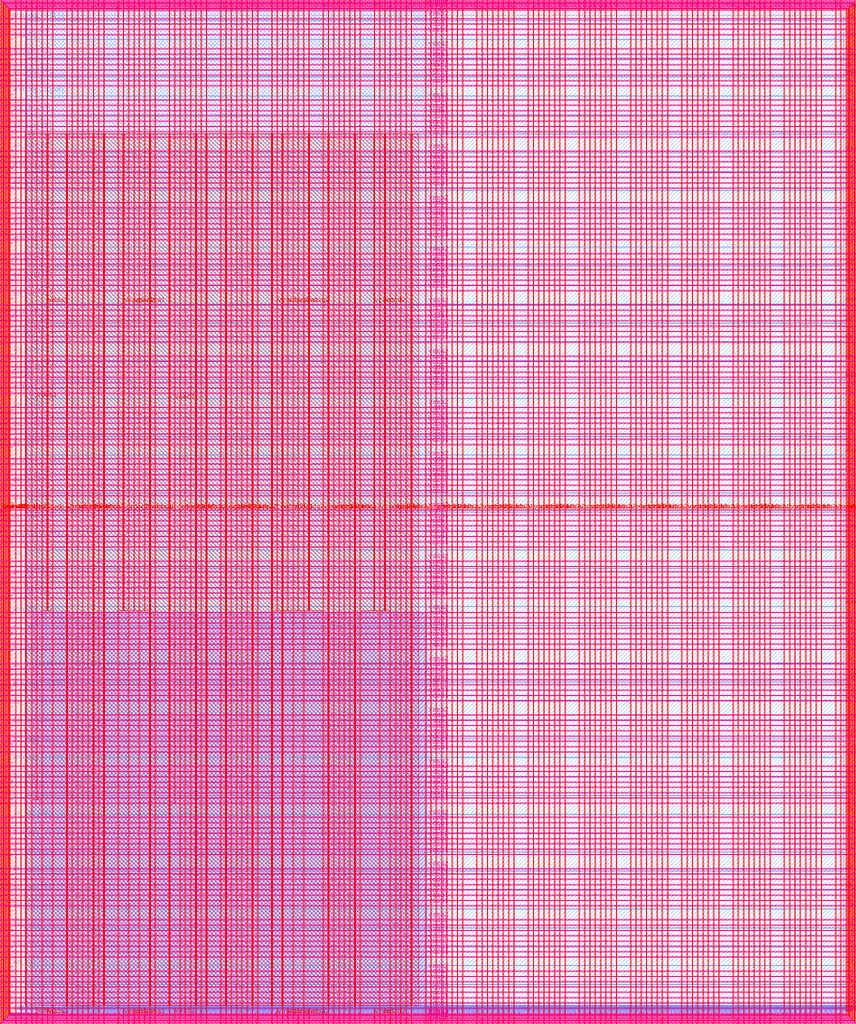
<source format=lef>
VERSION 5.7 ;
  NOWIREEXTENSIONATPIN ON ;
  DIVIDERCHAR "/" ;
  BUSBITCHARS "[]" ;
MACRO user_project_wrapper
  CLASS BLOCK ;
  FOREIGN user_project_wrapper ;
  ORIGIN 0.000 0.000 ;
  SIZE 2920.000 BY 3520.000 ;
  PIN analog_io[0]
    DIRECTION INOUT ;
    USE SIGNAL ;
    PORT
      LAYER met3 ;
        RECT 2917.600 1426.380 2924.800 1427.580 ;
    END
  END analog_io[0]
  PIN analog_io[10]
    DIRECTION INOUT ;
    USE SIGNAL ;
    PORT
      LAYER met2 ;
        RECT 2230.490 3517.600 2231.050 3524.800 ;
    END
  END analog_io[10]
  PIN analog_io[11]
    DIRECTION INOUT ;
    USE SIGNAL ;
    PORT
      LAYER met2 ;
        RECT 1905.730 3517.600 1906.290 3524.800 ;
    END
  END analog_io[11]
  PIN analog_io[12]
    DIRECTION INOUT ;
    USE SIGNAL ;
    PORT
      LAYER met2 ;
        RECT 1581.430 3517.600 1581.990 3524.800 ;
    END
  END analog_io[12]
  PIN analog_io[13]
    DIRECTION INOUT ;
    USE SIGNAL ;
    PORT
      LAYER met2 ;
        RECT 1257.130 3517.600 1257.690 3524.800 ;
    END
  END analog_io[13]
  PIN analog_io[14]
    DIRECTION INOUT ;
    USE SIGNAL ;
    PORT
      LAYER met2 ;
        RECT 932.370 3517.600 932.930 3524.800 ;
    END
  END analog_io[14]
  PIN analog_io[15]
    DIRECTION INOUT ;
    USE SIGNAL ;
    PORT
      LAYER met2 ;
        RECT 608.070 3517.600 608.630 3524.800 ;
    END
  END analog_io[15]
  PIN analog_io[16]
    DIRECTION INOUT ;
    USE SIGNAL ;
    PORT
      LAYER met2 ;
        RECT 283.770 3517.600 284.330 3524.800 ;
    END
  END analog_io[16]
  PIN analog_io[17]
    DIRECTION INOUT ;
    USE SIGNAL ;
    PORT
      LAYER met3 ;
        RECT -4.800 3486.100 2.400 3487.300 ;
    END
  END analog_io[17]
  PIN analog_io[18]
    DIRECTION INOUT ;
    USE SIGNAL ;
    PORT
      LAYER met3 ;
        RECT -4.800 3224.980 2.400 3226.180 ;
    END
  END analog_io[18]
  PIN analog_io[19]
    DIRECTION INOUT ;
    USE SIGNAL ;
    PORT
      LAYER met3 ;
        RECT -4.800 2964.540 2.400 2965.740 ;
    END
  END analog_io[19]
  PIN analog_io[1]
    DIRECTION INOUT ;
    USE SIGNAL ;
    PORT
      LAYER met3 ;
        RECT 2917.600 1692.260 2924.800 1693.460 ;
    END
  END analog_io[1]
  PIN analog_io[20]
    DIRECTION INOUT ;
    USE SIGNAL ;
    PORT
      LAYER met3 ;
        RECT -4.800 2703.420 2.400 2704.620 ;
    END
  END analog_io[20]
  PIN analog_io[21]
    DIRECTION INOUT ;
    USE SIGNAL ;
    PORT
      LAYER met3 ;
        RECT -4.800 2442.980 2.400 2444.180 ;
    END
  END analog_io[21]
  PIN analog_io[22]
    DIRECTION INOUT ;
    USE SIGNAL ;
    PORT
      LAYER met3 ;
        RECT -4.800 2182.540 2.400 2183.740 ;
    END
  END analog_io[22]
  PIN analog_io[23]
    DIRECTION INOUT ;
    USE SIGNAL ;
    PORT
      LAYER met3 ;
        RECT -4.800 1921.420 2.400 1922.620 ;
    END
  END analog_io[23]
  PIN analog_io[24]
    DIRECTION INOUT ;
    USE SIGNAL ;
    PORT
      LAYER met3 ;
        RECT -4.800 1660.980 2.400 1662.180 ;
    END
  END analog_io[24]
  PIN analog_io[25]
    DIRECTION INOUT ;
    USE SIGNAL ;
    PORT
      LAYER met3 ;
        RECT -4.800 1399.860 2.400 1401.060 ;
    END
  END analog_io[25]
  PIN analog_io[26]
    DIRECTION INOUT ;
    USE SIGNAL ;
    PORT
      LAYER met3 ;
        RECT -4.800 1139.420 2.400 1140.620 ;
    END
  END analog_io[26]
  PIN analog_io[27]
    DIRECTION INOUT ;
    USE SIGNAL ;
    PORT
      LAYER met3 ;
        RECT -4.800 878.980 2.400 880.180 ;
    END
  END analog_io[27]
  PIN analog_io[28]
    DIRECTION INOUT ;
    USE SIGNAL ;
    PORT
      LAYER met3 ;
        RECT -4.800 617.860 2.400 619.060 ;
    END
  END analog_io[28]
  PIN analog_io[2]
    DIRECTION INOUT ;
    USE SIGNAL ;
    PORT
      LAYER met3 ;
        RECT 2917.600 1958.140 2924.800 1959.340 ;
    END
  END analog_io[2]
  PIN analog_io[3]
    DIRECTION INOUT ;
    USE SIGNAL ;
    PORT
      LAYER met3 ;
        RECT 2917.600 2223.340 2924.800 2224.540 ;
    END
  END analog_io[3]
  PIN analog_io[4]
    DIRECTION INOUT ;
    USE SIGNAL ;
    PORT
      LAYER met3 ;
        RECT 2917.600 2489.220 2924.800 2490.420 ;
    END
  END analog_io[4]
  PIN analog_io[5]
    DIRECTION INOUT ;
    USE SIGNAL ;
    PORT
      LAYER met3 ;
        RECT 2917.600 2755.100 2924.800 2756.300 ;
    END
  END analog_io[5]
  PIN analog_io[6]
    DIRECTION INOUT ;
    USE SIGNAL ;
    PORT
      LAYER met3 ;
        RECT 2917.600 3020.300 2924.800 3021.500 ;
    END
  END analog_io[6]
  PIN analog_io[7]
    DIRECTION INOUT ;
    USE SIGNAL ;
    PORT
      LAYER met3 ;
        RECT 2917.600 3286.180 2924.800 3287.380 ;
    END
  END analog_io[7]
  PIN analog_io[8]
    DIRECTION INOUT ;
    USE SIGNAL ;
    PORT
      LAYER met2 ;
        RECT 2879.090 3517.600 2879.650 3524.800 ;
    END
  END analog_io[8]
  PIN analog_io[9]
    DIRECTION INOUT ;
    USE SIGNAL ;
    PORT
      LAYER met2 ;
        RECT 2554.790 3517.600 2555.350 3524.800 ;
    END
  END analog_io[9]
  PIN io_in[0]
    DIRECTION INPUT ;
    USE SIGNAL ;
    PORT
      LAYER met3 ;
        RECT 2917.600 32.380 2924.800 33.580 ;
    END
  END io_in[0]
  PIN io_in[10]
    DIRECTION INPUT ;
    USE SIGNAL ;
    PORT
      LAYER met3 ;
        RECT 2917.600 2289.980 2924.800 2291.180 ;
    END
  END io_in[10]
  PIN io_in[11]
    DIRECTION INPUT ;
    USE SIGNAL ;
    PORT
      LAYER met3 ;
        RECT 2917.600 2555.860 2924.800 2557.060 ;
    END
  END io_in[11]
  PIN io_in[12]
    DIRECTION INPUT ;
    USE SIGNAL ;
    PORT
      LAYER met3 ;
        RECT 2917.600 2821.060 2924.800 2822.260 ;
    END
  END io_in[12]
  PIN io_in[13]
    DIRECTION INPUT ;
    USE SIGNAL ;
    PORT
      LAYER met3 ;
        RECT 2917.600 3086.940 2924.800 3088.140 ;
    END
  END io_in[13]
  PIN io_in[14]
    DIRECTION INPUT ;
    USE SIGNAL ;
    PORT
      LAYER met3 ;
        RECT 2917.600 3352.820 2924.800 3354.020 ;
    END
  END io_in[14]
  PIN io_in[15]
    DIRECTION INPUT ;
    USE SIGNAL ;
    PORT
      LAYER met2 ;
        RECT 2798.130 3517.600 2798.690 3524.800 ;
    END
  END io_in[15]
  PIN io_in[16]
    DIRECTION INPUT ;
    USE SIGNAL ;
    PORT
      LAYER met2 ;
        RECT 2473.830 3517.600 2474.390 3524.800 ;
    END
  END io_in[16]
  PIN io_in[17]
    DIRECTION INPUT ;
    USE SIGNAL ;
    PORT
      LAYER met2 ;
        RECT 2149.070 3517.600 2149.630 3524.800 ;
    END
  END io_in[17]
  PIN io_in[18]
    DIRECTION INPUT ;
    USE SIGNAL ;
    PORT
      LAYER met2 ;
        RECT 1824.770 3517.600 1825.330 3524.800 ;
    END
  END io_in[18]
  PIN io_in[19]
    DIRECTION INPUT ;
    USE SIGNAL ;
    PORT
      LAYER met2 ;
        RECT 1500.470 3517.600 1501.030 3524.800 ;
    END
  END io_in[19]
  PIN io_in[1]
    DIRECTION INPUT ;
    USE SIGNAL ;
    PORT
      LAYER met3 ;
        RECT 2917.600 230.940 2924.800 232.140 ;
    END
  END io_in[1]
  PIN io_in[20]
    DIRECTION INPUT ;
    USE SIGNAL ;
    PORT
      LAYER met2 ;
        RECT 1175.710 3517.600 1176.270 3524.800 ;
    END
  END io_in[20]
  PIN io_in[21]
    DIRECTION INPUT ;
    USE SIGNAL ;
    PORT
      LAYER met2 ;
        RECT 851.410 3517.600 851.970 3524.800 ;
    END
  END io_in[21]
  PIN io_in[22]
    DIRECTION INPUT ;
    USE SIGNAL ;
    PORT
      LAYER met2 ;
        RECT 527.110 3517.600 527.670 3524.800 ;
    END
  END io_in[22]
  PIN io_in[23]
    DIRECTION INPUT ;
    USE SIGNAL ;
    PORT
      LAYER met2 ;
        RECT 202.350 3517.600 202.910 3524.800 ;
    END
  END io_in[23]
  PIN io_in[24]
    DIRECTION INPUT ;
    USE SIGNAL ;
    PORT
      LAYER met3 ;
        RECT -4.800 3420.820 2.400 3422.020 ;
    END
  END io_in[24]
  PIN io_in[25]
    DIRECTION INPUT ;
    USE SIGNAL ;
    PORT
      LAYER met3 ;
        RECT -4.800 3159.700 2.400 3160.900 ;
    END
  END io_in[25]
  PIN io_in[26]
    DIRECTION INPUT ;
    USE SIGNAL ;
    PORT
      LAYER met3 ;
        RECT -4.800 2899.260 2.400 2900.460 ;
    END
  END io_in[26]
  PIN io_in[27]
    DIRECTION INPUT ;
    USE SIGNAL ;
    PORT
      LAYER met3 ;
        RECT -4.800 2638.820 2.400 2640.020 ;
    END
  END io_in[27]
  PIN io_in[28]
    DIRECTION INPUT ;
    USE SIGNAL ;
    PORT
      LAYER met3 ;
        RECT -4.800 2377.700 2.400 2378.900 ;
    END
  END io_in[28]
  PIN io_in[29]
    DIRECTION INPUT ;
    USE SIGNAL ;
    PORT
      LAYER met3 ;
        RECT -4.800 2117.260 2.400 2118.460 ;
    END
  END io_in[29]
  PIN io_in[2]
    DIRECTION INPUT ;
    USE SIGNAL ;
    PORT
      LAYER met3 ;
        RECT 2917.600 430.180 2924.800 431.380 ;
    END
  END io_in[2]
  PIN io_in[30]
    DIRECTION INPUT ;
    USE SIGNAL ;
    PORT
      LAYER met3 ;
        RECT -4.800 1856.140 2.400 1857.340 ;
    END
  END io_in[30]
  PIN io_in[31]
    DIRECTION INPUT ;
    USE SIGNAL ;
    PORT
      LAYER met3 ;
        RECT -4.800 1595.700 2.400 1596.900 ;
    END
  END io_in[31]
  PIN io_in[32]
    DIRECTION INPUT ;
    USE SIGNAL ;
    PORT
      LAYER met3 ;
        RECT -4.800 1335.260 2.400 1336.460 ;
    END
  END io_in[32]
  PIN io_in[33]
    DIRECTION INPUT ;
    USE SIGNAL ;
    PORT
      LAYER met3 ;
        RECT -4.800 1074.140 2.400 1075.340 ;
    END
  END io_in[33]
  PIN io_in[34]
    DIRECTION INPUT ;
    USE SIGNAL ;
    PORT
      LAYER met3 ;
        RECT -4.800 813.700 2.400 814.900 ;
    END
  END io_in[34]
  PIN io_in[35]
    DIRECTION INPUT ;
    USE SIGNAL ;
    PORT
      LAYER met3 ;
        RECT -4.800 552.580 2.400 553.780 ;
    END
  END io_in[35]
  PIN io_in[36]
    DIRECTION INPUT ;
    USE SIGNAL ;
    PORT
      LAYER met3 ;
        RECT -4.800 357.420 2.400 358.620 ;
    END
  END io_in[36]
  PIN io_in[37]
    DIRECTION INPUT ;
    USE SIGNAL ;
    PORT
      LAYER met3 ;
        RECT -4.800 161.580 2.400 162.780 ;
    END
  END io_in[37]
  PIN io_in[3]
    DIRECTION INPUT ;
    USE SIGNAL ;
    PORT
      LAYER met3 ;
        RECT 2917.600 629.420 2924.800 630.620 ;
    END
  END io_in[3]
  PIN io_in[4]
    DIRECTION INPUT ;
    USE SIGNAL ;
    PORT
      LAYER met3 ;
        RECT 2917.600 828.660 2924.800 829.860 ;
    END
  END io_in[4]
  PIN io_in[5]
    DIRECTION INPUT ;
    USE SIGNAL ;
    PORT
      LAYER met3 ;
        RECT 2917.600 1027.900 2924.800 1029.100 ;
    END
  END io_in[5]
  PIN io_in[6]
    DIRECTION INPUT ;
    USE SIGNAL ;
    PORT
      LAYER met3 ;
        RECT 2917.600 1227.140 2924.800 1228.340 ;
    END
  END io_in[6]
  PIN io_in[7]
    DIRECTION INPUT ;
    USE SIGNAL ;
    PORT
      LAYER met3 ;
        RECT 2917.600 1493.020 2924.800 1494.220 ;
    END
  END io_in[7]
  PIN io_in[8]
    DIRECTION INPUT ;
    USE SIGNAL ;
    PORT
      LAYER met3 ;
        RECT 2917.600 1758.900 2924.800 1760.100 ;
    END
  END io_in[8]
  PIN io_in[9]
    DIRECTION INPUT ;
    USE SIGNAL ;
    PORT
      LAYER met3 ;
        RECT 2917.600 2024.100 2924.800 2025.300 ;
    END
  END io_in[9]
  PIN io_oeb[0]
    DIRECTION OUTPUT TRISTATE ;
    USE SIGNAL ;
    PORT
      LAYER met3 ;
        RECT 2917.600 164.980 2924.800 166.180 ;
    END
  END io_oeb[0]
  PIN io_oeb[10]
    DIRECTION OUTPUT TRISTATE ;
    USE SIGNAL ;
    PORT
      LAYER met3 ;
        RECT 2917.600 2422.580 2924.800 2423.780 ;
    END
  END io_oeb[10]
  PIN io_oeb[11]
    DIRECTION OUTPUT TRISTATE ;
    USE SIGNAL ;
    PORT
      LAYER met3 ;
        RECT 2917.600 2688.460 2924.800 2689.660 ;
    END
  END io_oeb[11]
  PIN io_oeb[12]
    DIRECTION OUTPUT TRISTATE ;
    USE SIGNAL ;
    PORT
      LAYER met3 ;
        RECT 2917.600 2954.340 2924.800 2955.540 ;
    END
  END io_oeb[12]
  PIN io_oeb[13]
    DIRECTION OUTPUT TRISTATE ;
    USE SIGNAL ;
    PORT
      LAYER met3 ;
        RECT 2917.600 3219.540 2924.800 3220.740 ;
    END
  END io_oeb[13]
  PIN io_oeb[14]
    DIRECTION OUTPUT TRISTATE ;
    USE SIGNAL ;
    PORT
      LAYER met3 ;
        RECT 2917.600 3485.420 2924.800 3486.620 ;
    END
  END io_oeb[14]
  PIN io_oeb[15]
    DIRECTION OUTPUT TRISTATE ;
    USE SIGNAL ;
    PORT
      LAYER met2 ;
        RECT 2635.750 3517.600 2636.310 3524.800 ;
    END
  END io_oeb[15]
  PIN io_oeb[16]
    DIRECTION OUTPUT TRISTATE ;
    USE SIGNAL ;
    PORT
      LAYER met2 ;
        RECT 2311.450 3517.600 2312.010 3524.800 ;
    END
  END io_oeb[16]
  PIN io_oeb[17]
    DIRECTION OUTPUT TRISTATE ;
    USE SIGNAL ;
    PORT
      LAYER met2 ;
        RECT 1987.150 3517.600 1987.710 3524.800 ;
    END
  END io_oeb[17]
  PIN io_oeb[18]
    DIRECTION OUTPUT TRISTATE ;
    USE SIGNAL ;
    PORT
      LAYER met2 ;
        RECT 1662.390 3517.600 1662.950 3524.800 ;
    END
  END io_oeb[18]
  PIN io_oeb[19]
    DIRECTION OUTPUT TRISTATE ;
    USE SIGNAL ;
    PORT
      LAYER met2 ;
        RECT 1338.090 3517.600 1338.650 3524.800 ;
    END
  END io_oeb[19]
  PIN io_oeb[1]
    DIRECTION OUTPUT TRISTATE ;
    USE SIGNAL ;
    PORT
      LAYER met3 ;
        RECT 2917.600 364.220 2924.800 365.420 ;
    END
  END io_oeb[1]
  PIN io_oeb[20]
    DIRECTION OUTPUT TRISTATE ;
    USE SIGNAL ;
    PORT
      LAYER met2 ;
        RECT 1013.790 3517.600 1014.350 3524.800 ;
    END
  END io_oeb[20]
  PIN io_oeb[21]
    DIRECTION OUTPUT TRISTATE ;
    USE SIGNAL ;
    PORT
      LAYER met2 ;
        RECT 689.030 3517.600 689.590 3524.800 ;
    END
  END io_oeb[21]
  PIN io_oeb[22]
    DIRECTION OUTPUT TRISTATE ;
    USE SIGNAL ;
    PORT
      LAYER met2 ;
        RECT 364.730 3517.600 365.290 3524.800 ;
    END
  END io_oeb[22]
  PIN io_oeb[23]
    DIRECTION OUTPUT TRISTATE ;
    USE SIGNAL ;
    PORT
      LAYER met2 ;
        RECT 40.430 3517.600 40.990 3524.800 ;
    END
  END io_oeb[23]
  PIN io_oeb[24]
    DIRECTION OUTPUT TRISTATE ;
    USE SIGNAL ;
    PORT
      LAYER met3 ;
        RECT -4.800 3290.260 2.400 3291.460 ;
    END
  END io_oeb[24]
  PIN io_oeb[25]
    DIRECTION OUTPUT TRISTATE ;
    USE SIGNAL ;
    PORT
      LAYER met3 ;
        RECT -4.800 3029.820 2.400 3031.020 ;
    END
  END io_oeb[25]
  PIN io_oeb[26]
    DIRECTION OUTPUT TRISTATE ;
    USE SIGNAL ;
    PORT
      LAYER met3 ;
        RECT -4.800 2768.700 2.400 2769.900 ;
    END
  END io_oeb[26]
  PIN io_oeb[27]
    DIRECTION OUTPUT TRISTATE ;
    USE SIGNAL ;
    PORT
      LAYER met3 ;
        RECT -4.800 2508.260 2.400 2509.460 ;
    END
  END io_oeb[27]
  PIN io_oeb[28]
    DIRECTION OUTPUT TRISTATE ;
    USE SIGNAL ;
    PORT
      LAYER met3 ;
        RECT -4.800 2247.140 2.400 2248.340 ;
    END
  END io_oeb[28]
  PIN io_oeb[29]
    DIRECTION OUTPUT TRISTATE ;
    USE SIGNAL ;
    PORT
      LAYER met3 ;
        RECT -4.800 1986.700 2.400 1987.900 ;
    END
  END io_oeb[29]
  PIN io_oeb[2]
    DIRECTION OUTPUT TRISTATE ;
    USE SIGNAL ;
    PORT
      LAYER met3 ;
        RECT 2917.600 563.460 2924.800 564.660 ;
    END
  END io_oeb[2]
  PIN io_oeb[30]
    DIRECTION OUTPUT TRISTATE ;
    USE SIGNAL ;
    PORT
      LAYER met3 ;
        RECT -4.800 1726.260 2.400 1727.460 ;
    END
  END io_oeb[30]
  PIN io_oeb[31]
    DIRECTION OUTPUT TRISTATE ;
    USE SIGNAL ;
    PORT
      LAYER met3 ;
        RECT -4.800 1465.140 2.400 1466.340 ;
    END
  END io_oeb[31]
  PIN io_oeb[32]
    DIRECTION OUTPUT TRISTATE ;
    USE SIGNAL ;
    PORT
      LAYER met3 ;
        RECT -4.800 1204.700 2.400 1205.900 ;
    END
  END io_oeb[32]
  PIN io_oeb[33]
    DIRECTION OUTPUT TRISTATE ;
    USE SIGNAL ;
    PORT
      LAYER met3 ;
        RECT -4.800 943.580 2.400 944.780 ;
    END
  END io_oeb[33]
  PIN io_oeb[34]
    DIRECTION OUTPUT TRISTATE ;
    USE SIGNAL ;
    PORT
      LAYER met3 ;
        RECT -4.800 683.140 2.400 684.340 ;
    END
  END io_oeb[34]
  PIN io_oeb[35]
    DIRECTION OUTPUT TRISTATE ;
    USE SIGNAL ;
    PORT
      LAYER met3 ;
        RECT -4.800 422.700 2.400 423.900 ;
    END
  END io_oeb[35]
  PIN io_oeb[36]
    DIRECTION OUTPUT TRISTATE ;
    USE SIGNAL ;
    PORT
      LAYER met3 ;
        RECT -4.800 226.860 2.400 228.060 ;
    END
  END io_oeb[36]
  PIN io_oeb[37]
    DIRECTION OUTPUT TRISTATE ;
    USE SIGNAL ;
    PORT
      LAYER met3 ;
        RECT -4.800 31.700 2.400 32.900 ;
    END
  END io_oeb[37]
  PIN io_oeb[3]
    DIRECTION OUTPUT TRISTATE ;
    USE SIGNAL ;
    PORT
      LAYER met3 ;
        RECT 2917.600 762.700 2924.800 763.900 ;
    END
  END io_oeb[3]
  PIN io_oeb[4]
    DIRECTION OUTPUT TRISTATE ;
    USE SIGNAL ;
    PORT
      LAYER met3 ;
        RECT 2917.600 961.940 2924.800 963.140 ;
    END
  END io_oeb[4]
  PIN io_oeb[5]
    DIRECTION OUTPUT TRISTATE ;
    USE SIGNAL ;
    PORT
      LAYER met3 ;
        RECT 2917.600 1161.180 2924.800 1162.380 ;
    END
  END io_oeb[5]
  PIN io_oeb[6]
    DIRECTION OUTPUT TRISTATE ;
    USE SIGNAL ;
    PORT
      LAYER met3 ;
        RECT 2917.600 1360.420 2924.800 1361.620 ;
    END
  END io_oeb[6]
  PIN io_oeb[7]
    DIRECTION OUTPUT TRISTATE ;
    USE SIGNAL ;
    PORT
      LAYER met3 ;
        RECT 2917.600 1625.620 2924.800 1626.820 ;
    END
  END io_oeb[7]
  PIN io_oeb[8]
    DIRECTION OUTPUT TRISTATE ;
    USE SIGNAL ;
    PORT
      LAYER met3 ;
        RECT 2917.600 1891.500 2924.800 1892.700 ;
    END
  END io_oeb[8]
  PIN io_oeb[9]
    DIRECTION OUTPUT TRISTATE ;
    USE SIGNAL ;
    PORT
      LAYER met3 ;
        RECT 2917.600 2157.380 2924.800 2158.580 ;
    END
  END io_oeb[9]
  PIN io_out[0]
    DIRECTION OUTPUT TRISTATE ;
    USE SIGNAL ;
    PORT
      LAYER met3 ;
        RECT 2917.600 98.340 2924.800 99.540 ;
    END
  END io_out[0]
  PIN io_out[10]
    DIRECTION OUTPUT TRISTATE ;
    USE SIGNAL ;
    PORT
      LAYER met3 ;
        RECT 2917.600 2356.620 2924.800 2357.820 ;
    END
  END io_out[10]
  PIN io_out[11]
    DIRECTION OUTPUT TRISTATE ;
    USE SIGNAL ;
    PORT
      LAYER met3 ;
        RECT 2917.600 2621.820 2924.800 2623.020 ;
    END
  END io_out[11]
  PIN io_out[12]
    DIRECTION OUTPUT TRISTATE ;
    USE SIGNAL ;
    PORT
      LAYER met3 ;
        RECT 2917.600 2887.700 2924.800 2888.900 ;
    END
  END io_out[12]
  PIN io_out[13]
    DIRECTION OUTPUT TRISTATE ;
    USE SIGNAL ;
    PORT
      LAYER met3 ;
        RECT 2917.600 3153.580 2924.800 3154.780 ;
    END
  END io_out[13]
  PIN io_out[14]
    DIRECTION OUTPUT TRISTATE ;
    USE SIGNAL ;
    PORT
      LAYER met3 ;
        RECT 2917.600 3418.780 2924.800 3419.980 ;
    END
  END io_out[14]
  PIN io_out[15]
    DIRECTION OUTPUT TRISTATE ;
    USE SIGNAL ;
    PORT
      LAYER met2 ;
        RECT 2717.170 3517.600 2717.730 3524.800 ;
    END
  END io_out[15]
  PIN io_out[16]
    DIRECTION OUTPUT TRISTATE ;
    USE SIGNAL ;
    PORT
      LAYER met2 ;
        RECT 2392.410 3517.600 2392.970 3524.800 ;
    END
  END io_out[16]
  PIN io_out[17]
    DIRECTION OUTPUT TRISTATE ;
    USE SIGNAL ;
    PORT
      LAYER met2 ;
        RECT 2068.110 3517.600 2068.670 3524.800 ;
    END
  END io_out[17]
  PIN io_out[18]
    DIRECTION OUTPUT TRISTATE ;
    USE SIGNAL ;
    PORT
      LAYER met2 ;
        RECT 1743.810 3517.600 1744.370 3524.800 ;
    END
  END io_out[18]
  PIN io_out[19]
    DIRECTION OUTPUT TRISTATE ;
    USE SIGNAL ;
    PORT
      LAYER met2 ;
        RECT 1419.050 3517.600 1419.610 3524.800 ;
    END
  END io_out[19]
  PIN io_out[1]
    DIRECTION OUTPUT TRISTATE ;
    USE SIGNAL ;
    PORT
      LAYER met3 ;
        RECT 2917.600 297.580 2924.800 298.780 ;
    END
  END io_out[1]
  PIN io_out[20]
    DIRECTION OUTPUT TRISTATE ;
    USE SIGNAL ;
    PORT
      LAYER met2 ;
        RECT 1094.750 3517.600 1095.310 3524.800 ;
    END
  END io_out[20]
  PIN io_out[21]
    DIRECTION OUTPUT TRISTATE ;
    USE SIGNAL ;
    PORT
      LAYER met2 ;
        RECT 770.450 3517.600 771.010 3524.800 ;
    END
  END io_out[21]
  PIN io_out[22]
    DIRECTION OUTPUT TRISTATE ;
    USE SIGNAL ;
    PORT
      LAYER met2 ;
        RECT 445.690 3517.600 446.250 3524.800 ;
    END
  END io_out[22]
  PIN io_out[23]
    DIRECTION OUTPUT TRISTATE ;
    USE SIGNAL ;
    PORT
      LAYER met2 ;
        RECT 121.390 3517.600 121.950 3524.800 ;
    END
  END io_out[23]
  PIN io_out[24]
    DIRECTION OUTPUT TRISTATE ;
    USE SIGNAL ;
    PORT
      LAYER met3 ;
        RECT -4.800 3355.540 2.400 3356.740 ;
    END
  END io_out[24]
  PIN io_out[25]
    DIRECTION OUTPUT TRISTATE ;
    USE SIGNAL ;
    PORT
      LAYER met3 ;
        RECT -4.800 3095.100 2.400 3096.300 ;
    END
  END io_out[25]
  PIN io_out[26]
    DIRECTION OUTPUT TRISTATE ;
    USE SIGNAL ;
    PORT
      LAYER met3 ;
        RECT -4.800 2833.980 2.400 2835.180 ;
    END
  END io_out[26]
  PIN io_out[27]
    DIRECTION OUTPUT TRISTATE ;
    USE SIGNAL ;
    PORT
      LAYER met3 ;
        RECT -4.800 2573.540 2.400 2574.740 ;
    END
  END io_out[27]
  PIN io_out[28]
    DIRECTION OUTPUT TRISTATE ;
    USE SIGNAL ;
    PORT
      LAYER met3 ;
        RECT -4.800 2312.420 2.400 2313.620 ;
    END
  END io_out[28]
  PIN io_out[29]
    DIRECTION OUTPUT TRISTATE ;
    USE SIGNAL ;
    PORT
      LAYER met3 ;
        RECT -4.800 2051.980 2.400 2053.180 ;
    END
  END io_out[29]
  PIN io_out[2]
    DIRECTION OUTPUT TRISTATE ;
    USE SIGNAL ;
    PORT
      LAYER met3 ;
        RECT 2917.600 496.820 2924.800 498.020 ;
    END
  END io_out[2]
  PIN io_out[30]
    DIRECTION OUTPUT TRISTATE ;
    USE SIGNAL ;
    PORT
      LAYER met3 ;
        RECT -4.800 1791.540 2.400 1792.740 ;
    END
  END io_out[30]
  PIN io_out[31]
    DIRECTION OUTPUT TRISTATE ;
    USE SIGNAL ;
    PORT
      LAYER met3 ;
        RECT -4.800 1530.420 2.400 1531.620 ;
    END
  END io_out[31]
  PIN io_out[32]
    DIRECTION OUTPUT TRISTATE ;
    USE SIGNAL ;
    PORT
      LAYER met3 ;
        RECT -4.800 1269.980 2.400 1271.180 ;
    END
  END io_out[32]
  PIN io_out[33]
    DIRECTION OUTPUT TRISTATE ;
    USE SIGNAL ;
    PORT
      LAYER met3 ;
        RECT -4.800 1008.860 2.400 1010.060 ;
    END
  END io_out[33]
  PIN io_out[34]
    DIRECTION OUTPUT TRISTATE ;
    USE SIGNAL ;
    PORT
      LAYER met3 ;
        RECT -4.800 748.420 2.400 749.620 ;
    END
  END io_out[34]
  PIN io_out[35]
    DIRECTION OUTPUT TRISTATE ;
    USE SIGNAL ;
    PORT
      LAYER met3 ;
        RECT -4.800 487.300 2.400 488.500 ;
    END
  END io_out[35]
  PIN io_out[36]
    DIRECTION OUTPUT TRISTATE ;
    USE SIGNAL ;
    PORT
      LAYER met3 ;
        RECT -4.800 292.140 2.400 293.340 ;
    END
  END io_out[36]
  PIN io_out[37]
    DIRECTION OUTPUT TRISTATE ;
    USE SIGNAL ;
    PORT
      LAYER met3 ;
        RECT -4.800 96.300 2.400 97.500 ;
    END
  END io_out[37]
  PIN io_out[3]
    DIRECTION OUTPUT TRISTATE ;
    USE SIGNAL ;
    PORT
      LAYER met3 ;
        RECT 2917.600 696.060 2924.800 697.260 ;
    END
  END io_out[3]
  PIN io_out[4]
    DIRECTION OUTPUT TRISTATE ;
    USE SIGNAL ;
    PORT
      LAYER met3 ;
        RECT 2917.600 895.300 2924.800 896.500 ;
    END
  END io_out[4]
  PIN io_out[5]
    DIRECTION OUTPUT TRISTATE ;
    USE SIGNAL ;
    PORT
      LAYER met3 ;
        RECT 2917.600 1094.540 2924.800 1095.740 ;
    END
  END io_out[5]
  PIN io_out[6]
    DIRECTION OUTPUT TRISTATE ;
    USE SIGNAL ;
    PORT
      LAYER met3 ;
        RECT 2917.600 1293.780 2924.800 1294.980 ;
    END
  END io_out[6]
  PIN io_out[7]
    DIRECTION OUTPUT TRISTATE ;
    USE SIGNAL ;
    PORT
      LAYER met3 ;
        RECT 2917.600 1559.660 2924.800 1560.860 ;
    END
  END io_out[7]
  PIN io_out[8]
    DIRECTION OUTPUT TRISTATE ;
    USE SIGNAL ;
    PORT
      LAYER met3 ;
        RECT 2917.600 1824.860 2924.800 1826.060 ;
    END
  END io_out[8]
  PIN io_out[9]
    DIRECTION OUTPUT TRISTATE ;
    USE SIGNAL ;
    PORT
      LAYER met3 ;
        RECT 2917.600 2090.740 2924.800 2091.940 ;
    END
  END io_out[9]
  PIN la_data_in[0]
    DIRECTION INPUT ;
    USE SIGNAL ;
    PORT
      LAYER met2 ;
        RECT 629.230 -4.800 629.790 2.400 ;
    END
  END la_data_in[0]
  PIN la_data_in[100]
    DIRECTION INPUT ;
    USE SIGNAL ;
    PORT
      LAYER met2 ;
        RECT 2402.530 -4.800 2403.090 2.400 ;
    END
  END la_data_in[100]
  PIN la_data_in[101]
    DIRECTION INPUT ;
    USE SIGNAL ;
    PORT
      LAYER met2 ;
        RECT 2420.010 -4.800 2420.570 2.400 ;
    END
  END la_data_in[101]
  PIN la_data_in[102]
    DIRECTION INPUT ;
    USE SIGNAL ;
    PORT
      LAYER met2 ;
        RECT 2437.950 -4.800 2438.510 2.400 ;
    END
  END la_data_in[102]
  PIN la_data_in[103]
    DIRECTION INPUT ;
    USE SIGNAL ;
    PORT
      LAYER met2 ;
        RECT 2455.430 -4.800 2455.990 2.400 ;
    END
  END la_data_in[103]
  PIN la_data_in[104]
    DIRECTION INPUT ;
    USE SIGNAL ;
    PORT
      LAYER met2 ;
        RECT 2473.370 -4.800 2473.930 2.400 ;
    END
  END la_data_in[104]
  PIN la_data_in[105]
    DIRECTION INPUT ;
    USE SIGNAL ;
    PORT
      LAYER met2 ;
        RECT 2490.850 -4.800 2491.410 2.400 ;
    END
  END la_data_in[105]
  PIN la_data_in[106]
    DIRECTION INPUT ;
    USE SIGNAL ;
    PORT
      LAYER met2 ;
        RECT 2508.790 -4.800 2509.350 2.400 ;
    END
  END la_data_in[106]
  PIN la_data_in[107]
    DIRECTION INPUT ;
    USE SIGNAL ;
    PORT
      LAYER met2 ;
        RECT 2526.730 -4.800 2527.290 2.400 ;
    END
  END la_data_in[107]
  PIN la_data_in[108]
    DIRECTION INPUT ;
    USE SIGNAL ;
    PORT
      LAYER met2 ;
        RECT 2544.210 -4.800 2544.770 2.400 ;
    END
  END la_data_in[108]
  PIN la_data_in[109]
    DIRECTION INPUT ;
    USE SIGNAL ;
    PORT
      LAYER met2 ;
        RECT 2562.150 -4.800 2562.710 2.400 ;
    END
  END la_data_in[109]
  PIN la_data_in[10]
    DIRECTION INPUT ;
    USE SIGNAL ;
    PORT
      LAYER met2 ;
        RECT 806.330 -4.800 806.890 2.400 ;
    END
  END la_data_in[10]
  PIN la_data_in[110]
    DIRECTION INPUT ;
    USE SIGNAL ;
    PORT
      LAYER met2 ;
        RECT 2579.630 -4.800 2580.190 2.400 ;
    END
  END la_data_in[110]
  PIN la_data_in[111]
    DIRECTION INPUT ;
    USE SIGNAL ;
    PORT
      LAYER met2 ;
        RECT 2597.570 -4.800 2598.130 2.400 ;
    END
  END la_data_in[111]
  PIN la_data_in[112]
    DIRECTION INPUT ;
    USE SIGNAL ;
    PORT
      LAYER met2 ;
        RECT 2615.050 -4.800 2615.610 2.400 ;
    END
  END la_data_in[112]
  PIN la_data_in[113]
    DIRECTION INPUT ;
    USE SIGNAL ;
    PORT
      LAYER met2 ;
        RECT 2632.990 -4.800 2633.550 2.400 ;
    END
  END la_data_in[113]
  PIN la_data_in[114]
    DIRECTION INPUT ;
    USE SIGNAL ;
    PORT
      LAYER met2 ;
        RECT 2650.470 -4.800 2651.030 2.400 ;
    END
  END la_data_in[114]
  PIN la_data_in[115]
    DIRECTION INPUT ;
    USE SIGNAL ;
    PORT
      LAYER met2 ;
        RECT 2668.410 -4.800 2668.970 2.400 ;
    END
  END la_data_in[115]
  PIN la_data_in[116]
    DIRECTION INPUT ;
    USE SIGNAL ;
    PORT
      LAYER met2 ;
        RECT 2685.890 -4.800 2686.450 2.400 ;
    END
  END la_data_in[116]
  PIN la_data_in[117]
    DIRECTION INPUT ;
    USE SIGNAL ;
    PORT
      LAYER met2 ;
        RECT 2703.830 -4.800 2704.390 2.400 ;
    END
  END la_data_in[117]
  PIN la_data_in[118]
    DIRECTION INPUT ;
    USE SIGNAL ;
    PORT
      LAYER met2 ;
        RECT 2721.770 -4.800 2722.330 2.400 ;
    END
  END la_data_in[118]
  PIN la_data_in[119]
    DIRECTION INPUT ;
    USE SIGNAL ;
    PORT
      LAYER met2 ;
        RECT 2739.250 -4.800 2739.810 2.400 ;
    END
  END la_data_in[119]
  PIN la_data_in[11]
    DIRECTION INPUT ;
    USE SIGNAL ;
    PORT
      LAYER met2 ;
        RECT 824.270 -4.800 824.830 2.400 ;
    END
  END la_data_in[11]
  PIN la_data_in[120]
    DIRECTION INPUT ;
    USE SIGNAL ;
    PORT
      LAYER met2 ;
        RECT 2757.190 -4.800 2757.750 2.400 ;
    END
  END la_data_in[120]
  PIN la_data_in[121]
    DIRECTION INPUT ;
    USE SIGNAL ;
    PORT
      LAYER met2 ;
        RECT 2774.670 -4.800 2775.230 2.400 ;
    END
  END la_data_in[121]
  PIN la_data_in[122]
    DIRECTION INPUT ;
    USE SIGNAL ;
    PORT
      LAYER met2 ;
        RECT 2792.610 -4.800 2793.170 2.400 ;
    END
  END la_data_in[122]
  PIN la_data_in[123]
    DIRECTION INPUT ;
    USE SIGNAL ;
    PORT
      LAYER met2 ;
        RECT 2810.090 -4.800 2810.650 2.400 ;
    END
  END la_data_in[123]
  PIN la_data_in[124]
    DIRECTION INPUT ;
    USE SIGNAL ;
    PORT
      LAYER met2 ;
        RECT 2828.030 -4.800 2828.590 2.400 ;
    END
  END la_data_in[124]
  PIN la_data_in[125]
    DIRECTION INPUT ;
    USE SIGNAL ;
    PORT
      LAYER met2 ;
        RECT 2845.510 -4.800 2846.070 2.400 ;
    END
  END la_data_in[125]
  PIN la_data_in[126]
    DIRECTION INPUT ;
    USE SIGNAL ;
    PORT
      LAYER met2 ;
        RECT 2863.450 -4.800 2864.010 2.400 ;
    END
  END la_data_in[126]
  PIN la_data_in[127]
    DIRECTION INPUT ;
    USE SIGNAL ;
    PORT
      LAYER met2 ;
        RECT 2881.390 -4.800 2881.950 2.400 ;
    END
  END la_data_in[127]
  PIN la_data_in[12]
    DIRECTION INPUT ;
    USE SIGNAL ;
    PORT
      LAYER met2 ;
        RECT 841.750 -4.800 842.310 2.400 ;
    END
  END la_data_in[12]
  PIN la_data_in[13]
    DIRECTION INPUT ;
    USE SIGNAL ;
    PORT
      LAYER met2 ;
        RECT 859.690 -4.800 860.250 2.400 ;
    END
  END la_data_in[13]
  PIN la_data_in[14]
    DIRECTION INPUT ;
    USE SIGNAL ;
    PORT
      LAYER met2 ;
        RECT 877.170 -4.800 877.730 2.400 ;
    END
  END la_data_in[14]
  PIN la_data_in[15]
    DIRECTION INPUT ;
    USE SIGNAL ;
    PORT
      LAYER met2 ;
        RECT 895.110 -4.800 895.670 2.400 ;
    END
  END la_data_in[15]
  PIN la_data_in[16]
    DIRECTION INPUT ;
    USE SIGNAL ;
    PORT
      LAYER met2 ;
        RECT 912.590 -4.800 913.150 2.400 ;
    END
  END la_data_in[16]
  PIN la_data_in[17]
    DIRECTION INPUT ;
    USE SIGNAL ;
    PORT
      LAYER met2 ;
        RECT 930.530 -4.800 931.090 2.400 ;
    END
  END la_data_in[17]
  PIN la_data_in[18]
    DIRECTION INPUT ;
    USE SIGNAL ;
    PORT
      LAYER met2 ;
        RECT 948.470 -4.800 949.030 2.400 ;
    END
  END la_data_in[18]
  PIN la_data_in[19]
    DIRECTION INPUT ;
    USE SIGNAL ;
    PORT
      LAYER met2 ;
        RECT 965.950 -4.800 966.510 2.400 ;
    END
  END la_data_in[19]
  PIN la_data_in[1]
    DIRECTION INPUT ;
    USE SIGNAL ;
    PORT
      LAYER met2 ;
        RECT 646.710 -4.800 647.270 2.400 ;
    END
  END la_data_in[1]
  PIN la_data_in[20]
    DIRECTION INPUT ;
    USE SIGNAL ;
    PORT
      LAYER met2 ;
        RECT 983.890 -4.800 984.450 2.400 ;
    END
  END la_data_in[20]
  PIN la_data_in[21]
    DIRECTION INPUT ;
    USE SIGNAL ;
    PORT
      LAYER met2 ;
        RECT 1001.370 -4.800 1001.930 2.400 ;
    END
  END la_data_in[21]
  PIN la_data_in[22]
    DIRECTION INPUT ;
    USE SIGNAL ;
    PORT
      LAYER met2 ;
        RECT 1019.310 -4.800 1019.870 2.400 ;
    END
  END la_data_in[22]
  PIN la_data_in[23]
    DIRECTION INPUT ;
    USE SIGNAL ;
    PORT
      LAYER met2 ;
        RECT 1036.790 -4.800 1037.350 2.400 ;
    END
  END la_data_in[23]
  PIN la_data_in[24]
    DIRECTION INPUT ;
    USE SIGNAL ;
    PORT
      LAYER met2 ;
        RECT 1054.730 -4.800 1055.290 2.400 ;
    END
  END la_data_in[24]
  PIN la_data_in[25]
    DIRECTION INPUT ;
    USE SIGNAL ;
    PORT
      LAYER met2 ;
        RECT 1072.210 -4.800 1072.770 2.400 ;
    END
  END la_data_in[25]
  PIN la_data_in[26]
    DIRECTION INPUT ;
    USE SIGNAL ;
    PORT
      LAYER met2 ;
        RECT 1090.150 -4.800 1090.710 2.400 ;
    END
  END la_data_in[26]
  PIN la_data_in[27]
    DIRECTION INPUT ;
    USE SIGNAL ;
    PORT
      LAYER met2 ;
        RECT 1107.630 -4.800 1108.190 2.400 ;
    END
  END la_data_in[27]
  PIN la_data_in[28]
    DIRECTION INPUT ;
    USE SIGNAL ;
    PORT
      LAYER met2 ;
        RECT 1125.570 -4.800 1126.130 2.400 ;
    END
  END la_data_in[28]
  PIN la_data_in[29]
    DIRECTION INPUT ;
    USE SIGNAL ;
    PORT
      LAYER met2 ;
        RECT 1143.510 -4.800 1144.070 2.400 ;
    END
  END la_data_in[29]
  PIN la_data_in[2]
    DIRECTION INPUT ;
    USE SIGNAL ;
    PORT
      LAYER met2 ;
        RECT 664.650 -4.800 665.210 2.400 ;
    END
  END la_data_in[2]
  PIN la_data_in[30]
    DIRECTION INPUT ;
    USE SIGNAL ;
    PORT
      LAYER met2 ;
        RECT 1160.990 -4.800 1161.550 2.400 ;
    END
  END la_data_in[30]
  PIN la_data_in[31]
    DIRECTION INPUT ;
    USE SIGNAL ;
    PORT
      LAYER met2 ;
        RECT 1178.930 -4.800 1179.490 2.400 ;
    END
  END la_data_in[31]
  PIN la_data_in[32]
    DIRECTION INPUT ;
    USE SIGNAL ;
    PORT
      LAYER met2 ;
        RECT 1196.410 -4.800 1196.970 2.400 ;
    END
  END la_data_in[32]
  PIN la_data_in[33]
    DIRECTION INPUT ;
    USE SIGNAL ;
    PORT
      LAYER met2 ;
        RECT 1214.350 -4.800 1214.910 2.400 ;
    END
  END la_data_in[33]
  PIN la_data_in[34]
    DIRECTION INPUT ;
    USE SIGNAL ;
    PORT
      LAYER met2 ;
        RECT 1231.830 -4.800 1232.390 2.400 ;
    END
  END la_data_in[34]
  PIN la_data_in[35]
    DIRECTION INPUT ;
    USE SIGNAL ;
    PORT
      LAYER met2 ;
        RECT 1249.770 -4.800 1250.330 2.400 ;
    END
  END la_data_in[35]
  PIN la_data_in[36]
    DIRECTION INPUT ;
    USE SIGNAL ;
    PORT
      LAYER met2 ;
        RECT 1267.250 -4.800 1267.810 2.400 ;
    END
  END la_data_in[36]
  PIN la_data_in[37]
    DIRECTION INPUT ;
    USE SIGNAL ;
    PORT
      LAYER met2 ;
        RECT 1285.190 -4.800 1285.750 2.400 ;
    END
  END la_data_in[37]
  PIN la_data_in[38]
    DIRECTION INPUT ;
    USE SIGNAL ;
    PORT
      LAYER met2 ;
        RECT 1303.130 -4.800 1303.690 2.400 ;
    END
  END la_data_in[38]
  PIN la_data_in[39]
    DIRECTION INPUT ;
    USE SIGNAL ;
    PORT
      LAYER met2 ;
        RECT 1320.610 -4.800 1321.170 2.400 ;
    END
  END la_data_in[39]
  PIN la_data_in[3]
    DIRECTION INPUT ;
    USE SIGNAL ;
    PORT
      LAYER met2 ;
        RECT 682.130 -4.800 682.690 2.400 ;
    END
  END la_data_in[3]
  PIN la_data_in[40]
    DIRECTION INPUT ;
    USE SIGNAL ;
    PORT
      LAYER met2 ;
        RECT 1338.550 -4.800 1339.110 2.400 ;
    END
  END la_data_in[40]
  PIN la_data_in[41]
    DIRECTION INPUT ;
    USE SIGNAL ;
    PORT
      LAYER met2 ;
        RECT 1356.030 -4.800 1356.590 2.400 ;
    END
  END la_data_in[41]
  PIN la_data_in[42]
    DIRECTION INPUT ;
    USE SIGNAL ;
    PORT
      LAYER met2 ;
        RECT 1373.970 -4.800 1374.530 2.400 ;
    END
  END la_data_in[42]
  PIN la_data_in[43]
    DIRECTION INPUT ;
    USE SIGNAL ;
    PORT
      LAYER met2 ;
        RECT 1391.450 -4.800 1392.010 2.400 ;
    END
  END la_data_in[43]
  PIN la_data_in[44]
    DIRECTION INPUT ;
    USE SIGNAL ;
    PORT
      LAYER met2 ;
        RECT 1409.390 -4.800 1409.950 2.400 ;
    END
  END la_data_in[44]
  PIN la_data_in[45]
    DIRECTION INPUT ;
    USE SIGNAL ;
    PORT
      LAYER met2 ;
        RECT 1426.870 -4.800 1427.430 2.400 ;
    END
  END la_data_in[45]
  PIN la_data_in[46]
    DIRECTION INPUT ;
    USE SIGNAL ;
    PORT
      LAYER met2 ;
        RECT 1444.810 -4.800 1445.370 2.400 ;
    END
  END la_data_in[46]
  PIN la_data_in[47]
    DIRECTION INPUT ;
    USE SIGNAL ;
    PORT
      LAYER met2 ;
        RECT 1462.750 -4.800 1463.310 2.400 ;
    END
  END la_data_in[47]
  PIN la_data_in[48]
    DIRECTION INPUT ;
    USE SIGNAL ;
    PORT
      LAYER met2 ;
        RECT 1480.230 -4.800 1480.790 2.400 ;
    END
  END la_data_in[48]
  PIN la_data_in[49]
    DIRECTION INPUT ;
    USE SIGNAL ;
    PORT
      LAYER met2 ;
        RECT 1498.170 -4.800 1498.730 2.400 ;
    END
  END la_data_in[49]
  PIN la_data_in[4]
    DIRECTION INPUT ;
    USE SIGNAL ;
    PORT
      LAYER met2 ;
        RECT 700.070 -4.800 700.630 2.400 ;
    END
  END la_data_in[4]
  PIN la_data_in[50]
    DIRECTION INPUT ;
    USE SIGNAL ;
    PORT
      LAYER met2 ;
        RECT 1515.650 -4.800 1516.210 2.400 ;
    END
  END la_data_in[50]
  PIN la_data_in[51]
    DIRECTION INPUT ;
    USE SIGNAL ;
    PORT
      LAYER met2 ;
        RECT 1533.590 -4.800 1534.150 2.400 ;
    END
  END la_data_in[51]
  PIN la_data_in[52]
    DIRECTION INPUT ;
    USE SIGNAL ;
    PORT
      LAYER met2 ;
        RECT 1551.070 -4.800 1551.630 2.400 ;
    END
  END la_data_in[52]
  PIN la_data_in[53]
    DIRECTION INPUT ;
    USE SIGNAL ;
    PORT
      LAYER met2 ;
        RECT 1569.010 -4.800 1569.570 2.400 ;
    END
  END la_data_in[53]
  PIN la_data_in[54]
    DIRECTION INPUT ;
    USE SIGNAL ;
    PORT
      LAYER met2 ;
        RECT 1586.490 -4.800 1587.050 2.400 ;
    END
  END la_data_in[54]
  PIN la_data_in[55]
    DIRECTION INPUT ;
    USE SIGNAL ;
    PORT
      LAYER met2 ;
        RECT 1604.430 -4.800 1604.990 2.400 ;
    END
  END la_data_in[55]
  PIN la_data_in[56]
    DIRECTION INPUT ;
    USE SIGNAL ;
    PORT
      LAYER met2 ;
        RECT 1621.910 -4.800 1622.470 2.400 ;
    END
  END la_data_in[56]
  PIN la_data_in[57]
    DIRECTION INPUT ;
    USE SIGNAL ;
    PORT
      LAYER met2 ;
        RECT 1639.850 -4.800 1640.410 2.400 ;
    END
  END la_data_in[57]
  PIN la_data_in[58]
    DIRECTION INPUT ;
    USE SIGNAL ;
    PORT
      LAYER met2 ;
        RECT 1657.790 -4.800 1658.350 2.400 ;
    END
  END la_data_in[58]
  PIN la_data_in[59]
    DIRECTION INPUT ;
    USE SIGNAL ;
    PORT
      LAYER met2 ;
        RECT 1675.270 -4.800 1675.830 2.400 ;
    END
  END la_data_in[59]
  PIN la_data_in[5]
    DIRECTION INPUT ;
    USE SIGNAL ;
    PORT
      LAYER met2 ;
        RECT 717.550 -4.800 718.110 2.400 ;
    END
  END la_data_in[5]
  PIN la_data_in[60]
    DIRECTION INPUT ;
    USE SIGNAL ;
    PORT
      LAYER met2 ;
        RECT 1693.210 -4.800 1693.770 2.400 ;
    END
  END la_data_in[60]
  PIN la_data_in[61]
    DIRECTION INPUT ;
    USE SIGNAL ;
    PORT
      LAYER met2 ;
        RECT 1710.690 -4.800 1711.250 2.400 ;
    END
  END la_data_in[61]
  PIN la_data_in[62]
    DIRECTION INPUT ;
    USE SIGNAL ;
    PORT
      LAYER met2 ;
        RECT 1728.630 -4.800 1729.190 2.400 ;
    END
  END la_data_in[62]
  PIN la_data_in[63]
    DIRECTION INPUT ;
    USE SIGNAL ;
    PORT
      LAYER met2 ;
        RECT 1746.110 -4.800 1746.670 2.400 ;
    END
  END la_data_in[63]
  PIN la_data_in[64]
    DIRECTION INPUT ;
    USE SIGNAL ;
    PORT
      LAYER met2 ;
        RECT 1764.050 -4.800 1764.610 2.400 ;
    END
  END la_data_in[64]
  PIN la_data_in[65]
    DIRECTION INPUT ;
    USE SIGNAL ;
    PORT
      LAYER met2 ;
        RECT 1781.530 -4.800 1782.090 2.400 ;
    END
  END la_data_in[65]
  PIN la_data_in[66]
    DIRECTION INPUT ;
    USE SIGNAL ;
    PORT
      LAYER met2 ;
        RECT 1799.470 -4.800 1800.030 2.400 ;
    END
  END la_data_in[66]
  PIN la_data_in[67]
    DIRECTION INPUT ;
    USE SIGNAL ;
    PORT
      LAYER met2 ;
        RECT 1817.410 -4.800 1817.970 2.400 ;
    END
  END la_data_in[67]
  PIN la_data_in[68]
    DIRECTION INPUT ;
    USE SIGNAL ;
    PORT
      LAYER met2 ;
        RECT 1834.890 -4.800 1835.450 2.400 ;
    END
  END la_data_in[68]
  PIN la_data_in[69]
    DIRECTION INPUT ;
    USE SIGNAL ;
    PORT
      LAYER met2 ;
        RECT 1852.830 -4.800 1853.390 2.400 ;
    END
  END la_data_in[69]
  PIN la_data_in[6]
    DIRECTION INPUT ;
    USE SIGNAL ;
    PORT
      LAYER met2 ;
        RECT 735.490 -4.800 736.050 2.400 ;
    END
  END la_data_in[6]
  PIN la_data_in[70]
    DIRECTION INPUT ;
    USE SIGNAL ;
    PORT
      LAYER met2 ;
        RECT 1870.310 -4.800 1870.870 2.400 ;
    END
  END la_data_in[70]
  PIN la_data_in[71]
    DIRECTION INPUT ;
    USE SIGNAL ;
    PORT
      LAYER met2 ;
        RECT 1888.250 -4.800 1888.810 2.400 ;
    END
  END la_data_in[71]
  PIN la_data_in[72]
    DIRECTION INPUT ;
    USE SIGNAL ;
    PORT
      LAYER met2 ;
        RECT 1905.730 -4.800 1906.290 2.400 ;
    END
  END la_data_in[72]
  PIN la_data_in[73]
    DIRECTION INPUT ;
    USE SIGNAL ;
    PORT
      LAYER met2 ;
        RECT 1923.670 -4.800 1924.230 2.400 ;
    END
  END la_data_in[73]
  PIN la_data_in[74]
    DIRECTION INPUT ;
    USE SIGNAL ;
    PORT
      LAYER met2 ;
        RECT 1941.150 -4.800 1941.710 2.400 ;
    END
  END la_data_in[74]
  PIN la_data_in[75]
    DIRECTION INPUT ;
    USE SIGNAL ;
    PORT
      LAYER met2 ;
        RECT 1959.090 -4.800 1959.650 2.400 ;
    END
  END la_data_in[75]
  PIN la_data_in[76]
    DIRECTION INPUT ;
    USE SIGNAL ;
    PORT
      LAYER met2 ;
        RECT 1976.570 -4.800 1977.130 2.400 ;
    END
  END la_data_in[76]
  PIN la_data_in[77]
    DIRECTION INPUT ;
    USE SIGNAL ;
    PORT
      LAYER met2 ;
        RECT 1994.510 -4.800 1995.070 2.400 ;
    END
  END la_data_in[77]
  PIN la_data_in[78]
    DIRECTION INPUT ;
    USE SIGNAL ;
    PORT
      LAYER met2 ;
        RECT 2012.450 -4.800 2013.010 2.400 ;
    END
  END la_data_in[78]
  PIN la_data_in[79]
    DIRECTION INPUT ;
    USE SIGNAL ;
    PORT
      LAYER met2 ;
        RECT 2029.930 -4.800 2030.490 2.400 ;
    END
  END la_data_in[79]
  PIN la_data_in[7]
    DIRECTION INPUT ;
    USE SIGNAL ;
    PORT
      LAYER met2 ;
        RECT 752.970 -4.800 753.530 2.400 ;
    END
  END la_data_in[7]
  PIN la_data_in[80]
    DIRECTION INPUT ;
    USE SIGNAL ;
    PORT
      LAYER met2 ;
        RECT 2047.870 -4.800 2048.430 2.400 ;
    END
  END la_data_in[80]
  PIN la_data_in[81]
    DIRECTION INPUT ;
    USE SIGNAL ;
    PORT
      LAYER met2 ;
        RECT 2065.350 -4.800 2065.910 2.400 ;
    END
  END la_data_in[81]
  PIN la_data_in[82]
    DIRECTION INPUT ;
    USE SIGNAL ;
    PORT
      LAYER met2 ;
        RECT 2083.290 -4.800 2083.850 2.400 ;
    END
  END la_data_in[82]
  PIN la_data_in[83]
    DIRECTION INPUT ;
    USE SIGNAL ;
    PORT
      LAYER met2 ;
        RECT 2100.770 -4.800 2101.330 2.400 ;
    END
  END la_data_in[83]
  PIN la_data_in[84]
    DIRECTION INPUT ;
    USE SIGNAL ;
    PORT
      LAYER met2 ;
        RECT 2118.710 -4.800 2119.270 2.400 ;
    END
  END la_data_in[84]
  PIN la_data_in[85]
    DIRECTION INPUT ;
    USE SIGNAL ;
    PORT
      LAYER met2 ;
        RECT 2136.190 -4.800 2136.750 2.400 ;
    END
  END la_data_in[85]
  PIN la_data_in[86]
    DIRECTION INPUT ;
    USE SIGNAL ;
    PORT
      LAYER met2 ;
        RECT 2154.130 -4.800 2154.690 2.400 ;
    END
  END la_data_in[86]
  PIN la_data_in[87]
    DIRECTION INPUT ;
    USE SIGNAL ;
    PORT
      LAYER met2 ;
        RECT 2172.070 -4.800 2172.630 2.400 ;
    END
  END la_data_in[87]
  PIN la_data_in[88]
    DIRECTION INPUT ;
    USE SIGNAL ;
    PORT
      LAYER met2 ;
        RECT 2189.550 -4.800 2190.110 2.400 ;
    END
  END la_data_in[88]
  PIN la_data_in[89]
    DIRECTION INPUT ;
    USE SIGNAL ;
    PORT
      LAYER met2 ;
        RECT 2207.490 -4.800 2208.050 2.400 ;
    END
  END la_data_in[89]
  PIN la_data_in[8]
    DIRECTION INPUT ;
    USE SIGNAL ;
    PORT
      LAYER met2 ;
        RECT 770.910 -4.800 771.470 2.400 ;
    END
  END la_data_in[8]
  PIN la_data_in[90]
    DIRECTION INPUT ;
    USE SIGNAL ;
    PORT
      LAYER met2 ;
        RECT 2224.970 -4.800 2225.530 2.400 ;
    END
  END la_data_in[90]
  PIN la_data_in[91]
    DIRECTION INPUT ;
    USE SIGNAL ;
    PORT
      LAYER met2 ;
        RECT 2242.910 -4.800 2243.470 2.400 ;
    END
  END la_data_in[91]
  PIN la_data_in[92]
    DIRECTION INPUT ;
    USE SIGNAL ;
    PORT
      LAYER met2 ;
        RECT 2260.390 -4.800 2260.950 2.400 ;
    END
  END la_data_in[92]
  PIN la_data_in[93]
    DIRECTION INPUT ;
    USE SIGNAL ;
    PORT
      LAYER met2 ;
        RECT 2278.330 -4.800 2278.890 2.400 ;
    END
  END la_data_in[93]
  PIN la_data_in[94]
    DIRECTION INPUT ;
    USE SIGNAL ;
    PORT
      LAYER met2 ;
        RECT 2295.810 -4.800 2296.370 2.400 ;
    END
  END la_data_in[94]
  PIN la_data_in[95]
    DIRECTION INPUT ;
    USE SIGNAL ;
    PORT
      LAYER met2 ;
        RECT 2313.750 -4.800 2314.310 2.400 ;
    END
  END la_data_in[95]
  PIN la_data_in[96]
    DIRECTION INPUT ;
    USE SIGNAL ;
    PORT
      LAYER met2 ;
        RECT 2331.230 -4.800 2331.790 2.400 ;
    END
  END la_data_in[96]
  PIN la_data_in[97]
    DIRECTION INPUT ;
    USE SIGNAL ;
    PORT
      LAYER met2 ;
        RECT 2349.170 -4.800 2349.730 2.400 ;
    END
  END la_data_in[97]
  PIN la_data_in[98]
    DIRECTION INPUT ;
    USE SIGNAL ;
    PORT
      LAYER met2 ;
        RECT 2367.110 -4.800 2367.670 2.400 ;
    END
  END la_data_in[98]
  PIN la_data_in[99]
    DIRECTION INPUT ;
    USE SIGNAL ;
    PORT
      LAYER met2 ;
        RECT 2384.590 -4.800 2385.150 2.400 ;
    END
  END la_data_in[99]
  PIN la_data_in[9]
    DIRECTION INPUT ;
    USE SIGNAL ;
    PORT
      LAYER met2 ;
        RECT 788.850 -4.800 789.410 2.400 ;
    END
  END la_data_in[9]
  PIN la_data_out[0]
    DIRECTION OUTPUT TRISTATE ;
    USE SIGNAL ;
    PORT
      LAYER met2 ;
        RECT 634.750 -4.800 635.310 2.400 ;
    END
  END la_data_out[0]
  PIN la_data_out[100]
    DIRECTION OUTPUT TRISTATE ;
    USE SIGNAL ;
    PORT
      LAYER met2 ;
        RECT 2408.510 -4.800 2409.070 2.400 ;
    END
  END la_data_out[100]
  PIN la_data_out[101]
    DIRECTION OUTPUT TRISTATE ;
    USE SIGNAL ;
    PORT
      LAYER met2 ;
        RECT 2425.990 -4.800 2426.550 2.400 ;
    END
  END la_data_out[101]
  PIN la_data_out[102]
    DIRECTION OUTPUT TRISTATE ;
    USE SIGNAL ;
    PORT
      LAYER met2 ;
        RECT 2443.930 -4.800 2444.490 2.400 ;
    END
  END la_data_out[102]
  PIN la_data_out[103]
    DIRECTION OUTPUT TRISTATE ;
    USE SIGNAL ;
    PORT
      LAYER met2 ;
        RECT 2461.410 -4.800 2461.970 2.400 ;
    END
  END la_data_out[103]
  PIN la_data_out[104]
    DIRECTION OUTPUT TRISTATE ;
    USE SIGNAL ;
    PORT
      LAYER met2 ;
        RECT 2479.350 -4.800 2479.910 2.400 ;
    END
  END la_data_out[104]
  PIN la_data_out[105]
    DIRECTION OUTPUT TRISTATE ;
    USE SIGNAL ;
    PORT
      LAYER met2 ;
        RECT 2496.830 -4.800 2497.390 2.400 ;
    END
  END la_data_out[105]
  PIN la_data_out[106]
    DIRECTION OUTPUT TRISTATE ;
    USE SIGNAL ;
    PORT
      LAYER met2 ;
        RECT 2514.770 -4.800 2515.330 2.400 ;
    END
  END la_data_out[106]
  PIN la_data_out[107]
    DIRECTION OUTPUT TRISTATE ;
    USE SIGNAL ;
    PORT
      LAYER met2 ;
        RECT 2532.250 -4.800 2532.810 2.400 ;
    END
  END la_data_out[107]
  PIN la_data_out[108]
    DIRECTION OUTPUT TRISTATE ;
    USE SIGNAL ;
    PORT
      LAYER met2 ;
        RECT 2550.190 -4.800 2550.750 2.400 ;
    END
  END la_data_out[108]
  PIN la_data_out[109]
    DIRECTION OUTPUT TRISTATE ;
    USE SIGNAL ;
    PORT
      LAYER met2 ;
        RECT 2567.670 -4.800 2568.230 2.400 ;
    END
  END la_data_out[109]
  PIN la_data_out[10]
    DIRECTION OUTPUT TRISTATE ;
    USE SIGNAL ;
    PORT
      LAYER met2 ;
        RECT 812.310 -4.800 812.870 2.400 ;
    END
  END la_data_out[10]
  PIN la_data_out[110]
    DIRECTION OUTPUT TRISTATE ;
    USE SIGNAL ;
    PORT
      LAYER met2 ;
        RECT 2585.610 -4.800 2586.170 2.400 ;
    END
  END la_data_out[110]
  PIN la_data_out[111]
    DIRECTION OUTPUT TRISTATE ;
    USE SIGNAL ;
    PORT
      LAYER met2 ;
        RECT 2603.550 -4.800 2604.110 2.400 ;
    END
  END la_data_out[111]
  PIN la_data_out[112]
    DIRECTION OUTPUT TRISTATE ;
    USE SIGNAL ;
    PORT
      LAYER met2 ;
        RECT 2621.030 -4.800 2621.590 2.400 ;
    END
  END la_data_out[112]
  PIN la_data_out[113]
    DIRECTION OUTPUT TRISTATE ;
    USE SIGNAL ;
    PORT
      LAYER met2 ;
        RECT 2638.970 -4.800 2639.530 2.400 ;
    END
  END la_data_out[113]
  PIN la_data_out[114]
    DIRECTION OUTPUT TRISTATE ;
    USE SIGNAL ;
    PORT
      LAYER met2 ;
        RECT 2656.450 -4.800 2657.010 2.400 ;
    END
  END la_data_out[114]
  PIN la_data_out[115]
    DIRECTION OUTPUT TRISTATE ;
    USE SIGNAL ;
    PORT
      LAYER met2 ;
        RECT 2674.390 -4.800 2674.950 2.400 ;
    END
  END la_data_out[115]
  PIN la_data_out[116]
    DIRECTION OUTPUT TRISTATE ;
    USE SIGNAL ;
    PORT
      LAYER met2 ;
        RECT 2691.870 -4.800 2692.430 2.400 ;
    END
  END la_data_out[116]
  PIN la_data_out[117]
    DIRECTION OUTPUT TRISTATE ;
    USE SIGNAL ;
    PORT
      LAYER met2 ;
        RECT 2709.810 -4.800 2710.370 2.400 ;
    END
  END la_data_out[117]
  PIN la_data_out[118]
    DIRECTION OUTPUT TRISTATE ;
    USE SIGNAL ;
    PORT
      LAYER met2 ;
        RECT 2727.290 -4.800 2727.850 2.400 ;
    END
  END la_data_out[118]
  PIN la_data_out[119]
    DIRECTION OUTPUT TRISTATE ;
    USE SIGNAL ;
    PORT
      LAYER met2 ;
        RECT 2745.230 -4.800 2745.790 2.400 ;
    END
  END la_data_out[119]
  PIN la_data_out[11]
    DIRECTION OUTPUT TRISTATE ;
    USE SIGNAL ;
    PORT
      LAYER met2 ;
        RECT 830.250 -4.800 830.810 2.400 ;
    END
  END la_data_out[11]
  PIN la_data_out[120]
    DIRECTION OUTPUT TRISTATE ;
    USE SIGNAL ;
    PORT
      LAYER met2 ;
        RECT 2763.170 -4.800 2763.730 2.400 ;
    END
  END la_data_out[120]
  PIN la_data_out[121]
    DIRECTION OUTPUT TRISTATE ;
    USE SIGNAL ;
    PORT
      LAYER met2 ;
        RECT 2780.650 -4.800 2781.210 2.400 ;
    END
  END la_data_out[121]
  PIN la_data_out[122]
    DIRECTION OUTPUT TRISTATE ;
    USE SIGNAL ;
    PORT
      LAYER met2 ;
        RECT 2798.590 -4.800 2799.150 2.400 ;
    END
  END la_data_out[122]
  PIN la_data_out[123]
    DIRECTION OUTPUT TRISTATE ;
    USE SIGNAL ;
    PORT
      LAYER met2 ;
        RECT 2816.070 -4.800 2816.630 2.400 ;
    END
  END la_data_out[123]
  PIN la_data_out[124]
    DIRECTION OUTPUT TRISTATE ;
    USE SIGNAL ;
    PORT
      LAYER met2 ;
        RECT 2834.010 -4.800 2834.570 2.400 ;
    END
  END la_data_out[124]
  PIN la_data_out[125]
    DIRECTION OUTPUT TRISTATE ;
    USE SIGNAL ;
    PORT
      LAYER met2 ;
        RECT 2851.490 -4.800 2852.050 2.400 ;
    END
  END la_data_out[125]
  PIN la_data_out[126]
    DIRECTION OUTPUT TRISTATE ;
    USE SIGNAL ;
    PORT
      LAYER met2 ;
        RECT 2869.430 -4.800 2869.990 2.400 ;
    END
  END la_data_out[126]
  PIN la_data_out[127]
    DIRECTION OUTPUT TRISTATE ;
    USE SIGNAL ;
    PORT
      LAYER met2 ;
        RECT 2886.910 -4.800 2887.470 2.400 ;
    END
  END la_data_out[127]
  PIN la_data_out[12]
    DIRECTION OUTPUT TRISTATE ;
    USE SIGNAL ;
    PORT
      LAYER met2 ;
        RECT 847.730 -4.800 848.290 2.400 ;
    END
  END la_data_out[12]
  PIN la_data_out[13]
    DIRECTION OUTPUT TRISTATE ;
    USE SIGNAL ;
    PORT
      LAYER met2 ;
        RECT 865.670 -4.800 866.230 2.400 ;
    END
  END la_data_out[13]
  PIN la_data_out[14]
    DIRECTION OUTPUT TRISTATE ;
    USE SIGNAL ;
    PORT
      LAYER met2 ;
        RECT 883.150 -4.800 883.710 2.400 ;
    END
  END la_data_out[14]
  PIN la_data_out[15]
    DIRECTION OUTPUT TRISTATE ;
    USE SIGNAL ;
    PORT
      LAYER met2 ;
        RECT 901.090 -4.800 901.650 2.400 ;
    END
  END la_data_out[15]
  PIN la_data_out[16]
    DIRECTION OUTPUT TRISTATE ;
    USE SIGNAL ;
    PORT
      LAYER met2 ;
        RECT 918.570 -4.800 919.130 2.400 ;
    END
  END la_data_out[16]
  PIN la_data_out[17]
    DIRECTION OUTPUT TRISTATE ;
    USE SIGNAL ;
    PORT
      LAYER met2 ;
        RECT 936.510 -4.800 937.070 2.400 ;
    END
  END la_data_out[17]
  PIN la_data_out[18]
    DIRECTION OUTPUT TRISTATE ;
    USE SIGNAL ;
    PORT
      LAYER met2 ;
        RECT 953.990 -4.800 954.550 2.400 ;
    END
  END la_data_out[18]
  PIN la_data_out[19]
    DIRECTION OUTPUT TRISTATE ;
    USE SIGNAL ;
    PORT
      LAYER met2 ;
        RECT 971.930 -4.800 972.490 2.400 ;
    END
  END la_data_out[19]
  PIN la_data_out[1]
    DIRECTION OUTPUT TRISTATE ;
    USE SIGNAL ;
    PORT
      LAYER met2 ;
        RECT 652.690 -4.800 653.250 2.400 ;
    END
  END la_data_out[1]
  PIN la_data_out[20]
    DIRECTION OUTPUT TRISTATE ;
    USE SIGNAL ;
    PORT
      LAYER met2 ;
        RECT 989.410 -4.800 989.970 2.400 ;
    END
  END la_data_out[20]
  PIN la_data_out[21]
    DIRECTION OUTPUT TRISTATE ;
    USE SIGNAL ;
    PORT
      LAYER met2 ;
        RECT 1007.350 -4.800 1007.910 2.400 ;
    END
  END la_data_out[21]
  PIN la_data_out[22]
    DIRECTION OUTPUT TRISTATE ;
    USE SIGNAL ;
    PORT
      LAYER met2 ;
        RECT 1025.290 -4.800 1025.850 2.400 ;
    END
  END la_data_out[22]
  PIN la_data_out[23]
    DIRECTION OUTPUT TRISTATE ;
    USE SIGNAL ;
    PORT
      LAYER met2 ;
        RECT 1042.770 -4.800 1043.330 2.400 ;
    END
  END la_data_out[23]
  PIN la_data_out[24]
    DIRECTION OUTPUT TRISTATE ;
    USE SIGNAL ;
    PORT
      LAYER met2 ;
        RECT 1060.710 -4.800 1061.270 2.400 ;
    END
  END la_data_out[24]
  PIN la_data_out[25]
    DIRECTION OUTPUT TRISTATE ;
    USE SIGNAL ;
    PORT
      LAYER met2 ;
        RECT 1078.190 -4.800 1078.750 2.400 ;
    END
  END la_data_out[25]
  PIN la_data_out[26]
    DIRECTION OUTPUT TRISTATE ;
    USE SIGNAL ;
    PORT
      LAYER met2 ;
        RECT 1096.130 -4.800 1096.690 2.400 ;
    END
  END la_data_out[26]
  PIN la_data_out[27]
    DIRECTION OUTPUT TRISTATE ;
    USE SIGNAL ;
    PORT
      LAYER met2 ;
        RECT 1113.610 -4.800 1114.170 2.400 ;
    END
  END la_data_out[27]
  PIN la_data_out[28]
    DIRECTION OUTPUT TRISTATE ;
    USE SIGNAL ;
    PORT
      LAYER met2 ;
        RECT 1131.550 -4.800 1132.110 2.400 ;
    END
  END la_data_out[28]
  PIN la_data_out[29]
    DIRECTION OUTPUT TRISTATE ;
    USE SIGNAL ;
    PORT
      LAYER met2 ;
        RECT 1149.030 -4.800 1149.590 2.400 ;
    END
  END la_data_out[29]
  PIN la_data_out[2]
    DIRECTION OUTPUT TRISTATE ;
    USE SIGNAL ;
    PORT
      LAYER met2 ;
        RECT 670.630 -4.800 671.190 2.400 ;
    END
  END la_data_out[2]
  PIN la_data_out[30]
    DIRECTION OUTPUT TRISTATE ;
    USE SIGNAL ;
    PORT
      LAYER met2 ;
        RECT 1166.970 -4.800 1167.530 2.400 ;
    END
  END la_data_out[30]
  PIN la_data_out[31]
    DIRECTION OUTPUT TRISTATE ;
    USE SIGNAL ;
    PORT
      LAYER met2 ;
        RECT 1184.910 -4.800 1185.470 2.400 ;
    END
  END la_data_out[31]
  PIN la_data_out[32]
    DIRECTION OUTPUT TRISTATE ;
    USE SIGNAL ;
    PORT
      LAYER met2 ;
        RECT 1202.390 -4.800 1202.950 2.400 ;
    END
  END la_data_out[32]
  PIN la_data_out[33]
    DIRECTION OUTPUT TRISTATE ;
    USE SIGNAL ;
    PORT
      LAYER met2 ;
        RECT 1220.330 -4.800 1220.890 2.400 ;
    END
  END la_data_out[33]
  PIN la_data_out[34]
    DIRECTION OUTPUT TRISTATE ;
    USE SIGNAL ;
    PORT
      LAYER met2 ;
        RECT 1237.810 -4.800 1238.370 2.400 ;
    END
  END la_data_out[34]
  PIN la_data_out[35]
    DIRECTION OUTPUT TRISTATE ;
    USE SIGNAL ;
    PORT
      LAYER met2 ;
        RECT 1255.750 -4.800 1256.310 2.400 ;
    END
  END la_data_out[35]
  PIN la_data_out[36]
    DIRECTION OUTPUT TRISTATE ;
    USE SIGNAL ;
    PORT
      LAYER met2 ;
        RECT 1273.230 -4.800 1273.790 2.400 ;
    END
  END la_data_out[36]
  PIN la_data_out[37]
    DIRECTION OUTPUT TRISTATE ;
    USE SIGNAL ;
    PORT
      LAYER met2 ;
        RECT 1291.170 -4.800 1291.730 2.400 ;
    END
  END la_data_out[37]
  PIN la_data_out[38]
    DIRECTION OUTPUT TRISTATE ;
    USE SIGNAL ;
    PORT
      LAYER met2 ;
        RECT 1308.650 -4.800 1309.210 2.400 ;
    END
  END la_data_out[38]
  PIN la_data_out[39]
    DIRECTION OUTPUT TRISTATE ;
    USE SIGNAL ;
    PORT
      LAYER met2 ;
        RECT 1326.590 -4.800 1327.150 2.400 ;
    END
  END la_data_out[39]
  PIN la_data_out[3]
    DIRECTION OUTPUT TRISTATE ;
    USE SIGNAL ;
    PORT
      LAYER met2 ;
        RECT 688.110 -4.800 688.670 2.400 ;
    END
  END la_data_out[3]
  PIN la_data_out[40]
    DIRECTION OUTPUT TRISTATE ;
    USE SIGNAL ;
    PORT
      LAYER met2 ;
        RECT 1344.070 -4.800 1344.630 2.400 ;
    END
  END la_data_out[40]
  PIN la_data_out[41]
    DIRECTION OUTPUT TRISTATE ;
    USE SIGNAL ;
    PORT
      LAYER met2 ;
        RECT 1362.010 -4.800 1362.570 2.400 ;
    END
  END la_data_out[41]
  PIN la_data_out[42]
    DIRECTION OUTPUT TRISTATE ;
    USE SIGNAL ;
    PORT
      LAYER met2 ;
        RECT 1379.950 -4.800 1380.510 2.400 ;
    END
  END la_data_out[42]
  PIN la_data_out[43]
    DIRECTION OUTPUT TRISTATE ;
    USE SIGNAL ;
    PORT
      LAYER met2 ;
        RECT 1397.430 -4.800 1397.990 2.400 ;
    END
  END la_data_out[43]
  PIN la_data_out[44]
    DIRECTION OUTPUT TRISTATE ;
    USE SIGNAL ;
    PORT
      LAYER met2 ;
        RECT 1415.370 -4.800 1415.930 2.400 ;
    END
  END la_data_out[44]
  PIN la_data_out[45]
    DIRECTION OUTPUT TRISTATE ;
    USE SIGNAL ;
    PORT
      LAYER met2 ;
        RECT 1432.850 -4.800 1433.410 2.400 ;
    END
  END la_data_out[45]
  PIN la_data_out[46]
    DIRECTION OUTPUT TRISTATE ;
    USE SIGNAL ;
    PORT
      LAYER met2 ;
        RECT 1450.790 -4.800 1451.350 2.400 ;
    END
  END la_data_out[46]
  PIN la_data_out[47]
    DIRECTION OUTPUT TRISTATE ;
    USE SIGNAL ;
    PORT
      LAYER met2 ;
        RECT 1468.270 -4.800 1468.830 2.400 ;
    END
  END la_data_out[47]
  PIN la_data_out[48]
    DIRECTION OUTPUT TRISTATE ;
    USE SIGNAL ;
    PORT
      LAYER met2 ;
        RECT 1486.210 -4.800 1486.770 2.400 ;
    END
  END la_data_out[48]
  PIN la_data_out[49]
    DIRECTION OUTPUT TRISTATE ;
    USE SIGNAL ;
    PORT
      LAYER met2 ;
        RECT 1503.690 -4.800 1504.250 2.400 ;
    END
  END la_data_out[49]
  PIN la_data_out[4]
    DIRECTION OUTPUT TRISTATE ;
    USE SIGNAL ;
    PORT
      LAYER met2 ;
        RECT 706.050 -4.800 706.610 2.400 ;
    END
  END la_data_out[4]
  PIN la_data_out[50]
    DIRECTION OUTPUT TRISTATE ;
    USE SIGNAL ;
    PORT
      LAYER met2 ;
        RECT 1521.630 -4.800 1522.190 2.400 ;
    END
  END la_data_out[50]
  PIN la_data_out[51]
    DIRECTION OUTPUT TRISTATE ;
    USE SIGNAL ;
    PORT
      LAYER met2 ;
        RECT 1539.570 -4.800 1540.130 2.400 ;
    END
  END la_data_out[51]
  PIN la_data_out[52]
    DIRECTION OUTPUT TRISTATE ;
    USE SIGNAL ;
    PORT
      LAYER met2 ;
        RECT 1557.050 -4.800 1557.610 2.400 ;
    END
  END la_data_out[52]
  PIN la_data_out[53]
    DIRECTION OUTPUT TRISTATE ;
    USE SIGNAL ;
    PORT
      LAYER met2 ;
        RECT 1574.990 -4.800 1575.550 2.400 ;
    END
  END la_data_out[53]
  PIN la_data_out[54]
    DIRECTION OUTPUT TRISTATE ;
    USE SIGNAL ;
    PORT
      LAYER met2 ;
        RECT 1592.470 -4.800 1593.030 2.400 ;
    END
  END la_data_out[54]
  PIN la_data_out[55]
    DIRECTION OUTPUT TRISTATE ;
    USE SIGNAL ;
    PORT
      LAYER met2 ;
        RECT 1610.410 -4.800 1610.970 2.400 ;
    END
  END la_data_out[55]
  PIN la_data_out[56]
    DIRECTION OUTPUT TRISTATE ;
    USE SIGNAL ;
    PORT
      LAYER met2 ;
        RECT 1627.890 -4.800 1628.450 2.400 ;
    END
  END la_data_out[56]
  PIN la_data_out[57]
    DIRECTION OUTPUT TRISTATE ;
    USE SIGNAL ;
    PORT
      LAYER met2 ;
        RECT 1645.830 -4.800 1646.390 2.400 ;
    END
  END la_data_out[57]
  PIN la_data_out[58]
    DIRECTION OUTPUT TRISTATE ;
    USE SIGNAL ;
    PORT
      LAYER met2 ;
        RECT 1663.310 -4.800 1663.870 2.400 ;
    END
  END la_data_out[58]
  PIN la_data_out[59]
    DIRECTION OUTPUT TRISTATE ;
    USE SIGNAL ;
    PORT
      LAYER met2 ;
        RECT 1681.250 -4.800 1681.810 2.400 ;
    END
  END la_data_out[59]
  PIN la_data_out[5]
    DIRECTION OUTPUT TRISTATE ;
    USE SIGNAL ;
    PORT
      LAYER met2 ;
        RECT 723.530 -4.800 724.090 2.400 ;
    END
  END la_data_out[5]
  PIN la_data_out[60]
    DIRECTION OUTPUT TRISTATE ;
    USE SIGNAL ;
    PORT
      LAYER met2 ;
        RECT 1699.190 -4.800 1699.750 2.400 ;
    END
  END la_data_out[60]
  PIN la_data_out[61]
    DIRECTION OUTPUT TRISTATE ;
    USE SIGNAL ;
    PORT
      LAYER met2 ;
        RECT 1716.670 -4.800 1717.230 2.400 ;
    END
  END la_data_out[61]
  PIN la_data_out[62]
    DIRECTION OUTPUT TRISTATE ;
    USE SIGNAL ;
    PORT
      LAYER met2 ;
        RECT 1734.610 -4.800 1735.170 2.400 ;
    END
  END la_data_out[62]
  PIN la_data_out[63]
    DIRECTION OUTPUT TRISTATE ;
    USE SIGNAL ;
    PORT
      LAYER met2 ;
        RECT 1752.090 -4.800 1752.650 2.400 ;
    END
  END la_data_out[63]
  PIN la_data_out[64]
    DIRECTION OUTPUT TRISTATE ;
    USE SIGNAL ;
    PORT
      LAYER met2 ;
        RECT 1770.030 -4.800 1770.590 2.400 ;
    END
  END la_data_out[64]
  PIN la_data_out[65]
    DIRECTION OUTPUT TRISTATE ;
    USE SIGNAL ;
    PORT
      LAYER met2 ;
        RECT 1787.510 -4.800 1788.070 2.400 ;
    END
  END la_data_out[65]
  PIN la_data_out[66]
    DIRECTION OUTPUT TRISTATE ;
    USE SIGNAL ;
    PORT
      LAYER met2 ;
        RECT 1805.450 -4.800 1806.010 2.400 ;
    END
  END la_data_out[66]
  PIN la_data_out[67]
    DIRECTION OUTPUT TRISTATE ;
    USE SIGNAL ;
    PORT
      LAYER met2 ;
        RECT 1822.930 -4.800 1823.490 2.400 ;
    END
  END la_data_out[67]
  PIN la_data_out[68]
    DIRECTION OUTPUT TRISTATE ;
    USE SIGNAL ;
    PORT
      LAYER met2 ;
        RECT 1840.870 -4.800 1841.430 2.400 ;
    END
  END la_data_out[68]
  PIN la_data_out[69]
    DIRECTION OUTPUT TRISTATE ;
    USE SIGNAL ;
    PORT
      LAYER met2 ;
        RECT 1858.350 -4.800 1858.910 2.400 ;
    END
  END la_data_out[69]
  PIN la_data_out[6]
    DIRECTION OUTPUT TRISTATE ;
    USE SIGNAL ;
    PORT
      LAYER met2 ;
        RECT 741.470 -4.800 742.030 2.400 ;
    END
  END la_data_out[6]
  PIN la_data_out[70]
    DIRECTION OUTPUT TRISTATE ;
    USE SIGNAL ;
    PORT
      LAYER met2 ;
        RECT 1876.290 -4.800 1876.850 2.400 ;
    END
  END la_data_out[70]
  PIN la_data_out[71]
    DIRECTION OUTPUT TRISTATE ;
    USE SIGNAL ;
    PORT
      LAYER met2 ;
        RECT 1894.230 -4.800 1894.790 2.400 ;
    END
  END la_data_out[71]
  PIN la_data_out[72]
    DIRECTION OUTPUT TRISTATE ;
    USE SIGNAL ;
    PORT
      LAYER met2 ;
        RECT 1911.710 -4.800 1912.270 2.400 ;
    END
  END la_data_out[72]
  PIN la_data_out[73]
    DIRECTION OUTPUT TRISTATE ;
    USE SIGNAL ;
    PORT
      LAYER met2 ;
        RECT 1929.650 -4.800 1930.210 2.400 ;
    END
  END la_data_out[73]
  PIN la_data_out[74]
    DIRECTION OUTPUT TRISTATE ;
    USE SIGNAL ;
    PORT
      LAYER met2 ;
        RECT 1947.130 -4.800 1947.690 2.400 ;
    END
  END la_data_out[74]
  PIN la_data_out[75]
    DIRECTION OUTPUT TRISTATE ;
    USE SIGNAL ;
    PORT
      LAYER met2 ;
        RECT 1965.070 -4.800 1965.630 2.400 ;
    END
  END la_data_out[75]
  PIN la_data_out[76]
    DIRECTION OUTPUT TRISTATE ;
    USE SIGNAL ;
    PORT
      LAYER met2 ;
        RECT 1982.550 -4.800 1983.110 2.400 ;
    END
  END la_data_out[76]
  PIN la_data_out[77]
    DIRECTION OUTPUT TRISTATE ;
    USE SIGNAL ;
    PORT
      LAYER met2 ;
        RECT 2000.490 -4.800 2001.050 2.400 ;
    END
  END la_data_out[77]
  PIN la_data_out[78]
    DIRECTION OUTPUT TRISTATE ;
    USE SIGNAL ;
    PORT
      LAYER met2 ;
        RECT 2017.970 -4.800 2018.530 2.400 ;
    END
  END la_data_out[78]
  PIN la_data_out[79]
    DIRECTION OUTPUT TRISTATE ;
    USE SIGNAL ;
    PORT
      LAYER met2 ;
        RECT 2035.910 -4.800 2036.470 2.400 ;
    END
  END la_data_out[79]
  PIN la_data_out[7]
    DIRECTION OUTPUT TRISTATE ;
    USE SIGNAL ;
    PORT
      LAYER met2 ;
        RECT 758.950 -4.800 759.510 2.400 ;
    END
  END la_data_out[7]
  PIN la_data_out[80]
    DIRECTION OUTPUT TRISTATE ;
    USE SIGNAL ;
    PORT
      LAYER met2 ;
        RECT 2053.850 -4.800 2054.410 2.400 ;
    END
  END la_data_out[80]
  PIN la_data_out[81]
    DIRECTION OUTPUT TRISTATE ;
    USE SIGNAL ;
    PORT
      LAYER met2 ;
        RECT 2071.330 -4.800 2071.890 2.400 ;
    END
  END la_data_out[81]
  PIN la_data_out[82]
    DIRECTION OUTPUT TRISTATE ;
    USE SIGNAL ;
    PORT
      LAYER met2 ;
        RECT 2089.270 -4.800 2089.830 2.400 ;
    END
  END la_data_out[82]
  PIN la_data_out[83]
    DIRECTION OUTPUT TRISTATE ;
    USE SIGNAL ;
    PORT
      LAYER met2 ;
        RECT 2106.750 -4.800 2107.310 2.400 ;
    END
  END la_data_out[83]
  PIN la_data_out[84]
    DIRECTION OUTPUT TRISTATE ;
    USE SIGNAL ;
    PORT
      LAYER met2 ;
        RECT 2124.690 -4.800 2125.250 2.400 ;
    END
  END la_data_out[84]
  PIN la_data_out[85]
    DIRECTION OUTPUT TRISTATE ;
    USE SIGNAL ;
    PORT
      LAYER met2 ;
        RECT 2142.170 -4.800 2142.730 2.400 ;
    END
  END la_data_out[85]
  PIN la_data_out[86]
    DIRECTION OUTPUT TRISTATE ;
    USE SIGNAL ;
    PORT
      LAYER met2 ;
        RECT 2160.110 -4.800 2160.670 2.400 ;
    END
  END la_data_out[86]
  PIN la_data_out[87]
    DIRECTION OUTPUT TRISTATE ;
    USE SIGNAL ;
    PORT
      LAYER met2 ;
        RECT 2177.590 -4.800 2178.150 2.400 ;
    END
  END la_data_out[87]
  PIN la_data_out[88]
    DIRECTION OUTPUT TRISTATE ;
    USE SIGNAL ;
    PORT
      LAYER met2 ;
        RECT 2195.530 -4.800 2196.090 2.400 ;
    END
  END la_data_out[88]
  PIN la_data_out[89]
    DIRECTION OUTPUT TRISTATE ;
    USE SIGNAL ;
    PORT
      LAYER met2 ;
        RECT 2213.010 -4.800 2213.570 2.400 ;
    END
  END la_data_out[89]
  PIN la_data_out[8]
    DIRECTION OUTPUT TRISTATE ;
    USE SIGNAL ;
    PORT
      LAYER met2 ;
        RECT 776.890 -4.800 777.450 2.400 ;
    END
  END la_data_out[8]
  PIN la_data_out[90]
    DIRECTION OUTPUT TRISTATE ;
    USE SIGNAL ;
    PORT
      LAYER met2 ;
        RECT 2230.950 -4.800 2231.510 2.400 ;
    END
  END la_data_out[90]
  PIN la_data_out[91]
    DIRECTION OUTPUT TRISTATE ;
    USE SIGNAL ;
    PORT
      LAYER met2 ;
        RECT 2248.890 -4.800 2249.450 2.400 ;
    END
  END la_data_out[91]
  PIN la_data_out[92]
    DIRECTION OUTPUT TRISTATE ;
    USE SIGNAL ;
    PORT
      LAYER met2 ;
        RECT 2266.370 -4.800 2266.930 2.400 ;
    END
  END la_data_out[92]
  PIN la_data_out[93]
    DIRECTION OUTPUT TRISTATE ;
    USE SIGNAL ;
    PORT
      LAYER met2 ;
        RECT 2284.310 -4.800 2284.870 2.400 ;
    END
  END la_data_out[93]
  PIN la_data_out[94]
    DIRECTION OUTPUT TRISTATE ;
    USE SIGNAL ;
    PORT
      LAYER met2 ;
        RECT 2301.790 -4.800 2302.350 2.400 ;
    END
  END la_data_out[94]
  PIN la_data_out[95]
    DIRECTION OUTPUT TRISTATE ;
    USE SIGNAL ;
    PORT
      LAYER met2 ;
        RECT 2319.730 -4.800 2320.290 2.400 ;
    END
  END la_data_out[95]
  PIN la_data_out[96]
    DIRECTION OUTPUT TRISTATE ;
    USE SIGNAL ;
    PORT
      LAYER met2 ;
        RECT 2337.210 -4.800 2337.770 2.400 ;
    END
  END la_data_out[96]
  PIN la_data_out[97]
    DIRECTION OUTPUT TRISTATE ;
    USE SIGNAL ;
    PORT
      LAYER met2 ;
        RECT 2355.150 -4.800 2355.710 2.400 ;
    END
  END la_data_out[97]
  PIN la_data_out[98]
    DIRECTION OUTPUT TRISTATE ;
    USE SIGNAL ;
    PORT
      LAYER met2 ;
        RECT 2372.630 -4.800 2373.190 2.400 ;
    END
  END la_data_out[98]
  PIN la_data_out[99]
    DIRECTION OUTPUT TRISTATE ;
    USE SIGNAL ;
    PORT
      LAYER met2 ;
        RECT 2390.570 -4.800 2391.130 2.400 ;
    END
  END la_data_out[99]
  PIN la_data_out[9]
    DIRECTION OUTPUT TRISTATE ;
    USE SIGNAL ;
    PORT
      LAYER met2 ;
        RECT 794.370 -4.800 794.930 2.400 ;
    END
  END la_data_out[9]
  PIN la_oenb[0]
    DIRECTION INPUT ;
    USE SIGNAL ;
    PORT
      LAYER met2 ;
        RECT 640.730 -4.800 641.290 2.400 ;
    END
  END la_oenb[0]
  PIN la_oenb[100]
    DIRECTION INPUT ;
    USE SIGNAL ;
    PORT
      LAYER met2 ;
        RECT 2414.030 -4.800 2414.590 2.400 ;
    END
  END la_oenb[100]
  PIN la_oenb[101]
    DIRECTION INPUT ;
    USE SIGNAL ;
    PORT
      LAYER met2 ;
        RECT 2431.970 -4.800 2432.530 2.400 ;
    END
  END la_oenb[101]
  PIN la_oenb[102]
    DIRECTION INPUT ;
    USE SIGNAL ;
    PORT
      LAYER met2 ;
        RECT 2449.450 -4.800 2450.010 2.400 ;
    END
  END la_oenb[102]
  PIN la_oenb[103]
    DIRECTION INPUT ;
    USE SIGNAL ;
    PORT
      LAYER met2 ;
        RECT 2467.390 -4.800 2467.950 2.400 ;
    END
  END la_oenb[103]
  PIN la_oenb[104]
    DIRECTION INPUT ;
    USE SIGNAL ;
    PORT
      LAYER met2 ;
        RECT 2485.330 -4.800 2485.890 2.400 ;
    END
  END la_oenb[104]
  PIN la_oenb[105]
    DIRECTION INPUT ;
    USE SIGNAL ;
    PORT
      LAYER met2 ;
        RECT 2502.810 -4.800 2503.370 2.400 ;
    END
  END la_oenb[105]
  PIN la_oenb[106]
    DIRECTION INPUT ;
    USE SIGNAL ;
    PORT
      LAYER met2 ;
        RECT 2520.750 -4.800 2521.310 2.400 ;
    END
  END la_oenb[106]
  PIN la_oenb[107]
    DIRECTION INPUT ;
    USE SIGNAL ;
    PORT
      LAYER met2 ;
        RECT 2538.230 -4.800 2538.790 2.400 ;
    END
  END la_oenb[107]
  PIN la_oenb[108]
    DIRECTION INPUT ;
    USE SIGNAL ;
    PORT
      LAYER met2 ;
        RECT 2556.170 -4.800 2556.730 2.400 ;
    END
  END la_oenb[108]
  PIN la_oenb[109]
    DIRECTION INPUT ;
    USE SIGNAL ;
    PORT
      LAYER met2 ;
        RECT 2573.650 -4.800 2574.210 2.400 ;
    END
  END la_oenb[109]
  PIN la_oenb[10]
    DIRECTION INPUT ;
    USE SIGNAL ;
    PORT
      LAYER met2 ;
        RECT 818.290 -4.800 818.850 2.400 ;
    END
  END la_oenb[10]
  PIN la_oenb[110]
    DIRECTION INPUT ;
    USE SIGNAL ;
    PORT
      LAYER met2 ;
        RECT 2591.590 -4.800 2592.150 2.400 ;
    END
  END la_oenb[110]
  PIN la_oenb[111]
    DIRECTION INPUT ;
    USE SIGNAL ;
    PORT
      LAYER met2 ;
        RECT 2609.070 -4.800 2609.630 2.400 ;
    END
  END la_oenb[111]
  PIN la_oenb[112]
    DIRECTION INPUT ;
    USE SIGNAL ;
    PORT
      LAYER met2 ;
        RECT 2627.010 -4.800 2627.570 2.400 ;
    END
  END la_oenb[112]
  PIN la_oenb[113]
    DIRECTION INPUT ;
    USE SIGNAL ;
    PORT
      LAYER met2 ;
        RECT 2644.950 -4.800 2645.510 2.400 ;
    END
  END la_oenb[113]
  PIN la_oenb[114]
    DIRECTION INPUT ;
    USE SIGNAL ;
    PORT
      LAYER met2 ;
        RECT 2662.430 -4.800 2662.990 2.400 ;
    END
  END la_oenb[114]
  PIN la_oenb[115]
    DIRECTION INPUT ;
    USE SIGNAL ;
    PORT
      LAYER met2 ;
        RECT 2680.370 -4.800 2680.930 2.400 ;
    END
  END la_oenb[115]
  PIN la_oenb[116]
    DIRECTION INPUT ;
    USE SIGNAL ;
    PORT
      LAYER met2 ;
        RECT 2697.850 -4.800 2698.410 2.400 ;
    END
  END la_oenb[116]
  PIN la_oenb[117]
    DIRECTION INPUT ;
    USE SIGNAL ;
    PORT
      LAYER met2 ;
        RECT 2715.790 -4.800 2716.350 2.400 ;
    END
  END la_oenb[117]
  PIN la_oenb[118]
    DIRECTION INPUT ;
    USE SIGNAL ;
    PORT
      LAYER met2 ;
        RECT 2733.270 -4.800 2733.830 2.400 ;
    END
  END la_oenb[118]
  PIN la_oenb[119]
    DIRECTION INPUT ;
    USE SIGNAL ;
    PORT
      LAYER met2 ;
        RECT 2751.210 -4.800 2751.770 2.400 ;
    END
  END la_oenb[119]
  PIN la_oenb[11]
    DIRECTION INPUT ;
    USE SIGNAL ;
    PORT
      LAYER met2 ;
        RECT 835.770 -4.800 836.330 2.400 ;
    END
  END la_oenb[11]
  PIN la_oenb[120]
    DIRECTION INPUT ;
    USE SIGNAL ;
    PORT
      LAYER met2 ;
        RECT 2768.690 -4.800 2769.250 2.400 ;
    END
  END la_oenb[120]
  PIN la_oenb[121]
    DIRECTION INPUT ;
    USE SIGNAL ;
    PORT
      LAYER met2 ;
        RECT 2786.630 -4.800 2787.190 2.400 ;
    END
  END la_oenb[121]
  PIN la_oenb[122]
    DIRECTION INPUT ;
    USE SIGNAL ;
    PORT
      LAYER met2 ;
        RECT 2804.110 -4.800 2804.670 2.400 ;
    END
  END la_oenb[122]
  PIN la_oenb[123]
    DIRECTION INPUT ;
    USE SIGNAL ;
    PORT
      LAYER met2 ;
        RECT 2822.050 -4.800 2822.610 2.400 ;
    END
  END la_oenb[123]
  PIN la_oenb[124]
    DIRECTION INPUT ;
    USE SIGNAL ;
    PORT
      LAYER met2 ;
        RECT 2839.990 -4.800 2840.550 2.400 ;
    END
  END la_oenb[124]
  PIN la_oenb[125]
    DIRECTION INPUT ;
    USE SIGNAL ;
    PORT
      LAYER met2 ;
        RECT 2857.470 -4.800 2858.030 2.400 ;
    END
  END la_oenb[125]
  PIN la_oenb[126]
    DIRECTION INPUT ;
    USE SIGNAL ;
    PORT
      LAYER met2 ;
        RECT 2875.410 -4.800 2875.970 2.400 ;
    END
  END la_oenb[126]
  PIN la_oenb[127]
    DIRECTION INPUT ;
    USE SIGNAL ;
    PORT
      LAYER met2 ;
        RECT 2892.890 -4.800 2893.450 2.400 ;
    END
  END la_oenb[127]
  PIN la_oenb[12]
    DIRECTION INPUT ;
    USE SIGNAL ;
    PORT
      LAYER met2 ;
        RECT 853.710 -4.800 854.270 2.400 ;
    END
  END la_oenb[12]
  PIN la_oenb[13]
    DIRECTION INPUT ;
    USE SIGNAL ;
    PORT
      LAYER met2 ;
        RECT 871.190 -4.800 871.750 2.400 ;
    END
  END la_oenb[13]
  PIN la_oenb[14]
    DIRECTION INPUT ;
    USE SIGNAL ;
    PORT
      LAYER met2 ;
        RECT 889.130 -4.800 889.690 2.400 ;
    END
  END la_oenb[14]
  PIN la_oenb[15]
    DIRECTION INPUT ;
    USE SIGNAL ;
    PORT
      LAYER met2 ;
        RECT 907.070 -4.800 907.630 2.400 ;
    END
  END la_oenb[15]
  PIN la_oenb[16]
    DIRECTION INPUT ;
    USE SIGNAL ;
    PORT
      LAYER met2 ;
        RECT 924.550 -4.800 925.110 2.400 ;
    END
  END la_oenb[16]
  PIN la_oenb[17]
    DIRECTION INPUT ;
    USE SIGNAL ;
    PORT
      LAYER met2 ;
        RECT 942.490 -4.800 943.050 2.400 ;
    END
  END la_oenb[17]
  PIN la_oenb[18]
    DIRECTION INPUT ;
    USE SIGNAL ;
    PORT
      LAYER met2 ;
        RECT 959.970 -4.800 960.530 2.400 ;
    END
  END la_oenb[18]
  PIN la_oenb[19]
    DIRECTION INPUT ;
    USE SIGNAL ;
    PORT
      LAYER met2 ;
        RECT 977.910 -4.800 978.470 2.400 ;
    END
  END la_oenb[19]
  PIN la_oenb[1]
    DIRECTION INPUT ;
    USE SIGNAL ;
    PORT
      LAYER met2 ;
        RECT 658.670 -4.800 659.230 2.400 ;
    END
  END la_oenb[1]
  PIN la_oenb[20]
    DIRECTION INPUT ;
    USE SIGNAL ;
    PORT
      LAYER met2 ;
        RECT 995.390 -4.800 995.950 2.400 ;
    END
  END la_oenb[20]
  PIN la_oenb[21]
    DIRECTION INPUT ;
    USE SIGNAL ;
    PORT
      LAYER met2 ;
        RECT 1013.330 -4.800 1013.890 2.400 ;
    END
  END la_oenb[21]
  PIN la_oenb[22]
    DIRECTION INPUT ;
    USE SIGNAL ;
    PORT
      LAYER met2 ;
        RECT 1030.810 -4.800 1031.370 2.400 ;
    END
  END la_oenb[22]
  PIN la_oenb[23]
    DIRECTION INPUT ;
    USE SIGNAL ;
    PORT
      LAYER met2 ;
        RECT 1048.750 -4.800 1049.310 2.400 ;
    END
  END la_oenb[23]
  PIN la_oenb[24]
    DIRECTION INPUT ;
    USE SIGNAL ;
    PORT
      LAYER met2 ;
        RECT 1066.690 -4.800 1067.250 2.400 ;
    END
  END la_oenb[24]
  PIN la_oenb[25]
    DIRECTION INPUT ;
    USE SIGNAL ;
    PORT
      LAYER met2 ;
        RECT 1084.170 -4.800 1084.730 2.400 ;
    END
  END la_oenb[25]
  PIN la_oenb[26]
    DIRECTION INPUT ;
    USE SIGNAL ;
    PORT
      LAYER met2 ;
        RECT 1102.110 -4.800 1102.670 2.400 ;
    END
  END la_oenb[26]
  PIN la_oenb[27]
    DIRECTION INPUT ;
    USE SIGNAL ;
    PORT
      LAYER met2 ;
        RECT 1119.590 -4.800 1120.150 2.400 ;
    END
  END la_oenb[27]
  PIN la_oenb[28]
    DIRECTION INPUT ;
    USE SIGNAL ;
    PORT
      LAYER met2 ;
        RECT 1137.530 -4.800 1138.090 2.400 ;
    END
  END la_oenb[28]
  PIN la_oenb[29]
    DIRECTION INPUT ;
    USE SIGNAL ;
    PORT
      LAYER met2 ;
        RECT 1155.010 -4.800 1155.570 2.400 ;
    END
  END la_oenb[29]
  PIN la_oenb[2]
    DIRECTION INPUT ;
    USE SIGNAL ;
    PORT
      LAYER met2 ;
        RECT 676.150 -4.800 676.710 2.400 ;
    END
  END la_oenb[2]
  PIN la_oenb[30]
    DIRECTION INPUT ;
    USE SIGNAL ;
    PORT
      LAYER met2 ;
        RECT 1172.950 -4.800 1173.510 2.400 ;
    END
  END la_oenb[30]
  PIN la_oenb[31]
    DIRECTION INPUT ;
    USE SIGNAL ;
    PORT
      LAYER met2 ;
        RECT 1190.430 -4.800 1190.990 2.400 ;
    END
  END la_oenb[31]
  PIN la_oenb[32]
    DIRECTION INPUT ;
    USE SIGNAL ;
    PORT
      LAYER met2 ;
        RECT 1208.370 -4.800 1208.930 2.400 ;
    END
  END la_oenb[32]
  PIN la_oenb[33]
    DIRECTION INPUT ;
    USE SIGNAL ;
    PORT
      LAYER met2 ;
        RECT 1225.850 -4.800 1226.410 2.400 ;
    END
  END la_oenb[33]
  PIN la_oenb[34]
    DIRECTION INPUT ;
    USE SIGNAL ;
    PORT
      LAYER met2 ;
        RECT 1243.790 -4.800 1244.350 2.400 ;
    END
  END la_oenb[34]
  PIN la_oenb[35]
    DIRECTION INPUT ;
    USE SIGNAL ;
    PORT
      LAYER met2 ;
        RECT 1261.730 -4.800 1262.290 2.400 ;
    END
  END la_oenb[35]
  PIN la_oenb[36]
    DIRECTION INPUT ;
    USE SIGNAL ;
    PORT
      LAYER met2 ;
        RECT 1279.210 -4.800 1279.770 2.400 ;
    END
  END la_oenb[36]
  PIN la_oenb[37]
    DIRECTION INPUT ;
    USE SIGNAL ;
    PORT
      LAYER met2 ;
        RECT 1297.150 -4.800 1297.710 2.400 ;
    END
  END la_oenb[37]
  PIN la_oenb[38]
    DIRECTION INPUT ;
    USE SIGNAL ;
    PORT
      LAYER met2 ;
        RECT 1314.630 -4.800 1315.190 2.400 ;
    END
  END la_oenb[38]
  PIN la_oenb[39]
    DIRECTION INPUT ;
    USE SIGNAL ;
    PORT
      LAYER met2 ;
        RECT 1332.570 -4.800 1333.130 2.400 ;
    END
  END la_oenb[39]
  PIN la_oenb[3]
    DIRECTION INPUT ;
    USE SIGNAL ;
    PORT
      LAYER met2 ;
        RECT 694.090 -4.800 694.650 2.400 ;
    END
  END la_oenb[3]
  PIN la_oenb[40]
    DIRECTION INPUT ;
    USE SIGNAL ;
    PORT
      LAYER met2 ;
        RECT 1350.050 -4.800 1350.610 2.400 ;
    END
  END la_oenb[40]
  PIN la_oenb[41]
    DIRECTION INPUT ;
    USE SIGNAL ;
    PORT
      LAYER met2 ;
        RECT 1367.990 -4.800 1368.550 2.400 ;
    END
  END la_oenb[41]
  PIN la_oenb[42]
    DIRECTION INPUT ;
    USE SIGNAL ;
    PORT
      LAYER met2 ;
        RECT 1385.470 -4.800 1386.030 2.400 ;
    END
  END la_oenb[42]
  PIN la_oenb[43]
    DIRECTION INPUT ;
    USE SIGNAL ;
    PORT
      LAYER met2 ;
        RECT 1403.410 -4.800 1403.970 2.400 ;
    END
  END la_oenb[43]
  PIN la_oenb[44]
    DIRECTION INPUT ;
    USE SIGNAL ;
    PORT
      LAYER met2 ;
        RECT 1421.350 -4.800 1421.910 2.400 ;
    END
  END la_oenb[44]
  PIN la_oenb[45]
    DIRECTION INPUT ;
    USE SIGNAL ;
    PORT
      LAYER met2 ;
        RECT 1438.830 -4.800 1439.390 2.400 ;
    END
  END la_oenb[45]
  PIN la_oenb[46]
    DIRECTION INPUT ;
    USE SIGNAL ;
    PORT
      LAYER met2 ;
        RECT 1456.770 -4.800 1457.330 2.400 ;
    END
  END la_oenb[46]
  PIN la_oenb[47]
    DIRECTION INPUT ;
    USE SIGNAL ;
    PORT
      LAYER met2 ;
        RECT 1474.250 -4.800 1474.810 2.400 ;
    END
  END la_oenb[47]
  PIN la_oenb[48]
    DIRECTION INPUT ;
    USE SIGNAL ;
    PORT
      LAYER met2 ;
        RECT 1492.190 -4.800 1492.750 2.400 ;
    END
  END la_oenb[48]
  PIN la_oenb[49]
    DIRECTION INPUT ;
    USE SIGNAL ;
    PORT
      LAYER met2 ;
        RECT 1509.670 -4.800 1510.230 2.400 ;
    END
  END la_oenb[49]
  PIN la_oenb[4]
    DIRECTION INPUT ;
    USE SIGNAL ;
    PORT
      LAYER met2 ;
        RECT 712.030 -4.800 712.590 2.400 ;
    END
  END la_oenb[4]
  PIN la_oenb[50]
    DIRECTION INPUT ;
    USE SIGNAL ;
    PORT
      LAYER met2 ;
        RECT 1527.610 -4.800 1528.170 2.400 ;
    END
  END la_oenb[50]
  PIN la_oenb[51]
    DIRECTION INPUT ;
    USE SIGNAL ;
    PORT
      LAYER met2 ;
        RECT 1545.090 -4.800 1545.650 2.400 ;
    END
  END la_oenb[51]
  PIN la_oenb[52]
    DIRECTION INPUT ;
    USE SIGNAL ;
    PORT
      LAYER met2 ;
        RECT 1563.030 -4.800 1563.590 2.400 ;
    END
  END la_oenb[52]
  PIN la_oenb[53]
    DIRECTION INPUT ;
    USE SIGNAL ;
    PORT
      LAYER met2 ;
        RECT 1580.970 -4.800 1581.530 2.400 ;
    END
  END la_oenb[53]
  PIN la_oenb[54]
    DIRECTION INPUT ;
    USE SIGNAL ;
    PORT
      LAYER met2 ;
        RECT 1598.450 -4.800 1599.010 2.400 ;
    END
  END la_oenb[54]
  PIN la_oenb[55]
    DIRECTION INPUT ;
    USE SIGNAL ;
    PORT
      LAYER met2 ;
        RECT 1616.390 -4.800 1616.950 2.400 ;
    END
  END la_oenb[55]
  PIN la_oenb[56]
    DIRECTION INPUT ;
    USE SIGNAL ;
    PORT
      LAYER met2 ;
        RECT 1633.870 -4.800 1634.430 2.400 ;
    END
  END la_oenb[56]
  PIN la_oenb[57]
    DIRECTION INPUT ;
    USE SIGNAL ;
    PORT
      LAYER met2 ;
        RECT 1651.810 -4.800 1652.370 2.400 ;
    END
  END la_oenb[57]
  PIN la_oenb[58]
    DIRECTION INPUT ;
    USE SIGNAL ;
    PORT
      LAYER met2 ;
        RECT 1669.290 -4.800 1669.850 2.400 ;
    END
  END la_oenb[58]
  PIN la_oenb[59]
    DIRECTION INPUT ;
    USE SIGNAL ;
    PORT
      LAYER met2 ;
        RECT 1687.230 -4.800 1687.790 2.400 ;
    END
  END la_oenb[59]
  PIN la_oenb[5]
    DIRECTION INPUT ;
    USE SIGNAL ;
    PORT
      LAYER met2 ;
        RECT 729.510 -4.800 730.070 2.400 ;
    END
  END la_oenb[5]
  PIN la_oenb[60]
    DIRECTION INPUT ;
    USE SIGNAL ;
    PORT
      LAYER met2 ;
        RECT 1704.710 -4.800 1705.270 2.400 ;
    END
  END la_oenb[60]
  PIN la_oenb[61]
    DIRECTION INPUT ;
    USE SIGNAL ;
    PORT
      LAYER met2 ;
        RECT 1722.650 -4.800 1723.210 2.400 ;
    END
  END la_oenb[61]
  PIN la_oenb[62]
    DIRECTION INPUT ;
    USE SIGNAL ;
    PORT
      LAYER met2 ;
        RECT 1740.130 -4.800 1740.690 2.400 ;
    END
  END la_oenb[62]
  PIN la_oenb[63]
    DIRECTION INPUT ;
    USE SIGNAL ;
    PORT
      LAYER met2 ;
        RECT 1758.070 -4.800 1758.630 2.400 ;
    END
  END la_oenb[63]
  PIN la_oenb[64]
    DIRECTION INPUT ;
    USE SIGNAL ;
    PORT
      LAYER met2 ;
        RECT 1776.010 -4.800 1776.570 2.400 ;
    END
  END la_oenb[64]
  PIN la_oenb[65]
    DIRECTION INPUT ;
    USE SIGNAL ;
    PORT
      LAYER met2 ;
        RECT 1793.490 -4.800 1794.050 2.400 ;
    END
  END la_oenb[65]
  PIN la_oenb[66]
    DIRECTION INPUT ;
    USE SIGNAL ;
    PORT
      LAYER met2 ;
        RECT 1811.430 -4.800 1811.990 2.400 ;
    END
  END la_oenb[66]
  PIN la_oenb[67]
    DIRECTION INPUT ;
    USE SIGNAL ;
    PORT
      LAYER met2 ;
        RECT 1828.910 -4.800 1829.470 2.400 ;
    END
  END la_oenb[67]
  PIN la_oenb[68]
    DIRECTION INPUT ;
    USE SIGNAL ;
    PORT
      LAYER met2 ;
        RECT 1846.850 -4.800 1847.410 2.400 ;
    END
  END la_oenb[68]
  PIN la_oenb[69]
    DIRECTION INPUT ;
    USE SIGNAL ;
    PORT
      LAYER met2 ;
        RECT 1864.330 -4.800 1864.890 2.400 ;
    END
  END la_oenb[69]
  PIN la_oenb[6]
    DIRECTION INPUT ;
    USE SIGNAL ;
    PORT
      LAYER met2 ;
        RECT 747.450 -4.800 748.010 2.400 ;
    END
  END la_oenb[6]
  PIN la_oenb[70]
    DIRECTION INPUT ;
    USE SIGNAL ;
    PORT
      LAYER met2 ;
        RECT 1882.270 -4.800 1882.830 2.400 ;
    END
  END la_oenb[70]
  PIN la_oenb[71]
    DIRECTION INPUT ;
    USE SIGNAL ;
    PORT
      LAYER met2 ;
        RECT 1899.750 -4.800 1900.310 2.400 ;
    END
  END la_oenb[71]
  PIN la_oenb[72]
    DIRECTION INPUT ;
    USE SIGNAL ;
    PORT
      LAYER met2 ;
        RECT 1917.690 -4.800 1918.250 2.400 ;
    END
  END la_oenb[72]
  PIN la_oenb[73]
    DIRECTION INPUT ;
    USE SIGNAL ;
    PORT
      LAYER met2 ;
        RECT 1935.630 -4.800 1936.190 2.400 ;
    END
  END la_oenb[73]
  PIN la_oenb[74]
    DIRECTION INPUT ;
    USE SIGNAL ;
    PORT
      LAYER met2 ;
        RECT 1953.110 -4.800 1953.670 2.400 ;
    END
  END la_oenb[74]
  PIN la_oenb[75]
    DIRECTION INPUT ;
    USE SIGNAL ;
    PORT
      LAYER met2 ;
        RECT 1971.050 -4.800 1971.610 2.400 ;
    END
  END la_oenb[75]
  PIN la_oenb[76]
    DIRECTION INPUT ;
    USE SIGNAL ;
    PORT
      LAYER met2 ;
        RECT 1988.530 -4.800 1989.090 2.400 ;
    END
  END la_oenb[76]
  PIN la_oenb[77]
    DIRECTION INPUT ;
    USE SIGNAL ;
    PORT
      LAYER met2 ;
        RECT 2006.470 -4.800 2007.030 2.400 ;
    END
  END la_oenb[77]
  PIN la_oenb[78]
    DIRECTION INPUT ;
    USE SIGNAL ;
    PORT
      LAYER met2 ;
        RECT 2023.950 -4.800 2024.510 2.400 ;
    END
  END la_oenb[78]
  PIN la_oenb[79]
    DIRECTION INPUT ;
    USE SIGNAL ;
    PORT
      LAYER met2 ;
        RECT 2041.890 -4.800 2042.450 2.400 ;
    END
  END la_oenb[79]
  PIN la_oenb[7]
    DIRECTION INPUT ;
    USE SIGNAL ;
    PORT
      LAYER met2 ;
        RECT 764.930 -4.800 765.490 2.400 ;
    END
  END la_oenb[7]
  PIN la_oenb[80]
    DIRECTION INPUT ;
    USE SIGNAL ;
    PORT
      LAYER met2 ;
        RECT 2059.370 -4.800 2059.930 2.400 ;
    END
  END la_oenb[80]
  PIN la_oenb[81]
    DIRECTION INPUT ;
    USE SIGNAL ;
    PORT
      LAYER met2 ;
        RECT 2077.310 -4.800 2077.870 2.400 ;
    END
  END la_oenb[81]
  PIN la_oenb[82]
    DIRECTION INPUT ;
    USE SIGNAL ;
    PORT
      LAYER met2 ;
        RECT 2094.790 -4.800 2095.350 2.400 ;
    END
  END la_oenb[82]
  PIN la_oenb[83]
    DIRECTION INPUT ;
    USE SIGNAL ;
    PORT
      LAYER met2 ;
        RECT 2112.730 -4.800 2113.290 2.400 ;
    END
  END la_oenb[83]
  PIN la_oenb[84]
    DIRECTION INPUT ;
    USE SIGNAL ;
    PORT
      LAYER met2 ;
        RECT 2130.670 -4.800 2131.230 2.400 ;
    END
  END la_oenb[84]
  PIN la_oenb[85]
    DIRECTION INPUT ;
    USE SIGNAL ;
    PORT
      LAYER met2 ;
        RECT 2148.150 -4.800 2148.710 2.400 ;
    END
  END la_oenb[85]
  PIN la_oenb[86]
    DIRECTION INPUT ;
    USE SIGNAL ;
    PORT
      LAYER met2 ;
        RECT 2166.090 -4.800 2166.650 2.400 ;
    END
  END la_oenb[86]
  PIN la_oenb[87]
    DIRECTION INPUT ;
    USE SIGNAL ;
    PORT
      LAYER met2 ;
        RECT 2183.570 -4.800 2184.130 2.400 ;
    END
  END la_oenb[87]
  PIN la_oenb[88]
    DIRECTION INPUT ;
    USE SIGNAL ;
    PORT
      LAYER met2 ;
        RECT 2201.510 -4.800 2202.070 2.400 ;
    END
  END la_oenb[88]
  PIN la_oenb[89]
    DIRECTION INPUT ;
    USE SIGNAL ;
    PORT
      LAYER met2 ;
        RECT 2218.990 -4.800 2219.550 2.400 ;
    END
  END la_oenb[89]
  PIN la_oenb[8]
    DIRECTION INPUT ;
    USE SIGNAL ;
    PORT
      LAYER met2 ;
        RECT 782.870 -4.800 783.430 2.400 ;
    END
  END la_oenb[8]
  PIN la_oenb[90]
    DIRECTION INPUT ;
    USE SIGNAL ;
    PORT
      LAYER met2 ;
        RECT 2236.930 -4.800 2237.490 2.400 ;
    END
  END la_oenb[90]
  PIN la_oenb[91]
    DIRECTION INPUT ;
    USE SIGNAL ;
    PORT
      LAYER met2 ;
        RECT 2254.410 -4.800 2254.970 2.400 ;
    END
  END la_oenb[91]
  PIN la_oenb[92]
    DIRECTION INPUT ;
    USE SIGNAL ;
    PORT
      LAYER met2 ;
        RECT 2272.350 -4.800 2272.910 2.400 ;
    END
  END la_oenb[92]
  PIN la_oenb[93]
    DIRECTION INPUT ;
    USE SIGNAL ;
    PORT
      LAYER met2 ;
        RECT 2290.290 -4.800 2290.850 2.400 ;
    END
  END la_oenb[93]
  PIN la_oenb[94]
    DIRECTION INPUT ;
    USE SIGNAL ;
    PORT
      LAYER met2 ;
        RECT 2307.770 -4.800 2308.330 2.400 ;
    END
  END la_oenb[94]
  PIN la_oenb[95]
    DIRECTION INPUT ;
    USE SIGNAL ;
    PORT
      LAYER met2 ;
        RECT 2325.710 -4.800 2326.270 2.400 ;
    END
  END la_oenb[95]
  PIN la_oenb[96]
    DIRECTION INPUT ;
    USE SIGNAL ;
    PORT
      LAYER met2 ;
        RECT 2343.190 -4.800 2343.750 2.400 ;
    END
  END la_oenb[96]
  PIN la_oenb[97]
    DIRECTION INPUT ;
    USE SIGNAL ;
    PORT
      LAYER met2 ;
        RECT 2361.130 -4.800 2361.690 2.400 ;
    END
  END la_oenb[97]
  PIN la_oenb[98]
    DIRECTION INPUT ;
    USE SIGNAL ;
    PORT
      LAYER met2 ;
        RECT 2378.610 -4.800 2379.170 2.400 ;
    END
  END la_oenb[98]
  PIN la_oenb[99]
    DIRECTION INPUT ;
    USE SIGNAL ;
    PORT
      LAYER met2 ;
        RECT 2396.550 -4.800 2397.110 2.400 ;
    END
  END la_oenb[99]
  PIN la_oenb[9]
    DIRECTION INPUT ;
    USE SIGNAL ;
    PORT
      LAYER met2 ;
        RECT 800.350 -4.800 800.910 2.400 ;
    END
  END la_oenb[9]
  PIN user_clock2
    DIRECTION INPUT ;
    USE SIGNAL ;
    PORT
      LAYER met2 ;
        RECT 2898.870 -4.800 2899.430 2.400 ;
    END
  END user_clock2
  PIN user_irq[0]
    DIRECTION OUTPUT TRISTATE ;
    USE SIGNAL ;
    PORT
      LAYER met2 ;
        RECT 2904.850 -4.800 2905.410 2.400 ;
    END
  END user_irq[0]
  PIN user_irq[1]
    DIRECTION OUTPUT TRISTATE ;
    USE SIGNAL ;
    PORT
      LAYER met2 ;
        RECT 2910.830 -4.800 2911.390 2.400 ;
    END
  END user_irq[1]
  PIN user_irq[2]
    DIRECTION OUTPUT TRISTATE ;
    USE SIGNAL ;
    PORT
      LAYER met2 ;
        RECT 2916.810 -4.800 2917.370 2.400 ;
    END
  END user_irq[2]
  PIN vccd1
    DIRECTION INOUT ;
    USE POWER ;
    PORT
      LAYER met4 ;
        RECT -10.030 -4.670 -6.930 3524.350 ;
    END
    PORT
      LAYER met5 ;
        RECT -10.030 -4.670 2929.650 -1.570 ;
    END
    PORT
      LAYER met5 ;
        RECT -10.030 3521.250 2929.650 3524.350 ;
    END
    PORT
      LAYER met4 ;
        RECT 2926.550 -4.670 2929.650 3524.350 ;
    END
    PORT
      LAYER met4 ;
        RECT 8.970 -38.270 12.070 3557.950 ;
    END
    PORT
      LAYER met4 ;
        RECT 188.970 -38.270 192.070 3557.950 ;
    END
    PORT
      LAYER met4 ;
        RECT 368.970 -38.270 372.070 3557.950 ;
    END
    PORT
      LAYER met4 ;
        RECT 548.970 -38.270 552.070 3557.950 ;
    END
    PORT
      LAYER met4 ;
        RECT 728.970 -38.270 732.070 3557.950 ;
    END
    PORT
      LAYER met4 ;
        RECT 908.970 -38.270 912.070 3557.950 ;
    END
    PORT
      LAYER met4 ;
        RECT 1088.970 -38.270 1092.070 3557.950 ;
    END
    PORT
      LAYER met4 ;
        RECT 1268.970 -38.270 1272.070 14.940 ;
    END
    PORT
      LAYER met4 ;
        RECT 1268.970 1413.140 1272.070 3557.950 ;
    END
    PORT
      LAYER met4 ;
        RECT 1448.970 -38.270 1452.070 3557.950 ;
    END
    PORT
      LAYER met4 ;
        RECT 1628.970 -38.270 1632.070 3557.950 ;
    END
    PORT
      LAYER met4 ;
        RECT 1808.970 -38.270 1812.070 3557.950 ;
    END
    PORT
      LAYER met4 ;
        RECT 1988.970 -38.270 1992.070 3557.950 ;
    END
    PORT
      LAYER met4 ;
        RECT 2168.970 -38.270 2172.070 3557.950 ;
    END
    PORT
      LAYER met4 ;
        RECT 2348.970 -38.270 2352.070 3557.950 ;
    END
    PORT
      LAYER met4 ;
        RECT 2528.970 -38.270 2532.070 3557.950 ;
    END
    PORT
      LAYER met4 ;
        RECT 2708.970 -38.270 2712.070 3557.950 ;
    END
    PORT
      LAYER met4 ;
        RECT 2888.970 -38.270 2892.070 3557.950 ;
    END
    PORT
      LAYER met5 ;
        RECT -43.630 14.330 2963.250 17.430 ;
    END
    PORT
      LAYER met5 ;
        RECT -43.630 194.330 2963.250 197.430 ;
    END
    PORT
      LAYER met5 ;
        RECT -43.630 374.330 2963.250 377.430 ;
    END
    PORT
      LAYER met5 ;
        RECT -43.630 554.330 2963.250 557.430 ;
    END
    PORT
      LAYER met5 ;
        RECT -43.630 734.330 2963.250 737.430 ;
    END
    PORT
      LAYER met5 ;
        RECT -43.630 914.330 2963.250 917.430 ;
    END
    PORT
      LAYER met5 ;
        RECT -43.630 1094.330 2963.250 1097.430 ;
    END
    PORT
      LAYER met5 ;
        RECT -43.630 1274.330 2963.250 1277.430 ;
    END
    PORT
      LAYER met5 ;
        RECT -43.630 1454.330 2963.250 1457.430 ;
    END
    PORT
      LAYER met5 ;
        RECT -43.630 1634.330 2963.250 1637.430 ;
    END
    PORT
      LAYER met5 ;
        RECT -43.630 1814.330 2963.250 1817.430 ;
    END
    PORT
      LAYER met5 ;
        RECT -43.630 1994.330 2963.250 1997.430 ;
    END
    PORT
      LAYER met5 ;
        RECT -43.630 2174.330 2963.250 2177.430 ;
    END
    PORT
      LAYER met5 ;
        RECT -43.630 2354.330 2963.250 2357.430 ;
    END
    PORT
      LAYER met5 ;
        RECT -43.630 2534.330 2963.250 2537.430 ;
    END
    PORT
      LAYER met5 ;
        RECT -43.630 2714.330 2963.250 2717.430 ;
    END
    PORT
      LAYER met5 ;
        RECT -43.630 2894.330 2963.250 2897.430 ;
    END
    PORT
      LAYER met5 ;
        RECT -43.630 3074.330 2963.250 3077.430 ;
    END
    PORT
      LAYER met5 ;
        RECT -43.630 3254.330 2963.250 3257.430 ;
    END
    PORT
      LAYER met5 ;
        RECT -43.630 3434.330 2963.250 3437.430 ;
    END
  END vccd1
  PIN vccd2
    DIRECTION INOUT ;
    USE POWER ;
    PORT
      LAYER met4 ;
        RECT -19.630 -14.270 -16.530 3533.950 ;
    END
    PORT
      LAYER met5 ;
        RECT -19.630 -14.270 2939.250 -11.170 ;
    END
    PORT
      LAYER met5 ;
        RECT -19.630 3530.850 2939.250 3533.950 ;
    END
    PORT
      LAYER met4 ;
        RECT 2936.150 -14.270 2939.250 3533.950 ;
    END
    PORT
      LAYER met4 ;
        RECT 46.170 -38.270 49.270 3557.950 ;
    END
    PORT
      LAYER met4 ;
        RECT 226.170 -38.270 229.270 3557.950 ;
    END
    PORT
      LAYER met4 ;
        RECT 406.170 -38.270 409.270 3557.950 ;
    END
    PORT
      LAYER met4 ;
        RECT 586.170 -38.270 589.270 3557.950 ;
    END
    PORT
      LAYER met4 ;
        RECT 766.170 -38.270 769.270 3557.950 ;
    END
    PORT
      LAYER met4 ;
        RECT 946.170 -38.270 949.270 3557.950 ;
    END
    PORT
      LAYER met4 ;
        RECT 1126.170 -38.270 1129.270 3557.950 ;
    END
    PORT
      LAYER met4 ;
        RECT 1306.170 -38.270 1309.270 14.940 ;
    END
    PORT
      LAYER met4 ;
        RECT 1306.170 1413.140 1309.270 3557.950 ;
    END
    PORT
      LAYER met4 ;
        RECT 1486.170 -38.270 1489.270 3557.950 ;
    END
    PORT
      LAYER met4 ;
        RECT 1666.170 -38.270 1669.270 3557.950 ;
    END
    PORT
      LAYER met4 ;
        RECT 1846.170 -38.270 1849.270 3557.950 ;
    END
    PORT
      LAYER met4 ;
        RECT 2026.170 -38.270 2029.270 3557.950 ;
    END
    PORT
      LAYER met4 ;
        RECT 2206.170 -38.270 2209.270 3557.950 ;
    END
    PORT
      LAYER met4 ;
        RECT 2386.170 -38.270 2389.270 3557.950 ;
    END
    PORT
      LAYER met4 ;
        RECT 2566.170 -38.270 2569.270 3557.950 ;
    END
    PORT
      LAYER met4 ;
        RECT 2746.170 -38.270 2749.270 3557.950 ;
    END
    PORT
      LAYER met5 ;
        RECT -43.630 51.530 2963.250 54.630 ;
    END
    PORT
      LAYER met5 ;
        RECT -43.630 231.530 2963.250 234.630 ;
    END
    PORT
      LAYER met5 ;
        RECT -43.630 411.530 2963.250 414.630 ;
    END
    PORT
      LAYER met5 ;
        RECT -43.630 591.530 2963.250 594.630 ;
    END
    PORT
      LAYER met5 ;
        RECT -43.630 771.530 2963.250 774.630 ;
    END
    PORT
      LAYER met5 ;
        RECT -43.630 951.530 2963.250 954.630 ;
    END
    PORT
      LAYER met5 ;
        RECT -43.630 1131.530 2963.250 1134.630 ;
    END
    PORT
      LAYER met5 ;
        RECT -43.630 1311.530 2963.250 1314.630 ;
    END
    PORT
      LAYER met5 ;
        RECT -43.630 1491.530 2963.250 1494.630 ;
    END
    PORT
      LAYER met5 ;
        RECT -43.630 1671.530 2963.250 1674.630 ;
    END
    PORT
      LAYER met5 ;
        RECT -43.630 1851.530 2963.250 1854.630 ;
    END
    PORT
      LAYER met5 ;
        RECT -43.630 2031.530 2963.250 2034.630 ;
    END
    PORT
      LAYER met5 ;
        RECT -43.630 2211.530 2963.250 2214.630 ;
    END
    PORT
      LAYER met5 ;
        RECT -43.630 2391.530 2963.250 2394.630 ;
    END
    PORT
      LAYER met5 ;
        RECT -43.630 2571.530 2963.250 2574.630 ;
    END
    PORT
      LAYER met5 ;
        RECT -43.630 2751.530 2963.250 2754.630 ;
    END
    PORT
      LAYER met5 ;
        RECT -43.630 2931.530 2963.250 2934.630 ;
    END
    PORT
      LAYER met5 ;
        RECT -43.630 3111.530 2963.250 3114.630 ;
    END
    PORT
      LAYER met5 ;
        RECT -43.630 3291.530 2963.250 3294.630 ;
    END
    PORT
      LAYER met5 ;
        RECT -43.630 3471.530 2963.250 3474.630 ;
    END
  END vccd2
  PIN vdda1
    DIRECTION INOUT ;
    USE POWER ;
    PORT
      LAYER met4 ;
        RECT -29.230 -23.870 -26.130 3543.550 ;
    END
    PORT
      LAYER met5 ;
        RECT -29.230 -23.870 2948.850 -20.770 ;
    END
    PORT
      LAYER met5 ;
        RECT -29.230 3540.450 2948.850 3543.550 ;
    END
    PORT
      LAYER met4 ;
        RECT 2945.750 -23.870 2948.850 3543.550 ;
    END
    PORT
      LAYER met4 ;
        RECT 83.370 -38.270 86.470 20.380 ;
    END
    PORT
      LAYER met4 ;
        RECT 83.370 749.460 86.470 3557.950 ;
    END
    PORT
      LAYER met4 ;
        RECT 263.370 -38.270 266.470 3557.950 ;
    END
    PORT
      LAYER met4 ;
        RECT 443.370 -38.270 446.470 3557.950 ;
    END
    PORT
      LAYER met4 ;
        RECT 623.370 -38.270 626.470 3557.950 ;
    END
    PORT
      LAYER met4 ;
        RECT 803.370 -38.270 806.470 3557.950 ;
    END
    PORT
      LAYER met4 ;
        RECT 983.370 -38.270 986.470 3557.950 ;
    END
    PORT
      LAYER met4 ;
        RECT 1163.370 -38.270 1166.470 3557.950 ;
    END
    PORT
      LAYER met4 ;
        RECT 1343.370 -38.270 1346.470 3557.950 ;
    END
    PORT
      LAYER met4 ;
        RECT 1523.370 -38.270 1526.470 3557.950 ;
    END
    PORT
      LAYER met4 ;
        RECT 1703.370 -38.270 1706.470 3557.950 ;
    END
    PORT
      LAYER met4 ;
        RECT 1883.370 -38.270 1886.470 3557.950 ;
    END
    PORT
      LAYER met4 ;
        RECT 2063.370 -38.270 2066.470 3557.950 ;
    END
    PORT
      LAYER met4 ;
        RECT 2243.370 -38.270 2246.470 3557.950 ;
    END
    PORT
      LAYER met4 ;
        RECT 2423.370 -38.270 2426.470 3557.950 ;
    END
    PORT
      LAYER met4 ;
        RECT 2603.370 -38.270 2606.470 3557.950 ;
    END
    PORT
      LAYER met4 ;
        RECT 2783.370 -38.270 2786.470 3557.950 ;
    END
    PORT
      LAYER met5 ;
        RECT -43.630 88.730 2963.250 91.830 ;
    END
    PORT
      LAYER met5 ;
        RECT -43.630 268.730 2963.250 271.830 ;
    END
    PORT
      LAYER met5 ;
        RECT -43.630 448.730 2963.250 451.830 ;
    END
    PORT
      LAYER met5 ;
        RECT -43.630 628.730 2963.250 631.830 ;
    END
    PORT
      LAYER met5 ;
        RECT -43.630 808.730 2963.250 811.830 ;
    END
    PORT
      LAYER met5 ;
        RECT -43.630 988.730 2963.250 991.830 ;
    END
    PORT
      LAYER met5 ;
        RECT -43.630 1168.730 2963.250 1171.830 ;
    END
    PORT
      LAYER met5 ;
        RECT -43.630 1348.730 2963.250 1351.830 ;
    END
    PORT
      LAYER met5 ;
        RECT -43.630 1528.730 2963.250 1531.830 ;
    END
    PORT
      LAYER met5 ;
        RECT -43.630 1708.730 2963.250 1711.830 ;
    END
    PORT
      LAYER met5 ;
        RECT -43.630 1888.730 2963.250 1891.830 ;
    END
    PORT
      LAYER met5 ;
        RECT -43.630 2068.730 2963.250 2071.830 ;
    END
    PORT
      LAYER met5 ;
        RECT -43.630 2248.730 2963.250 2251.830 ;
    END
    PORT
      LAYER met5 ;
        RECT -43.630 2428.730 2963.250 2431.830 ;
    END
    PORT
      LAYER met5 ;
        RECT -43.630 2608.730 2963.250 2611.830 ;
    END
    PORT
      LAYER met5 ;
        RECT -43.630 2788.730 2963.250 2791.830 ;
    END
    PORT
      LAYER met5 ;
        RECT -43.630 2968.730 2963.250 2971.830 ;
    END
    PORT
      LAYER met5 ;
        RECT -43.630 3148.730 2963.250 3151.830 ;
    END
    PORT
      LAYER met5 ;
        RECT -43.630 3328.730 2963.250 3331.830 ;
    END
  END vdda1
  PIN vdda2
    DIRECTION INOUT ;
    USE POWER ;
    PORT
      LAYER met4 ;
        RECT -38.830 -33.470 -35.730 3553.150 ;
    END
    PORT
      LAYER met5 ;
        RECT -38.830 -33.470 2958.450 -30.370 ;
    END
    PORT
      LAYER met5 ;
        RECT -38.830 3550.050 2958.450 3553.150 ;
    END
    PORT
      LAYER met4 ;
        RECT 2955.350 -33.470 2958.450 3553.150 ;
    END
    PORT
      LAYER met4 ;
        RECT 120.570 -38.270 123.670 14.940 ;
    END
    PORT
      LAYER met4 ;
        RECT 120.570 1413.140 123.670 3557.950 ;
    END
    PORT
      LAYER met4 ;
        RECT 300.570 -38.270 303.670 3557.950 ;
    END
    PORT
      LAYER met4 ;
        RECT 480.570 -38.270 483.670 3557.950 ;
    END
    PORT
      LAYER met4 ;
        RECT 660.570 -38.270 663.670 3557.950 ;
    END
    PORT
      LAYER met4 ;
        RECT 840.570 -38.270 843.670 3557.950 ;
    END
    PORT
      LAYER met4 ;
        RECT 1020.570 -38.270 1023.670 3557.950 ;
    END
    PORT
      LAYER met4 ;
        RECT 1200.570 -38.270 1203.670 3557.950 ;
    END
    PORT
      LAYER met4 ;
        RECT 1380.570 -38.270 1383.670 3557.950 ;
    END
    PORT
      LAYER met4 ;
        RECT 1560.570 -38.270 1563.670 3557.950 ;
    END
    PORT
      LAYER met4 ;
        RECT 1740.570 -38.270 1743.670 3557.950 ;
    END
    PORT
      LAYER met4 ;
        RECT 1920.570 -38.270 1923.670 3557.950 ;
    END
    PORT
      LAYER met4 ;
        RECT 2100.570 -38.270 2103.670 3557.950 ;
    END
    PORT
      LAYER met4 ;
        RECT 2280.570 -38.270 2283.670 3557.950 ;
    END
    PORT
      LAYER met4 ;
        RECT 2460.570 -38.270 2463.670 3557.950 ;
    END
    PORT
      LAYER met4 ;
        RECT 2640.570 -38.270 2643.670 3557.950 ;
    END
    PORT
      LAYER met4 ;
        RECT 2820.570 -38.270 2823.670 3557.950 ;
    END
    PORT
      LAYER met5 ;
        RECT -43.630 125.930 2963.250 129.030 ;
    END
    PORT
      LAYER met5 ;
        RECT -43.630 305.930 2963.250 309.030 ;
    END
    PORT
      LAYER met5 ;
        RECT -43.630 485.930 2963.250 489.030 ;
    END
    PORT
      LAYER met5 ;
        RECT -43.630 665.930 2963.250 669.030 ;
    END
    PORT
      LAYER met5 ;
        RECT -43.630 845.930 2963.250 849.030 ;
    END
    PORT
      LAYER met5 ;
        RECT -43.630 1025.930 2963.250 1029.030 ;
    END
    PORT
      LAYER met5 ;
        RECT -43.630 1205.930 2963.250 1209.030 ;
    END
    PORT
      LAYER met5 ;
        RECT -43.630 1385.930 2963.250 1389.030 ;
    END
    PORT
      LAYER met5 ;
        RECT -43.630 1565.930 2963.250 1569.030 ;
    END
    PORT
      LAYER met5 ;
        RECT -43.630 1745.930 2963.250 1749.030 ;
    END
    PORT
      LAYER met5 ;
        RECT -43.630 1925.930 2963.250 1929.030 ;
    END
    PORT
      LAYER met5 ;
        RECT -43.630 2105.930 2963.250 2109.030 ;
    END
    PORT
      LAYER met5 ;
        RECT -43.630 2285.930 2963.250 2289.030 ;
    END
    PORT
      LAYER met5 ;
        RECT -43.630 2465.930 2963.250 2469.030 ;
    END
    PORT
      LAYER met5 ;
        RECT -43.630 2645.930 2963.250 2649.030 ;
    END
    PORT
      LAYER met5 ;
        RECT -43.630 2825.930 2963.250 2829.030 ;
    END
    PORT
      LAYER met5 ;
        RECT -43.630 3005.930 2963.250 3009.030 ;
    END
    PORT
      LAYER met5 ;
        RECT -43.630 3185.930 2963.250 3189.030 ;
    END
    PORT
      LAYER met5 ;
        RECT -43.630 3365.930 2963.250 3369.030 ;
    END
  END vdda2
  PIN vssa1
    DIRECTION INOUT ;
    USE GROUND ;
    PORT
      LAYER met4 ;
        RECT -34.030 -28.670 -30.930 3548.350 ;
    END
    PORT
      LAYER met5 ;
        RECT -34.030 -28.670 2953.650 -25.570 ;
    END
    PORT
      LAYER met5 ;
        RECT -34.030 3545.250 2953.650 3548.350 ;
    END
    PORT
      LAYER met4 ;
        RECT 2950.550 -28.670 2953.650 3548.350 ;
    END
    PORT
      LAYER met4 ;
        RECT 101.970 -38.270 105.070 3557.950 ;
    END
    PORT
      LAYER met4 ;
        RECT 281.970 -38.270 285.070 3557.950 ;
    END
    PORT
      LAYER met4 ;
        RECT 461.970 -38.270 465.070 14.940 ;
    END
    PORT
      LAYER met4 ;
        RECT 461.970 1413.140 465.070 3557.950 ;
    END
    PORT
      LAYER met4 ;
        RECT 641.970 -38.270 645.070 3557.950 ;
    END
    PORT
      LAYER met4 ;
        RECT 821.970 -38.270 825.070 3557.950 ;
    END
    PORT
      LAYER met4 ;
        RECT 1001.970 -38.270 1005.070 14.940 ;
    END
    PORT
      LAYER met4 ;
        RECT 1001.970 1413.140 1005.070 3557.950 ;
    END
    PORT
      LAYER met4 ;
        RECT 1181.970 -38.270 1185.070 3557.950 ;
    END
    PORT
      LAYER met4 ;
        RECT 1361.970 -38.270 1365.070 3557.950 ;
    END
    PORT
      LAYER met4 ;
        RECT 1541.970 -38.270 1545.070 3557.950 ;
    END
    PORT
      LAYER met4 ;
        RECT 1721.970 -38.270 1725.070 3557.950 ;
    END
    PORT
      LAYER met4 ;
        RECT 1901.970 -38.270 1905.070 3557.950 ;
    END
    PORT
      LAYER met4 ;
        RECT 2081.970 -38.270 2085.070 3557.950 ;
    END
    PORT
      LAYER met4 ;
        RECT 2261.970 -38.270 2265.070 3557.950 ;
    END
    PORT
      LAYER met4 ;
        RECT 2441.970 -38.270 2445.070 3557.950 ;
    END
    PORT
      LAYER met4 ;
        RECT 2621.970 -38.270 2625.070 3557.950 ;
    END
    PORT
      LAYER met4 ;
        RECT 2801.970 -38.270 2805.070 3557.950 ;
    END
    PORT
      LAYER met5 ;
        RECT -43.630 107.330 2963.250 110.430 ;
    END
    PORT
      LAYER met5 ;
        RECT -43.630 287.330 2963.250 290.430 ;
    END
    PORT
      LAYER met5 ;
        RECT -43.630 467.330 2963.250 470.430 ;
    END
    PORT
      LAYER met5 ;
        RECT -43.630 647.330 2963.250 650.430 ;
    END
    PORT
      LAYER met5 ;
        RECT -43.630 827.330 2963.250 830.430 ;
    END
    PORT
      LAYER met5 ;
        RECT -43.630 1007.330 2963.250 1010.430 ;
    END
    PORT
      LAYER met5 ;
        RECT -43.630 1187.330 2963.250 1190.430 ;
    END
    PORT
      LAYER met5 ;
        RECT -43.630 1367.330 2963.250 1370.430 ;
    END
    PORT
      LAYER met5 ;
        RECT -43.630 1547.330 2963.250 1550.430 ;
    END
    PORT
      LAYER met5 ;
        RECT -43.630 1727.330 2963.250 1730.430 ;
    END
    PORT
      LAYER met5 ;
        RECT -43.630 1907.330 2963.250 1910.430 ;
    END
    PORT
      LAYER met5 ;
        RECT -43.630 2087.330 2963.250 2090.430 ;
    END
    PORT
      LAYER met5 ;
        RECT -43.630 2267.330 2963.250 2270.430 ;
    END
    PORT
      LAYER met5 ;
        RECT -43.630 2447.330 2963.250 2450.430 ;
    END
    PORT
      LAYER met5 ;
        RECT -43.630 2627.330 2963.250 2630.430 ;
    END
    PORT
      LAYER met5 ;
        RECT -43.630 2807.330 2963.250 2810.430 ;
    END
    PORT
      LAYER met5 ;
        RECT -43.630 2987.330 2963.250 2990.430 ;
    END
    PORT
      LAYER met5 ;
        RECT -43.630 3167.330 2963.250 3170.430 ;
    END
    PORT
      LAYER met5 ;
        RECT -43.630 3347.330 2963.250 3350.430 ;
    END
  END vssa1
  PIN vssa2
    DIRECTION INOUT ;
    USE GROUND ;
    PORT
      LAYER met4 ;
        RECT -43.630 -38.270 -40.530 3557.950 ;
    END
    PORT
      LAYER met5 ;
        RECT -43.630 -38.270 2963.250 -35.170 ;
    END
    PORT
      LAYER met5 ;
        RECT -43.630 3554.850 2963.250 3557.950 ;
    END
    PORT
      LAYER met4 ;
        RECT 2960.150 -38.270 2963.250 3557.950 ;
    END
    PORT
      LAYER met4 ;
        RECT 139.170 -38.270 142.270 3557.950 ;
    END
    PORT
      LAYER met4 ;
        RECT 319.170 -38.270 322.270 3557.950 ;
    END
    PORT
      LAYER met4 ;
        RECT 499.170 -38.270 502.270 3557.950 ;
    END
    PORT
      LAYER met4 ;
        RECT 679.170 -38.270 682.270 3557.950 ;
    END
    PORT
      LAYER met4 ;
        RECT 859.170 -38.270 862.270 3557.950 ;
    END
    PORT
      LAYER met4 ;
        RECT 1039.170 -38.270 1042.270 14.940 ;
    END
    PORT
      LAYER met4 ;
        RECT 1039.170 1413.140 1042.270 3557.950 ;
    END
    PORT
      LAYER met4 ;
        RECT 1219.170 -38.270 1222.270 3557.950 ;
    END
    PORT
      LAYER met4 ;
        RECT 1399.170 -38.270 1402.270 3557.950 ;
    END
    PORT
      LAYER met4 ;
        RECT 1579.170 -38.270 1582.270 3557.950 ;
    END
    PORT
      LAYER met4 ;
        RECT 1759.170 -38.270 1762.270 3557.950 ;
    END
    PORT
      LAYER met4 ;
        RECT 1939.170 -38.270 1942.270 3557.950 ;
    END
    PORT
      LAYER met4 ;
        RECT 2119.170 -38.270 2122.270 3557.950 ;
    END
    PORT
      LAYER met4 ;
        RECT 2299.170 -38.270 2302.270 3557.950 ;
    END
    PORT
      LAYER met4 ;
        RECT 2479.170 -38.270 2482.270 3557.950 ;
    END
    PORT
      LAYER met4 ;
        RECT 2659.170 -38.270 2662.270 3557.950 ;
    END
    PORT
      LAYER met4 ;
        RECT 2839.170 -38.270 2842.270 3557.950 ;
    END
    PORT
      LAYER met5 ;
        RECT -43.630 144.530 2963.250 147.630 ;
    END
    PORT
      LAYER met5 ;
        RECT -43.630 324.530 2963.250 327.630 ;
    END
    PORT
      LAYER met5 ;
        RECT -43.630 504.530 2963.250 507.630 ;
    END
    PORT
      LAYER met5 ;
        RECT -43.630 684.530 2963.250 687.630 ;
    END
    PORT
      LAYER met5 ;
        RECT -43.630 864.530 2963.250 867.630 ;
    END
    PORT
      LAYER met5 ;
        RECT -43.630 1044.530 2963.250 1047.630 ;
    END
    PORT
      LAYER met5 ;
        RECT -43.630 1224.530 2963.250 1227.630 ;
    END
    PORT
      LAYER met5 ;
        RECT -43.630 1404.530 2963.250 1407.630 ;
    END
    PORT
      LAYER met5 ;
        RECT -43.630 1584.530 2963.250 1587.630 ;
    END
    PORT
      LAYER met5 ;
        RECT -43.630 1764.530 2963.250 1767.630 ;
    END
    PORT
      LAYER met5 ;
        RECT -43.630 1944.530 2963.250 1947.630 ;
    END
    PORT
      LAYER met5 ;
        RECT -43.630 2124.530 2963.250 2127.630 ;
    END
    PORT
      LAYER met5 ;
        RECT -43.630 2304.530 2963.250 2307.630 ;
    END
    PORT
      LAYER met5 ;
        RECT -43.630 2484.530 2963.250 2487.630 ;
    END
    PORT
      LAYER met5 ;
        RECT -43.630 2664.530 2963.250 2667.630 ;
    END
    PORT
      LAYER met5 ;
        RECT -43.630 2844.530 2963.250 2847.630 ;
    END
    PORT
      LAYER met5 ;
        RECT -43.630 3024.530 2963.250 3027.630 ;
    END
    PORT
      LAYER met5 ;
        RECT -43.630 3204.530 2963.250 3207.630 ;
    END
    PORT
      LAYER met5 ;
        RECT -43.630 3384.530 2963.250 3387.630 ;
    END
  END vssa2
  PIN vssd1
    DIRECTION INOUT ;
    USE GROUND ;
    PORT
      LAYER met4 ;
        RECT -14.830 -9.470 -11.730 3529.150 ;
    END
    PORT
      LAYER met5 ;
        RECT -14.830 -9.470 2934.450 -6.370 ;
    END
    PORT
      LAYER met5 ;
        RECT -14.830 3526.050 2934.450 3529.150 ;
    END
    PORT
      LAYER met4 ;
        RECT 2931.350 -9.470 2934.450 3529.150 ;
    END
    PORT
      LAYER met4 ;
        RECT 27.570 -38.270 30.670 3557.950 ;
    END
    PORT
      LAYER met4 ;
        RECT 207.570 -38.270 210.670 3557.950 ;
    END
    PORT
      LAYER met4 ;
        RECT 387.570 -38.270 390.670 14.940 ;
    END
    PORT
      LAYER met4 ;
        RECT 387.570 1413.140 390.670 3557.950 ;
    END
    PORT
      LAYER met4 ;
        RECT 567.570 -38.270 570.670 16.035 ;
    END
    PORT
      LAYER met4 ;
        RECT 567.570 734.085 570.670 3557.950 ;
    END
    PORT
      LAYER met4 ;
        RECT 747.570 -38.270 750.670 3557.950 ;
    END
    PORT
      LAYER met4 ;
        RECT 927.570 -38.270 930.670 14.940 ;
    END
    PORT
      LAYER met4 ;
        RECT 927.570 1413.140 930.670 3557.950 ;
    END
    PORT
      LAYER met4 ;
        RECT 1107.570 -38.270 1110.670 3557.950 ;
    END
    PORT
      LAYER met4 ;
        RECT 1287.570 -38.270 1290.670 3557.950 ;
    END
    PORT
      LAYER met4 ;
        RECT 1467.570 -38.270 1470.670 3557.950 ;
    END
    PORT
      LAYER met4 ;
        RECT 1647.570 -38.270 1650.670 3557.950 ;
    END
    PORT
      LAYER met4 ;
        RECT 1827.570 -38.270 1830.670 3557.950 ;
    END
    PORT
      LAYER met4 ;
        RECT 2007.570 -38.270 2010.670 3557.950 ;
    END
    PORT
      LAYER met4 ;
        RECT 2187.570 -38.270 2190.670 3557.950 ;
    END
    PORT
      LAYER met4 ;
        RECT 2367.570 -38.270 2370.670 3557.950 ;
    END
    PORT
      LAYER met4 ;
        RECT 2547.570 -38.270 2550.670 3557.950 ;
    END
    PORT
      LAYER met4 ;
        RECT 2727.570 -38.270 2730.670 3557.950 ;
    END
    PORT
      LAYER met4 ;
        RECT 2907.570 -38.270 2910.670 3557.950 ;
    END
    PORT
      LAYER met5 ;
        RECT -43.630 32.930 2963.250 36.030 ;
    END
    PORT
      LAYER met5 ;
        RECT -43.630 212.930 2963.250 216.030 ;
    END
    PORT
      LAYER met5 ;
        RECT -43.630 392.930 2963.250 396.030 ;
    END
    PORT
      LAYER met5 ;
        RECT -43.630 572.930 2963.250 576.030 ;
    END
    PORT
      LAYER met5 ;
        RECT -43.630 752.930 2963.250 756.030 ;
    END
    PORT
      LAYER met5 ;
        RECT -43.630 932.930 2963.250 936.030 ;
    END
    PORT
      LAYER met5 ;
        RECT -43.630 1112.930 2963.250 1116.030 ;
    END
    PORT
      LAYER met5 ;
        RECT -43.630 1292.930 2963.250 1296.030 ;
    END
    PORT
      LAYER met5 ;
        RECT -43.630 1472.930 2963.250 1476.030 ;
    END
    PORT
      LAYER met5 ;
        RECT -43.630 1652.930 2963.250 1656.030 ;
    END
    PORT
      LAYER met5 ;
        RECT -43.630 1832.930 2963.250 1836.030 ;
    END
    PORT
      LAYER met5 ;
        RECT -43.630 2012.930 2963.250 2016.030 ;
    END
    PORT
      LAYER met5 ;
        RECT -43.630 2192.930 2963.250 2196.030 ;
    END
    PORT
      LAYER met5 ;
        RECT -43.630 2372.930 2963.250 2376.030 ;
    END
    PORT
      LAYER met5 ;
        RECT -43.630 2552.930 2963.250 2556.030 ;
    END
    PORT
      LAYER met5 ;
        RECT -43.630 2732.930 2963.250 2736.030 ;
    END
    PORT
      LAYER met5 ;
        RECT -43.630 2912.930 2963.250 2916.030 ;
    END
    PORT
      LAYER met5 ;
        RECT -43.630 3092.930 2963.250 3096.030 ;
    END
    PORT
      LAYER met5 ;
        RECT -43.630 3272.930 2963.250 3276.030 ;
    END
    PORT
      LAYER met5 ;
        RECT -43.630 3452.930 2963.250 3456.030 ;
    END
  END vssd1
  PIN vssd2
    DIRECTION INOUT ;
    USE GROUND ;
    PORT
      LAYER met4 ;
        RECT -24.430 -19.070 -21.330 3538.750 ;
    END
    PORT
      LAYER met5 ;
        RECT -24.430 -19.070 2944.050 -15.970 ;
    END
    PORT
      LAYER met5 ;
        RECT -24.430 3535.650 2944.050 3538.750 ;
    END
    PORT
      LAYER met4 ;
        RECT 2940.950 -19.070 2944.050 3538.750 ;
    END
    PORT
      LAYER met4 ;
        RECT 64.770 -38.270 67.870 3557.950 ;
    END
    PORT
      LAYER met4 ;
        RECT 244.770 -38.270 247.870 3557.950 ;
    END
    PORT
      LAYER met4 ;
        RECT 424.770 -38.270 427.870 14.940 ;
    END
    PORT
      LAYER met4 ;
        RECT 424.770 1413.140 427.870 3557.950 ;
    END
    PORT
      LAYER met4 ;
        RECT 604.770 -38.270 607.870 3557.950 ;
    END
    PORT
      LAYER met4 ;
        RECT 784.770 -38.270 787.870 3557.950 ;
    END
    PORT
      LAYER met4 ;
        RECT 964.770 -38.270 967.870 14.940 ;
    END
    PORT
      LAYER met4 ;
        RECT 964.770 1413.140 967.870 3557.950 ;
    END
    PORT
      LAYER met4 ;
        RECT 1144.770 -38.270 1147.870 3557.950 ;
    END
    PORT
      LAYER met4 ;
        RECT 1324.770 -38.270 1327.870 3557.950 ;
    END
    PORT
      LAYER met4 ;
        RECT 1504.770 -38.270 1507.870 3557.950 ;
    END
    PORT
      LAYER met4 ;
        RECT 1684.770 -38.270 1687.870 3557.950 ;
    END
    PORT
      LAYER met4 ;
        RECT 1864.770 -38.270 1867.870 3557.950 ;
    END
    PORT
      LAYER met4 ;
        RECT 2044.770 -38.270 2047.870 3557.950 ;
    END
    PORT
      LAYER met4 ;
        RECT 2224.770 -38.270 2227.870 3557.950 ;
    END
    PORT
      LAYER met4 ;
        RECT 2404.770 -38.270 2407.870 3557.950 ;
    END
    PORT
      LAYER met4 ;
        RECT 2584.770 -38.270 2587.870 3557.950 ;
    END
    PORT
      LAYER met4 ;
        RECT 2764.770 -38.270 2767.870 3557.950 ;
    END
    PORT
      LAYER met5 ;
        RECT -43.630 70.130 2963.250 73.230 ;
    END
    PORT
      LAYER met5 ;
        RECT -43.630 250.130 2963.250 253.230 ;
    END
    PORT
      LAYER met5 ;
        RECT -43.630 430.130 2963.250 433.230 ;
    END
    PORT
      LAYER met5 ;
        RECT -43.630 610.130 2963.250 613.230 ;
    END
    PORT
      LAYER met5 ;
        RECT -43.630 790.130 2963.250 793.230 ;
    END
    PORT
      LAYER met5 ;
        RECT -43.630 970.130 2963.250 973.230 ;
    END
    PORT
      LAYER met5 ;
        RECT -43.630 1150.130 2963.250 1153.230 ;
    END
    PORT
      LAYER met5 ;
        RECT -43.630 1330.130 2963.250 1333.230 ;
    END
    PORT
      LAYER met5 ;
        RECT -43.630 1510.130 2963.250 1513.230 ;
    END
    PORT
      LAYER met5 ;
        RECT -43.630 1690.130 2963.250 1693.230 ;
    END
    PORT
      LAYER met5 ;
        RECT -43.630 1870.130 2963.250 1873.230 ;
    END
    PORT
      LAYER met5 ;
        RECT -43.630 2050.130 2963.250 2053.230 ;
    END
    PORT
      LAYER met5 ;
        RECT -43.630 2230.130 2963.250 2233.230 ;
    END
    PORT
      LAYER met5 ;
        RECT -43.630 2410.130 2963.250 2413.230 ;
    END
    PORT
      LAYER met5 ;
        RECT -43.630 2590.130 2963.250 2593.230 ;
    END
    PORT
      LAYER met5 ;
        RECT -43.630 2770.130 2963.250 2773.230 ;
    END
    PORT
      LAYER met5 ;
        RECT -43.630 2950.130 2963.250 2953.230 ;
    END
    PORT
      LAYER met5 ;
        RECT -43.630 3130.130 2963.250 3133.230 ;
    END
    PORT
      LAYER met5 ;
        RECT -43.630 3310.130 2963.250 3313.230 ;
    END
    PORT
      LAYER met5 ;
        RECT -43.630 3490.130 2963.250 3493.230 ;
    END
  END vssd2
  PIN wb_clk_i
    DIRECTION INPUT ;
    USE SIGNAL ;
    PORT
      LAYER met2 ;
        RECT 2.710 -4.800 3.270 2.400 ;
    END
  END wb_clk_i
  PIN wb_rst_i
    DIRECTION INPUT ;
    USE SIGNAL ;
    PORT
      LAYER met2 ;
        RECT 8.230 -4.800 8.790 2.400 ;
    END
  END wb_rst_i
  PIN wbs_ack_o
    DIRECTION OUTPUT TRISTATE ;
    USE SIGNAL ;
    PORT
      LAYER met2 ;
        RECT 14.210 -4.800 14.770 2.400 ;
    END
  END wbs_ack_o
  PIN wbs_adr_i[0]
    DIRECTION INPUT ;
    USE SIGNAL ;
    PORT
      LAYER met2 ;
        RECT 38.130 -4.800 38.690 2.400 ;
    END
  END wbs_adr_i[0]
  PIN wbs_adr_i[10]
    DIRECTION INPUT ;
    USE SIGNAL ;
    PORT
      LAYER met2 ;
        RECT 239.150 -4.800 239.710 2.400 ;
    END
  END wbs_adr_i[10]
  PIN wbs_adr_i[11]
    DIRECTION INPUT ;
    USE SIGNAL ;
    PORT
      LAYER met2 ;
        RECT 256.630 -4.800 257.190 2.400 ;
    END
  END wbs_adr_i[11]
  PIN wbs_adr_i[12]
    DIRECTION INPUT ;
    USE SIGNAL ;
    PORT
      LAYER met2 ;
        RECT 274.570 -4.800 275.130 2.400 ;
    END
  END wbs_adr_i[12]
  PIN wbs_adr_i[13]
    DIRECTION INPUT ;
    USE SIGNAL ;
    PORT
      LAYER met2 ;
        RECT 292.050 -4.800 292.610 2.400 ;
    END
  END wbs_adr_i[13]
  PIN wbs_adr_i[14]
    DIRECTION INPUT ;
    USE SIGNAL ;
    PORT
      LAYER met2 ;
        RECT 309.990 -4.800 310.550 2.400 ;
    END
  END wbs_adr_i[14]
  PIN wbs_adr_i[15]
    DIRECTION INPUT ;
    USE SIGNAL ;
    PORT
      LAYER met2 ;
        RECT 327.470 -4.800 328.030 2.400 ;
    END
  END wbs_adr_i[15]
  PIN wbs_adr_i[16]
    DIRECTION INPUT ;
    USE SIGNAL ;
    PORT
      LAYER met2 ;
        RECT 345.410 -4.800 345.970 2.400 ;
    END
  END wbs_adr_i[16]
  PIN wbs_adr_i[17]
    DIRECTION INPUT ;
    USE SIGNAL ;
    PORT
      LAYER met2 ;
        RECT 362.890 -4.800 363.450 2.400 ;
    END
  END wbs_adr_i[17]
  PIN wbs_adr_i[18]
    DIRECTION INPUT ;
    USE SIGNAL ;
    PORT
      LAYER met2 ;
        RECT 380.830 -4.800 381.390 2.400 ;
    END
  END wbs_adr_i[18]
  PIN wbs_adr_i[19]
    DIRECTION INPUT ;
    USE SIGNAL ;
    PORT
      LAYER met2 ;
        RECT 398.310 -4.800 398.870 2.400 ;
    END
  END wbs_adr_i[19]
  PIN wbs_adr_i[1]
    DIRECTION INPUT ;
    USE SIGNAL ;
    PORT
      LAYER met2 ;
        RECT 61.590 -4.800 62.150 2.400 ;
    END
  END wbs_adr_i[1]
  PIN wbs_adr_i[20]
    DIRECTION INPUT ;
    USE SIGNAL ;
    PORT
      LAYER met2 ;
        RECT 416.250 -4.800 416.810 2.400 ;
    END
  END wbs_adr_i[20]
  PIN wbs_adr_i[21]
    DIRECTION INPUT ;
    USE SIGNAL ;
    PORT
      LAYER met2 ;
        RECT 434.190 -4.800 434.750 2.400 ;
    END
  END wbs_adr_i[21]
  PIN wbs_adr_i[22]
    DIRECTION INPUT ;
    USE SIGNAL ;
    PORT
      LAYER met2 ;
        RECT 451.670 -4.800 452.230 2.400 ;
    END
  END wbs_adr_i[22]
  PIN wbs_adr_i[23]
    DIRECTION INPUT ;
    USE SIGNAL ;
    PORT
      LAYER met2 ;
        RECT 469.610 -4.800 470.170 2.400 ;
    END
  END wbs_adr_i[23]
  PIN wbs_adr_i[24]
    DIRECTION INPUT ;
    USE SIGNAL ;
    PORT
      LAYER met2 ;
        RECT 487.090 -4.800 487.650 2.400 ;
    END
  END wbs_adr_i[24]
  PIN wbs_adr_i[25]
    DIRECTION INPUT ;
    USE SIGNAL ;
    PORT
      LAYER met2 ;
        RECT 505.030 -4.800 505.590 2.400 ;
    END
  END wbs_adr_i[25]
  PIN wbs_adr_i[26]
    DIRECTION INPUT ;
    USE SIGNAL ;
    PORT
      LAYER met2 ;
        RECT 522.510 -4.800 523.070 2.400 ;
    END
  END wbs_adr_i[26]
  PIN wbs_adr_i[27]
    DIRECTION INPUT ;
    USE SIGNAL ;
    PORT
      LAYER met2 ;
        RECT 540.450 -4.800 541.010 2.400 ;
    END
  END wbs_adr_i[27]
  PIN wbs_adr_i[28]
    DIRECTION INPUT ;
    USE SIGNAL ;
    PORT
      LAYER met2 ;
        RECT 557.930 -4.800 558.490 2.400 ;
    END
  END wbs_adr_i[28]
  PIN wbs_adr_i[29]
    DIRECTION INPUT ;
    USE SIGNAL ;
    PORT
      LAYER met2 ;
        RECT 575.870 -4.800 576.430 2.400 ;
    END
  END wbs_adr_i[29]
  PIN wbs_adr_i[2]
    DIRECTION INPUT ;
    USE SIGNAL ;
    PORT
      LAYER met2 ;
        RECT 85.050 -4.800 85.610 2.400 ;
    END
  END wbs_adr_i[2]
  PIN wbs_adr_i[30]
    DIRECTION INPUT ;
    USE SIGNAL ;
    PORT
      LAYER met2 ;
        RECT 593.810 -4.800 594.370 2.400 ;
    END
  END wbs_adr_i[30]
  PIN wbs_adr_i[31]
    DIRECTION INPUT ;
    USE SIGNAL ;
    PORT
      LAYER met2 ;
        RECT 611.290 -4.800 611.850 2.400 ;
    END
  END wbs_adr_i[31]
  PIN wbs_adr_i[3]
    DIRECTION INPUT ;
    USE SIGNAL ;
    PORT
      LAYER met2 ;
        RECT 108.970 -4.800 109.530 2.400 ;
    END
  END wbs_adr_i[3]
  PIN wbs_adr_i[4]
    DIRECTION INPUT ;
    USE SIGNAL ;
    PORT
      LAYER met2 ;
        RECT 132.430 -4.800 132.990 2.400 ;
    END
  END wbs_adr_i[4]
  PIN wbs_adr_i[5]
    DIRECTION INPUT ;
    USE SIGNAL ;
    PORT
      LAYER met2 ;
        RECT 150.370 -4.800 150.930 2.400 ;
    END
  END wbs_adr_i[5]
  PIN wbs_adr_i[6]
    DIRECTION INPUT ;
    USE SIGNAL ;
    PORT
      LAYER met2 ;
        RECT 167.850 -4.800 168.410 2.400 ;
    END
  END wbs_adr_i[6]
  PIN wbs_adr_i[7]
    DIRECTION INPUT ;
    USE SIGNAL ;
    PORT
      LAYER met2 ;
        RECT 185.790 -4.800 186.350 2.400 ;
    END
  END wbs_adr_i[7]
  PIN wbs_adr_i[8]
    DIRECTION INPUT ;
    USE SIGNAL ;
    PORT
      LAYER met2 ;
        RECT 203.270 -4.800 203.830 2.400 ;
    END
  END wbs_adr_i[8]
  PIN wbs_adr_i[9]
    DIRECTION INPUT ;
    USE SIGNAL ;
    PORT
      LAYER met2 ;
        RECT 221.210 -4.800 221.770 2.400 ;
    END
  END wbs_adr_i[9]
  PIN wbs_cyc_i
    DIRECTION INPUT ;
    USE SIGNAL ;
    PORT
      LAYER met2 ;
        RECT 20.190 -4.800 20.750 2.400 ;
    END
  END wbs_cyc_i
  PIN wbs_dat_i[0]
    DIRECTION INPUT ;
    USE SIGNAL ;
    PORT
      LAYER met2 ;
        RECT 43.650 -4.800 44.210 2.400 ;
    END
  END wbs_dat_i[0]
  PIN wbs_dat_i[10]
    DIRECTION INPUT ;
    USE SIGNAL ;
    PORT
      LAYER met2 ;
        RECT 244.670 -4.800 245.230 2.400 ;
    END
  END wbs_dat_i[10]
  PIN wbs_dat_i[11]
    DIRECTION INPUT ;
    USE SIGNAL ;
    PORT
      LAYER met2 ;
        RECT 262.610 -4.800 263.170 2.400 ;
    END
  END wbs_dat_i[11]
  PIN wbs_dat_i[12]
    DIRECTION INPUT ;
    USE SIGNAL ;
    PORT
      LAYER met2 ;
        RECT 280.090 -4.800 280.650 2.400 ;
    END
  END wbs_dat_i[12]
  PIN wbs_dat_i[13]
    DIRECTION INPUT ;
    USE SIGNAL ;
    PORT
      LAYER met2 ;
        RECT 298.030 -4.800 298.590 2.400 ;
    END
  END wbs_dat_i[13]
  PIN wbs_dat_i[14]
    DIRECTION INPUT ;
    USE SIGNAL ;
    PORT
      LAYER met2 ;
        RECT 315.970 -4.800 316.530 2.400 ;
    END
  END wbs_dat_i[14]
  PIN wbs_dat_i[15]
    DIRECTION INPUT ;
    USE SIGNAL ;
    PORT
      LAYER met2 ;
        RECT 333.450 -4.800 334.010 2.400 ;
    END
  END wbs_dat_i[15]
  PIN wbs_dat_i[16]
    DIRECTION INPUT ;
    USE SIGNAL ;
    PORT
      LAYER met2 ;
        RECT 351.390 -4.800 351.950 2.400 ;
    END
  END wbs_dat_i[16]
  PIN wbs_dat_i[17]
    DIRECTION INPUT ;
    USE SIGNAL ;
    PORT
      LAYER met2 ;
        RECT 368.870 -4.800 369.430 2.400 ;
    END
  END wbs_dat_i[17]
  PIN wbs_dat_i[18]
    DIRECTION INPUT ;
    USE SIGNAL ;
    PORT
      LAYER met2 ;
        RECT 386.810 -4.800 387.370 2.400 ;
    END
  END wbs_dat_i[18]
  PIN wbs_dat_i[19]
    DIRECTION INPUT ;
    USE SIGNAL ;
    PORT
      LAYER met2 ;
        RECT 404.290 -4.800 404.850 2.400 ;
    END
  END wbs_dat_i[19]
  PIN wbs_dat_i[1]
    DIRECTION INPUT ;
    USE SIGNAL ;
    PORT
      LAYER met2 ;
        RECT 67.570 -4.800 68.130 2.400 ;
    END
  END wbs_dat_i[1]
  PIN wbs_dat_i[20]
    DIRECTION INPUT ;
    USE SIGNAL ;
    PORT
      LAYER met2 ;
        RECT 422.230 -4.800 422.790 2.400 ;
    END
  END wbs_dat_i[20]
  PIN wbs_dat_i[21]
    DIRECTION INPUT ;
    USE SIGNAL ;
    PORT
      LAYER met2 ;
        RECT 439.710 -4.800 440.270 2.400 ;
    END
  END wbs_dat_i[21]
  PIN wbs_dat_i[22]
    DIRECTION INPUT ;
    USE SIGNAL ;
    PORT
      LAYER met2 ;
        RECT 457.650 -4.800 458.210 2.400 ;
    END
  END wbs_dat_i[22]
  PIN wbs_dat_i[23]
    DIRECTION INPUT ;
    USE SIGNAL ;
    PORT
      LAYER met2 ;
        RECT 475.590 -4.800 476.150 2.400 ;
    END
  END wbs_dat_i[23]
  PIN wbs_dat_i[24]
    DIRECTION INPUT ;
    USE SIGNAL ;
    PORT
      LAYER met2 ;
        RECT 493.070 -4.800 493.630 2.400 ;
    END
  END wbs_dat_i[24]
  PIN wbs_dat_i[25]
    DIRECTION INPUT ;
    USE SIGNAL ;
    PORT
      LAYER met2 ;
        RECT 511.010 -4.800 511.570 2.400 ;
    END
  END wbs_dat_i[25]
  PIN wbs_dat_i[26]
    DIRECTION INPUT ;
    USE SIGNAL ;
    PORT
      LAYER met2 ;
        RECT 528.490 -4.800 529.050 2.400 ;
    END
  END wbs_dat_i[26]
  PIN wbs_dat_i[27]
    DIRECTION INPUT ;
    USE SIGNAL ;
    PORT
      LAYER met2 ;
        RECT 546.430 -4.800 546.990 2.400 ;
    END
  END wbs_dat_i[27]
  PIN wbs_dat_i[28]
    DIRECTION INPUT ;
    USE SIGNAL ;
    PORT
      LAYER met2 ;
        RECT 563.910 -4.800 564.470 2.400 ;
    END
  END wbs_dat_i[28]
  PIN wbs_dat_i[29]
    DIRECTION INPUT ;
    USE SIGNAL ;
    PORT
      LAYER met2 ;
        RECT 581.850 -4.800 582.410 2.400 ;
    END
  END wbs_dat_i[29]
  PIN wbs_dat_i[2]
    DIRECTION INPUT ;
    USE SIGNAL ;
    PORT
      LAYER met2 ;
        RECT 91.030 -4.800 91.590 2.400 ;
    END
  END wbs_dat_i[2]
  PIN wbs_dat_i[30]
    DIRECTION INPUT ;
    USE SIGNAL ;
    PORT
      LAYER met2 ;
        RECT 599.330 -4.800 599.890 2.400 ;
    END
  END wbs_dat_i[30]
  PIN wbs_dat_i[31]
    DIRECTION INPUT ;
    USE SIGNAL ;
    PORT
      LAYER met2 ;
        RECT 617.270 -4.800 617.830 2.400 ;
    END
  END wbs_dat_i[31]
  PIN wbs_dat_i[3]
    DIRECTION INPUT ;
    USE SIGNAL ;
    PORT
      LAYER met2 ;
        RECT 114.950 -4.800 115.510 2.400 ;
    END
  END wbs_dat_i[3]
  PIN wbs_dat_i[4]
    DIRECTION INPUT ;
    USE SIGNAL ;
    PORT
      LAYER met2 ;
        RECT 138.410 -4.800 138.970 2.400 ;
    END
  END wbs_dat_i[4]
  PIN wbs_dat_i[5]
    DIRECTION INPUT ;
    USE SIGNAL ;
    PORT
      LAYER met2 ;
        RECT 156.350 -4.800 156.910 2.400 ;
    END
  END wbs_dat_i[5]
  PIN wbs_dat_i[6]
    DIRECTION INPUT ;
    USE SIGNAL ;
    PORT
      LAYER met2 ;
        RECT 173.830 -4.800 174.390 2.400 ;
    END
  END wbs_dat_i[6]
  PIN wbs_dat_i[7]
    DIRECTION INPUT ;
    USE SIGNAL ;
    PORT
      LAYER met2 ;
        RECT 191.770 -4.800 192.330 2.400 ;
    END
  END wbs_dat_i[7]
  PIN wbs_dat_i[8]
    DIRECTION INPUT ;
    USE SIGNAL ;
    PORT
      LAYER met2 ;
        RECT 209.250 -4.800 209.810 2.400 ;
    END
  END wbs_dat_i[8]
  PIN wbs_dat_i[9]
    DIRECTION INPUT ;
    USE SIGNAL ;
    PORT
      LAYER met2 ;
        RECT 227.190 -4.800 227.750 2.400 ;
    END
  END wbs_dat_i[9]
  PIN wbs_dat_o[0]
    DIRECTION OUTPUT TRISTATE ;
    USE SIGNAL ;
    PORT
      LAYER met2 ;
        RECT 49.630 -4.800 50.190 2.400 ;
    END
  END wbs_dat_o[0]
  PIN wbs_dat_o[10]
    DIRECTION OUTPUT TRISTATE ;
    USE SIGNAL ;
    PORT
      LAYER met2 ;
        RECT 250.650 -4.800 251.210 2.400 ;
    END
  END wbs_dat_o[10]
  PIN wbs_dat_o[11]
    DIRECTION OUTPUT TRISTATE ;
    USE SIGNAL ;
    PORT
      LAYER met2 ;
        RECT 268.590 -4.800 269.150 2.400 ;
    END
  END wbs_dat_o[11]
  PIN wbs_dat_o[12]
    DIRECTION OUTPUT TRISTATE ;
    USE SIGNAL ;
    PORT
      LAYER met2 ;
        RECT 286.070 -4.800 286.630 2.400 ;
    END
  END wbs_dat_o[12]
  PIN wbs_dat_o[13]
    DIRECTION OUTPUT TRISTATE ;
    USE SIGNAL ;
    PORT
      LAYER met2 ;
        RECT 304.010 -4.800 304.570 2.400 ;
    END
  END wbs_dat_o[13]
  PIN wbs_dat_o[14]
    DIRECTION OUTPUT TRISTATE ;
    USE SIGNAL ;
    PORT
      LAYER met2 ;
        RECT 321.490 -4.800 322.050 2.400 ;
    END
  END wbs_dat_o[14]
  PIN wbs_dat_o[15]
    DIRECTION OUTPUT TRISTATE ;
    USE SIGNAL ;
    PORT
      LAYER met2 ;
        RECT 339.430 -4.800 339.990 2.400 ;
    END
  END wbs_dat_o[15]
  PIN wbs_dat_o[16]
    DIRECTION OUTPUT TRISTATE ;
    USE SIGNAL ;
    PORT
      LAYER met2 ;
        RECT 357.370 -4.800 357.930 2.400 ;
    END
  END wbs_dat_o[16]
  PIN wbs_dat_o[17]
    DIRECTION OUTPUT TRISTATE ;
    USE SIGNAL ;
    PORT
      LAYER met2 ;
        RECT 374.850 -4.800 375.410 2.400 ;
    END
  END wbs_dat_o[17]
  PIN wbs_dat_o[18]
    DIRECTION OUTPUT TRISTATE ;
    USE SIGNAL ;
    PORT
      LAYER met2 ;
        RECT 392.790 -4.800 393.350 2.400 ;
    END
  END wbs_dat_o[18]
  PIN wbs_dat_o[19]
    DIRECTION OUTPUT TRISTATE ;
    USE SIGNAL ;
    PORT
      LAYER met2 ;
        RECT 410.270 -4.800 410.830 2.400 ;
    END
  END wbs_dat_o[19]
  PIN wbs_dat_o[1]
    DIRECTION OUTPUT TRISTATE ;
    USE SIGNAL ;
    PORT
      LAYER met2 ;
        RECT 73.550 -4.800 74.110 2.400 ;
    END
  END wbs_dat_o[1]
  PIN wbs_dat_o[20]
    DIRECTION OUTPUT TRISTATE ;
    USE SIGNAL ;
    PORT
      LAYER met2 ;
        RECT 428.210 -4.800 428.770 2.400 ;
    END
  END wbs_dat_o[20]
  PIN wbs_dat_o[21]
    DIRECTION OUTPUT TRISTATE ;
    USE SIGNAL ;
    PORT
      LAYER met2 ;
        RECT 445.690 -4.800 446.250 2.400 ;
    END
  END wbs_dat_o[21]
  PIN wbs_dat_o[22]
    DIRECTION OUTPUT TRISTATE ;
    USE SIGNAL ;
    PORT
      LAYER met2 ;
        RECT 463.630 -4.800 464.190 2.400 ;
    END
  END wbs_dat_o[22]
  PIN wbs_dat_o[23]
    DIRECTION OUTPUT TRISTATE ;
    USE SIGNAL ;
    PORT
      LAYER met2 ;
        RECT 481.110 -4.800 481.670 2.400 ;
    END
  END wbs_dat_o[23]
  PIN wbs_dat_o[24]
    DIRECTION OUTPUT TRISTATE ;
    USE SIGNAL ;
    PORT
      LAYER met2 ;
        RECT 499.050 -4.800 499.610 2.400 ;
    END
  END wbs_dat_o[24]
  PIN wbs_dat_o[25]
    DIRECTION OUTPUT TRISTATE ;
    USE SIGNAL ;
    PORT
      LAYER met2 ;
        RECT 516.530 -4.800 517.090 2.400 ;
    END
  END wbs_dat_o[25]
  PIN wbs_dat_o[26]
    DIRECTION OUTPUT TRISTATE ;
    USE SIGNAL ;
    PORT
      LAYER met2 ;
        RECT 534.470 -4.800 535.030 2.400 ;
    END
  END wbs_dat_o[26]
  PIN wbs_dat_o[27]
    DIRECTION OUTPUT TRISTATE ;
    USE SIGNAL ;
    PORT
      LAYER met2 ;
        RECT 552.410 -4.800 552.970 2.400 ;
    END
  END wbs_dat_o[27]
  PIN wbs_dat_o[28]
    DIRECTION OUTPUT TRISTATE ;
    USE SIGNAL ;
    PORT
      LAYER met2 ;
        RECT 569.890 -4.800 570.450 2.400 ;
    END
  END wbs_dat_o[28]
  PIN wbs_dat_o[29]
    DIRECTION OUTPUT TRISTATE ;
    USE SIGNAL ;
    PORT
      LAYER met2 ;
        RECT 587.830 -4.800 588.390 2.400 ;
    END
  END wbs_dat_o[29]
  PIN wbs_dat_o[2]
    DIRECTION OUTPUT TRISTATE ;
    USE SIGNAL ;
    PORT
      LAYER met2 ;
        RECT 97.010 -4.800 97.570 2.400 ;
    END
  END wbs_dat_o[2]
  PIN wbs_dat_o[30]
    DIRECTION OUTPUT TRISTATE ;
    USE SIGNAL ;
    PORT
      LAYER met2 ;
        RECT 605.310 -4.800 605.870 2.400 ;
    END
  END wbs_dat_o[30]
  PIN wbs_dat_o[31]
    DIRECTION OUTPUT TRISTATE ;
    USE SIGNAL ;
    PORT
      LAYER met2 ;
        RECT 623.250 -4.800 623.810 2.400 ;
    END
  END wbs_dat_o[31]
  PIN wbs_dat_o[3]
    DIRECTION OUTPUT TRISTATE ;
    USE SIGNAL ;
    PORT
      LAYER met2 ;
        RECT 120.930 -4.800 121.490 2.400 ;
    END
  END wbs_dat_o[3]
  PIN wbs_dat_o[4]
    DIRECTION OUTPUT TRISTATE ;
    USE SIGNAL ;
    PORT
      LAYER met2 ;
        RECT 144.390 -4.800 144.950 2.400 ;
    END
  END wbs_dat_o[4]
  PIN wbs_dat_o[5]
    DIRECTION OUTPUT TRISTATE ;
    USE SIGNAL ;
    PORT
      LAYER met2 ;
        RECT 161.870 -4.800 162.430 2.400 ;
    END
  END wbs_dat_o[5]
  PIN wbs_dat_o[6]
    DIRECTION OUTPUT TRISTATE ;
    USE SIGNAL ;
    PORT
      LAYER met2 ;
        RECT 179.810 -4.800 180.370 2.400 ;
    END
  END wbs_dat_o[6]
  PIN wbs_dat_o[7]
    DIRECTION OUTPUT TRISTATE ;
    USE SIGNAL ;
    PORT
      LAYER met2 ;
        RECT 197.750 -4.800 198.310 2.400 ;
    END
  END wbs_dat_o[7]
  PIN wbs_dat_o[8]
    DIRECTION OUTPUT TRISTATE ;
    USE SIGNAL ;
    PORT
      LAYER met2 ;
        RECT 215.230 -4.800 215.790 2.400 ;
    END
  END wbs_dat_o[8]
  PIN wbs_dat_o[9]
    DIRECTION OUTPUT TRISTATE ;
    USE SIGNAL ;
    PORT
      LAYER met2 ;
        RECT 233.170 -4.800 233.730 2.400 ;
    END
  END wbs_dat_o[9]
  PIN wbs_sel_i[0]
    DIRECTION INPUT ;
    USE SIGNAL ;
    PORT
      LAYER met2 ;
        RECT 55.610 -4.800 56.170 2.400 ;
    END
  END wbs_sel_i[0]
  PIN wbs_sel_i[1]
    DIRECTION INPUT ;
    USE SIGNAL ;
    PORT
      LAYER met2 ;
        RECT 79.530 -4.800 80.090 2.400 ;
    END
  END wbs_sel_i[1]
  PIN wbs_sel_i[2]
    DIRECTION INPUT ;
    USE SIGNAL ;
    PORT
      LAYER met2 ;
        RECT 102.990 -4.800 103.550 2.400 ;
    END
  END wbs_sel_i[2]
  PIN wbs_sel_i[3]
    DIRECTION INPUT ;
    USE SIGNAL ;
    PORT
      LAYER met2 ;
        RECT 126.450 -4.800 127.010 2.400 ;
    END
  END wbs_sel_i[3]
  PIN wbs_stb_i
    DIRECTION INPUT ;
    USE SIGNAL ;
    PORT
      LAYER met2 ;
        RECT 26.170 -4.800 26.730 2.400 ;
    END
  END wbs_stb_i
  PIN wbs_we_i
    DIRECTION INPUT ;
    USE SIGNAL ;
    PORT
      LAYER met2 ;
        RECT 32.150 -4.800 32.710 2.400 ;
    END
  END wbs_we_i
  OBS
      LAYER li1 ;
        RECT 65.520 25.795 1454.260 1402.285 ;
      LAYER met1 ;
        RECT 64.670 25.640 1454.260 1402.440 ;
      LAYER met2 ;
        RECT 47.930 3517.320 121.110 3517.600 ;
        RECT 122.230 3517.320 202.070 3517.600 ;
        RECT 203.190 3517.320 283.490 3517.600 ;
        RECT 284.610 3517.320 364.450 3517.600 ;
        RECT 365.570 3517.320 445.410 3517.600 ;
        RECT 446.530 3517.320 526.830 3517.600 ;
        RECT 527.950 3517.320 607.790 3517.600 ;
        RECT 608.910 3517.320 688.750 3517.600 ;
        RECT 689.870 3517.320 770.170 3517.600 ;
        RECT 771.290 3517.320 851.130 3517.600 ;
        RECT 852.250 3517.320 932.090 3517.600 ;
        RECT 933.210 3517.320 1013.510 3517.600 ;
        RECT 1014.630 3517.320 1094.470 3517.600 ;
        RECT 1095.590 3517.320 1175.430 3517.600 ;
        RECT 1176.550 3517.320 1256.850 3517.600 ;
        RECT 1257.970 3517.320 1337.810 3517.600 ;
        RECT 1338.930 3517.320 1418.770 3517.600 ;
        RECT 1419.890 3517.320 1500.190 3517.600 ;
        RECT 1501.310 3517.320 1514.690 3517.600 ;
        RECT 47.930 3.555 1514.690 3517.320 ;
      LAYER met3 ;
        RECT 44.430 3487.020 2917.600 3503.185 ;
        RECT 44.430 3485.020 2917.200 3487.020 ;
        RECT 44.430 3420.380 2917.600 3485.020 ;
        RECT 44.430 3418.380 2917.200 3420.380 ;
        RECT 44.430 3354.420 2917.600 3418.380 ;
        RECT 44.430 3352.420 2917.200 3354.420 ;
        RECT 44.430 3287.780 2917.600 3352.420 ;
        RECT 44.430 3285.780 2917.200 3287.780 ;
        RECT 44.430 3221.140 2917.600 3285.780 ;
        RECT 44.430 3219.140 2917.200 3221.140 ;
        RECT 44.430 3155.180 2917.600 3219.140 ;
        RECT 44.430 3153.180 2917.200 3155.180 ;
        RECT 44.430 3088.540 2917.600 3153.180 ;
        RECT 44.430 3086.540 2917.200 3088.540 ;
        RECT 44.430 3021.900 2917.600 3086.540 ;
        RECT 44.430 3019.900 2917.200 3021.900 ;
        RECT 44.430 2955.940 2917.600 3019.900 ;
        RECT 44.430 2953.940 2917.200 2955.940 ;
        RECT 44.430 2889.300 2917.600 2953.940 ;
        RECT 44.430 2887.300 2917.200 2889.300 ;
        RECT 44.430 2822.660 2917.600 2887.300 ;
        RECT 44.430 2820.660 2917.200 2822.660 ;
        RECT 44.430 2756.700 2917.600 2820.660 ;
        RECT 44.430 2754.700 2917.200 2756.700 ;
        RECT 44.430 2690.060 2917.600 2754.700 ;
        RECT 44.430 2688.060 2917.200 2690.060 ;
        RECT 44.430 2623.420 2917.600 2688.060 ;
        RECT 44.430 2621.420 2917.200 2623.420 ;
        RECT 44.430 2557.460 2917.600 2621.420 ;
        RECT 44.430 2555.460 2917.200 2557.460 ;
        RECT 44.430 2490.820 2917.600 2555.460 ;
        RECT 44.430 2488.820 2917.200 2490.820 ;
        RECT 44.430 2424.180 2917.600 2488.820 ;
        RECT 44.430 2422.180 2917.200 2424.180 ;
        RECT 44.430 2358.220 2917.600 2422.180 ;
        RECT 44.430 2356.220 2917.200 2358.220 ;
        RECT 44.430 2291.580 2917.600 2356.220 ;
        RECT 44.430 2289.580 2917.200 2291.580 ;
        RECT 44.430 2224.940 2917.600 2289.580 ;
        RECT 44.430 2222.940 2917.200 2224.940 ;
        RECT 44.430 2158.980 2917.600 2222.940 ;
        RECT 44.430 2156.980 2917.200 2158.980 ;
        RECT 44.430 2092.340 2917.600 2156.980 ;
        RECT 44.430 2090.340 2917.200 2092.340 ;
        RECT 44.430 2025.700 2917.600 2090.340 ;
        RECT 44.430 2023.700 2917.200 2025.700 ;
        RECT 44.430 1959.740 2917.600 2023.700 ;
        RECT 44.430 1957.740 2917.200 1959.740 ;
        RECT 44.430 1893.100 2917.600 1957.740 ;
        RECT 44.430 1891.100 2917.200 1893.100 ;
        RECT 44.430 1826.460 2917.600 1891.100 ;
        RECT 44.430 1824.460 2917.200 1826.460 ;
        RECT 44.430 1760.500 2917.600 1824.460 ;
        RECT 44.430 1758.500 2917.200 1760.500 ;
        RECT 44.430 1693.860 2917.600 1758.500 ;
        RECT 44.430 1691.860 2917.200 1693.860 ;
        RECT 44.430 1627.220 2917.600 1691.860 ;
        RECT 44.430 1625.220 2917.200 1627.220 ;
        RECT 44.430 1561.260 2917.600 1625.220 ;
        RECT 44.430 1559.260 2917.200 1561.260 ;
        RECT 44.430 1494.620 2917.600 1559.260 ;
        RECT 44.430 1492.620 2917.200 1494.620 ;
        RECT 44.430 1427.980 2917.600 1492.620 ;
        RECT 44.430 1425.980 2917.200 1427.980 ;
        RECT 44.430 1362.020 2917.600 1425.980 ;
        RECT 44.430 1360.020 2917.200 1362.020 ;
        RECT 44.430 1295.380 2917.600 1360.020 ;
        RECT 44.430 1293.380 2917.200 1295.380 ;
        RECT 44.430 1228.740 2917.600 1293.380 ;
        RECT 44.430 1226.740 2917.200 1228.740 ;
        RECT 44.430 1162.780 2917.600 1226.740 ;
        RECT 44.430 1160.780 2917.200 1162.780 ;
        RECT 44.430 1096.140 2917.600 1160.780 ;
        RECT 44.430 1094.140 2917.200 1096.140 ;
        RECT 44.430 1029.500 2917.600 1094.140 ;
        RECT 44.430 1027.500 2917.200 1029.500 ;
        RECT 44.430 963.540 2917.600 1027.500 ;
        RECT 44.430 961.540 2917.200 963.540 ;
        RECT 44.430 896.900 2917.600 961.540 ;
        RECT 44.430 894.900 2917.200 896.900 ;
        RECT 44.430 830.260 2917.600 894.900 ;
        RECT 44.430 828.260 2917.200 830.260 ;
        RECT 44.430 764.300 2917.600 828.260 ;
        RECT 44.430 762.300 2917.200 764.300 ;
        RECT 44.430 697.660 2917.600 762.300 ;
        RECT 44.430 695.660 2917.200 697.660 ;
        RECT 44.430 631.020 2917.600 695.660 ;
        RECT 44.430 629.020 2917.200 631.020 ;
        RECT 44.430 565.060 2917.600 629.020 ;
        RECT 44.430 563.060 2917.200 565.060 ;
        RECT 44.430 498.420 2917.600 563.060 ;
        RECT 44.430 496.420 2917.200 498.420 ;
        RECT 44.430 431.780 2917.600 496.420 ;
        RECT 44.430 429.780 2917.200 431.780 ;
        RECT 44.430 365.820 2917.600 429.780 ;
        RECT 44.430 363.820 2917.200 365.820 ;
        RECT 44.430 299.180 2917.600 363.820 ;
        RECT 44.430 297.180 2917.200 299.180 ;
        RECT 44.430 232.540 2917.600 297.180 ;
        RECT 44.430 230.540 2917.200 232.540 ;
        RECT 44.430 166.580 2917.600 230.540 ;
        RECT 44.430 164.580 2917.200 166.580 ;
        RECT 44.430 99.940 2917.600 164.580 ;
        RECT 44.430 97.940 2917.200 99.940 ;
        RECT 44.430 33.980 2917.600 97.940 ;
        RECT 44.430 31.980 2917.200 33.980 ;
        RECT 44.430 3.575 2917.600 31.980 ;
      LAYER met4 ;
        RECT 44.455 25.640 45.770 3087.705 ;
        RECT 49.670 25.640 64.370 3087.705 ;
        RECT 68.270 749.060 82.970 3087.705 ;
        RECT 86.870 749.060 101.570 3087.705 ;
        RECT 68.270 25.640 101.570 749.060 ;
        RECT 105.470 1412.740 120.170 3087.705 ;
        RECT 124.070 1412.740 138.770 3087.705 ;
        RECT 105.470 25.640 138.770 1412.740 ;
        RECT 142.670 25.640 188.570 3087.705 ;
        RECT 192.470 25.640 207.170 3087.705 ;
        RECT 211.070 25.640 225.770 3087.705 ;
        RECT 229.670 25.640 244.370 3087.705 ;
        RECT 248.270 25.640 262.970 3087.705 ;
        RECT 266.870 25.640 281.570 3087.705 ;
        RECT 285.470 25.640 300.170 3087.705 ;
        RECT 304.070 25.640 318.770 3087.705 ;
        RECT 322.670 25.640 368.570 3087.705 ;
        RECT 372.470 1412.740 387.170 3087.705 ;
        RECT 391.070 1412.740 405.770 3087.705 ;
        RECT 372.470 25.640 405.770 1412.740 ;
        RECT 409.670 1412.740 424.370 3087.705 ;
        RECT 428.270 1412.740 442.970 3087.705 ;
        RECT 409.670 25.640 442.970 1412.740 ;
        RECT 446.870 1412.740 461.570 3087.705 ;
        RECT 465.470 1412.740 480.170 3087.705 ;
        RECT 446.870 25.640 480.170 1412.740 ;
        RECT 484.070 25.640 498.770 3087.705 ;
        RECT 502.670 25.640 548.570 3087.705 ;
        RECT 552.470 733.685 567.170 3087.705 ;
        RECT 571.070 733.685 585.770 3087.705 ;
        RECT 552.470 25.640 585.770 733.685 ;
        RECT 589.670 25.640 604.370 3087.705 ;
        RECT 608.270 25.640 622.970 3087.705 ;
        RECT 626.870 25.640 641.570 3087.705 ;
        RECT 645.470 25.640 660.170 3087.705 ;
        RECT 664.070 25.640 678.770 3087.705 ;
        RECT 682.670 25.640 728.570 3087.705 ;
        RECT 732.470 25.640 747.170 3087.705 ;
        RECT 751.070 25.640 765.770 3087.705 ;
        RECT 769.670 25.640 784.370 3087.705 ;
        RECT 788.270 25.640 802.970 3087.705 ;
        RECT 806.870 25.640 821.570 3087.705 ;
        RECT 825.470 25.640 840.170 3087.705 ;
        RECT 844.070 25.640 858.770 3087.705 ;
        RECT 862.670 25.640 908.570 3087.705 ;
        RECT 912.470 1412.740 927.170 3087.705 ;
        RECT 931.070 1412.740 945.770 3087.705 ;
        RECT 912.470 25.640 945.770 1412.740 ;
        RECT 949.670 1412.740 964.370 3087.705 ;
        RECT 968.270 1412.740 982.970 3087.705 ;
        RECT 949.670 25.640 982.970 1412.740 ;
        RECT 986.870 1412.740 1001.570 3087.705 ;
        RECT 1005.470 1412.740 1020.170 3087.705 ;
        RECT 986.870 25.640 1020.170 1412.740 ;
        RECT 1024.070 1412.740 1038.770 3087.705 ;
        RECT 1042.670 1412.740 1088.570 3087.705 ;
        RECT 1024.070 25.640 1088.570 1412.740 ;
        RECT 1092.470 25.640 1107.170 3087.705 ;
        RECT 1111.070 25.640 1125.770 3087.705 ;
        RECT 1129.670 25.640 1144.370 3087.705 ;
        RECT 1148.270 25.640 1162.970 3087.705 ;
        RECT 1166.870 25.640 1181.570 3087.705 ;
        RECT 1185.470 25.640 1200.170 3087.705 ;
        RECT 1204.070 25.640 1218.770 3087.705 ;
        RECT 1222.670 1412.740 1268.570 3087.705 ;
        RECT 1272.470 1412.740 1287.170 3087.705 ;
        RECT 1222.670 25.640 1287.170 1412.740 ;
        RECT 1291.070 1412.740 1305.770 3087.705 ;
        RECT 1309.670 1412.740 1324.370 3087.705 ;
        RECT 1291.070 25.640 1324.370 1412.740 ;
        RECT 1328.270 25.640 1342.970 3087.705 ;
        RECT 1346.870 25.640 1361.570 3087.705 ;
        RECT 1365.470 25.640 1380.170 3087.705 ;
        RECT 1384.070 25.640 1398.770 3087.705 ;
        RECT 1402.670 25.640 1426.640 3087.705 ;
  END
END user_project_wrapper
END LIBRARY


</source>
